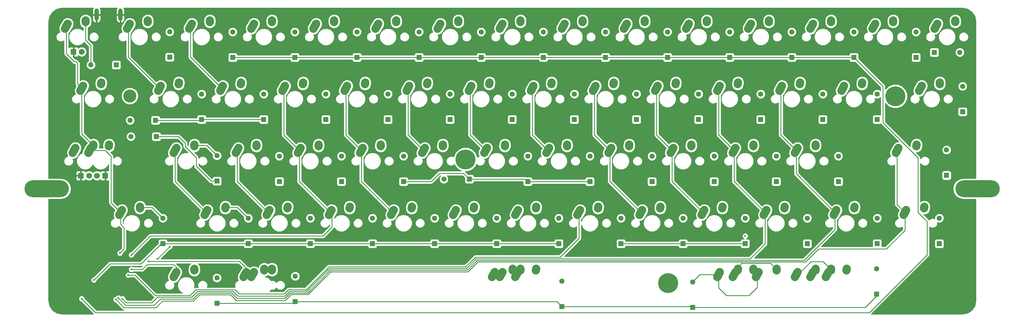
<source format=gtl>
G04 #@! TF.FileFunction,Copper,L1,Top,Signal*
%FSLAX46Y46*%
G04 Gerber Fmt 4.6, Leading zero omitted, Abs format (unit mm)*
G04 Created by KiCad (PCBNEW 4.0.6) date 05/05/17 19:14:25*
%MOMM*%
%LPD*%
G01*
G04 APERTURE LIST*
%ADD10C,0.100000*%
%ADD11C,2.500000*%
%ADD12R,1.600000X1.600000*%
%ADD13C,1.600000*%
%ADD14O,1.300000X3.800000*%
%ADD15O,13.600000X5.200000*%
%ADD16C,4.000000*%
%ADD17C,6.100000*%
%ADD18R,1.800000X1.800000*%
%ADD19C,1.800000*%
%ADD20C,0.600000*%
%ADD21C,0.250000*%
%ADD22C,0.254000*%
G04 APERTURE END LIST*
D10*
D11*
X320850453Y-103156296D02*
X320039547Y-104616204D01*
X326389724Y-102076922D02*
X326350276Y-102655578D01*
D12*
X88150000Y-115750000D03*
D13*
X80350000Y-115750000D03*
D12*
X104500000Y-113400000D03*
D13*
X104500000Y-105600000D03*
D12*
X123825000Y-113437500D03*
D13*
X123825000Y-105637500D03*
D12*
X142875000Y-113437500D03*
D13*
X142875000Y-105637500D03*
D12*
X161925000Y-113437500D03*
D13*
X161925000Y-105637500D03*
D12*
X180975000Y-113437500D03*
D13*
X180975000Y-105637500D03*
D12*
X200025000Y-113437500D03*
D13*
X200025000Y-105637500D03*
D12*
X219075000Y-113437500D03*
D13*
X219075000Y-105637500D03*
D12*
X238125000Y-113437500D03*
D13*
X238125000Y-105637500D03*
D12*
X257175000Y-113437500D03*
D13*
X257175000Y-105637500D03*
D12*
X276225000Y-113437500D03*
D13*
X276225000Y-105637500D03*
D12*
X295275000Y-113437500D03*
D13*
X295275000Y-105637500D03*
D12*
X314325000Y-113437500D03*
D13*
X314325000Y-105637500D03*
D12*
X100150000Y-132750000D03*
D13*
X92350000Y-132750000D03*
D12*
X114300000Y-132487500D03*
D13*
X114300000Y-124687500D03*
D12*
X133350000Y-132487500D03*
D13*
X133350000Y-124687500D03*
D12*
X152400000Y-132487500D03*
D13*
X152400000Y-124687500D03*
D12*
X171450000Y-132487500D03*
D13*
X171450000Y-124687500D03*
D12*
X190500000Y-132487500D03*
D13*
X190500000Y-124687500D03*
D12*
X209550000Y-132487500D03*
D13*
X209550000Y-124687500D03*
D12*
X228600000Y-132487500D03*
D13*
X228600000Y-124687500D03*
D12*
X247650000Y-132487500D03*
D13*
X247650000Y-124687500D03*
D12*
X266700000Y-132487500D03*
D13*
X266700000Y-124687500D03*
D12*
X285750000Y-132487500D03*
D13*
X285750000Y-124687500D03*
D12*
X304800000Y-132487500D03*
D13*
X304800000Y-124687500D03*
D12*
X321468750Y-132487500D03*
D13*
X321468750Y-124687500D03*
D12*
X100400000Y-137750000D03*
D13*
X92600000Y-137750000D03*
D12*
X119000000Y-151400000D03*
D13*
X119000000Y-143600000D03*
D12*
X138112500Y-151537500D03*
D13*
X138112500Y-143737500D03*
D12*
X157162500Y-151537500D03*
D13*
X157162500Y-143737500D03*
D12*
X176212500Y-151537500D03*
D13*
X176212500Y-143737500D03*
D12*
X196375000Y-150800000D03*
D13*
X188575000Y-150800000D03*
D12*
X214312500Y-151537500D03*
D13*
X214312500Y-143737500D03*
D12*
X233362500Y-151537500D03*
D13*
X233362500Y-143737500D03*
D12*
X252412500Y-151537500D03*
D13*
X252412500Y-143737500D03*
D12*
X271462500Y-151537500D03*
D13*
X271462500Y-143737500D03*
D12*
X290512500Y-151537500D03*
D13*
X290512500Y-143737500D03*
D12*
X309562500Y-151537500D03*
D13*
X309562500Y-143737500D03*
D12*
X342750000Y-149650000D03*
D13*
X342750000Y-141850000D03*
D12*
X102393750Y-170587500D03*
D13*
X102393750Y-162787500D03*
D12*
X128587500Y-170587500D03*
D13*
X128587500Y-162787500D03*
D12*
X147637500Y-170587500D03*
D13*
X147637500Y-162787500D03*
D12*
X166687500Y-170587500D03*
D13*
X166687500Y-162787500D03*
D12*
X185737500Y-170587500D03*
D13*
X185737500Y-162787500D03*
D12*
X204787500Y-170587500D03*
D13*
X204787500Y-162787500D03*
D12*
X223837500Y-170587500D03*
D13*
X223837500Y-162787500D03*
D12*
X242887500Y-170587500D03*
D13*
X242887500Y-162787500D03*
D12*
X261937500Y-170587500D03*
D13*
X261937500Y-162787500D03*
D12*
X280987500Y-170587500D03*
D13*
X280987500Y-162787500D03*
D12*
X300037500Y-170587500D03*
D13*
X300037500Y-162787500D03*
D12*
X321468750Y-170587500D03*
D13*
X321468750Y-162787500D03*
D12*
X340518750Y-170587500D03*
D13*
X340518750Y-162787500D03*
D12*
X119000000Y-188900000D03*
D13*
X119000000Y-181100000D03*
D12*
X143000000Y-188400000D03*
D13*
X143000000Y-180600000D03*
D12*
X224750000Y-189900000D03*
D13*
X224750000Y-182100000D03*
D12*
X264875000Y-190200000D03*
D13*
X264875000Y-182400000D03*
D12*
X321325000Y-186075000D03*
D13*
X321325000Y-178275000D03*
D12*
X339000000Y-111918750D03*
D13*
X346800000Y-111918750D03*
D12*
X333375000Y-113437500D03*
D13*
X333375000Y-105637500D03*
D12*
X347662500Y-130106250D03*
D13*
X347662500Y-122306250D03*
D14*
X82100000Y-100350000D03*
X89400000Y-100350000D03*
D11*
X73200453Y-103156296D02*
X72389547Y-104616204D01*
X78739724Y-102076922D02*
X78700276Y-102655578D01*
X92250453Y-103156296D02*
X91439547Y-104616204D01*
X97789724Y-102076922D02*
X97750276Y-102655578D01*
X111300453Y-103156296D02*
X110489547Y-104616204D01*
X116839724Y-102076922D02*
X116800276Y-102655578D01*
X130350453Y-103156296D02*
X129539547Y-104616204D01*
X135889724Y-102076922D02*
X135850276Y-102655578D01*
X149400453Y-103156296D02*
X148589547Y-104616204D01*
X154939724Y-102076922D02*
X154900276Y-102655578D01*
X168450453Y-103156296D02*
X167639547Y-104616204D01*
X173989724Y-102076922D02*
X173950276Y-102655578D01*
X187500453Y-103156296D02*
X186689547Y-104616204D01*
X193039724Y-102076922D02*
X193000276Y-102655578D01*
X206550453Y-103156296D02*
X205739547Y-104616204D01*
X212089724Y-102076922D02*
X212050276Y-102655578D01*
X225600453Y-103156296D02*
X224789547Y-104616204D01*
X231139724Y-102076922D02*
X231100276Y-102655578D01*
X244650453Y-103156296D02*
X243839547Y-104616204D01*
X250189724Y-102076922D02*
X250150276Y-102655578D01*
X263700453Y-103156296D02*
X262889547Y-104616204D01*
X269239724Y-102076922D02*
X269200276Y-102655578D01*
X282750453Y-103156296D02*
X281939547Y-104616204D01*
X288289724Y-102076922D02*
X288250276Y-102655578D01*
X301800453Y-103156296D02*
X300989547Y-104616204D01*
X307339724Y-102076922D02*
X307300276Y-102655578D01*
X77962953Y-122206296D02*
X77152047Y-123666204D01*
X83502224Y-121126922D02*
X83462776Y-121705578D01*
X101775453Y-122206296D02*
X100964547Y-123666204D01*
X107314724Y-121126922D02*
X107275276Y-121705578D01*
X120825453Y-122206296D02*
X120014547Y-123666204D01*
X126364724Y-121126922D02*
X126325276Y-121705578D01*
X139875453Y-122206296D02*
X139064547Y-123666204D01*
X145414724Y-121126922D02*
X145375276Y-121705578D01*
X158925453Y-122206296D02*
X158114547Y-123666204D01*
X164464724Y-121126922D02*
X164425276Y-121705578D01*
X177975453Y-122206296D02*
X177164547Y-123666204D01*
X183514724Y-121126922D02*
X183475276Y-121705578D01*
X197025453Y-122206296D02*
X196214547Y-123666204D01*
X202564724Y-121126922D02*
X202525276Y-121705578D01*
X216075453Y-122206296D02*
X215264547Y-123666204D01*
X221614724Y-121126922D02*
X221575276Y-121705578D01*
X235125453Y-122206296D02*
X234314547Y-123666204D01*
X240664724Y-121126922D02*
X240625276Y-121705578D01*
X254175453Y-122206296D02*
X253364547Y-123666204D01*
X259714724Y-121126922D02*
X259675276Y-121705578D01*
X273225453Y-122206296D02*
X272414547Y-123666204D01*
X278764724Y-121126922D02*
X278725276Y-121705578D01*
X292275453Y-122206296D02*
X291464547Y-123666204D01*
X297814724Y-121126922D02*
X297775276Y-121705578D01*
X311325453Y-122206296D02*
X310514547Y-123666204D01*
X316864724Y-121126922D02*
X316825276Y-121705578D01*
X80344203Y-141256296D02*
X79533297Y-142716204D01*
X85883474Y-140176922D02*
X85844026Y-140755578D01*
X106537953Y-141256296D02*
X105727047Y-142716204D01*
X112077224Y-140176922D02*
X112037776Y-140755578D01*
X125587953Y-141256296D02*
X124777047Y-142716204D01*
X131127224Y-140176922D02*
X131087776Y-140755578D01*
X144637953Y-141256296D02*
X143827047Y-142716204D01*
X150177224Y-140176922D02*
X150137776Y-140755578D01*
X163687953Y-141256296D02*
X162877047Y-142716204D01*
X169227224Y-140176922D02*
X169187776Y-140755578D01*
X182737953Y-141256296D02*
X181927047Y-142716204D01*
X188277224Y-140176922D02*
X188237776Y-140755578D01*
X201787953Y-141256296D02*
X200977047Y-142716204D01*
X207327224Y-140176922D02*
X207287776Y-140755578D01*
X220837953Y-141256296D02*
X220027047Y-142716204D01*
X226377224Y-140176922D02*
X226337776Y-140755578D01*
X239887953Y-141256296D02*
X239077047Y-142716204D01*
X245427224Y-140176922D02*
X245387776Y-140755578D01*
X258937953Y-141256296D02*
X258127047Y-142716204D01*
X264477224Y-140176922D02*
X264437776Y-140755578D01*
X277987953Y-141256296D02*
X277177047Y-142716204D01*
X283527224Y-140176922D02*
X283487776Y-140755578D01*
X297037953Y-141256296D02*
X296227047Y-142716204D01*
X302577224Y-140176922D02*
X302537776Y-140755578D01*
X116062953Y-160306296D02*
X115252047Y-161766204D01*
X121602224Y-159226922D02*
X121562776Y-159805578D01*
X135112953Y-160306296D02*
X134302047Y-161766204D01*
X140652224Y-159226922D02*
X140612776Y-159805578D01*
X154162953Y-160306296D02*
X153352047Y-161766204D01*
X159702224Y-159226922D02*
X159662776Y-159805578D01*
X173212953Y-160306296D02*
X172402047Y-161766204D01*
X178752224Y-159226922D02*
X178712776Y-159805578D01*
X192262953Y-160306296D02*
X191452047Y-161766204D01*
X197802224Y-159226922D02*
X197762776Y-159805578D01*
X211312953Y-160306296D02*
X210502047Y-161766204D01*
X216852224Y-159226922D02*
X216812776Y-159805578D01*
X230362953Y-160306296D02*
X229552047Y-161766204D01*
X235902224Y-159226922D02*
X235862776Y-159805578D01*
X249412953Y-160306296D02*
X248602047Y-161766204D01*
X254952224Y-159226922D02*
X254912776Y-159805578D01*
X268462953Y-160306296D02*
X267652047Y-161766204D01*
X274002224Y-159226922D02*
X273962776Y-159805578D01*
X287512953Y-160306296D02*
X286702047Y-161766204D01*
X293052224Y-159226922D02*
X293012776Y-159805578D01*
X330375453Y-160306296D02*
X329564547Y-161766204D01*
X335914724Y-159226922D02*
X335875276Y-159805578D01*
X106537953Y-179356296D02*
X105727047Y-180816204D01*
X112077224Y-178276922D02*
X112037776Y-178855578D01*
X130350453Y-179356296D02*
X129539547Y-180816204D01*
X135889724Y-178276922D02*
X135850276Y-178855578D01*
X277987953Y-179356296D02*
X277177047Y-180816204D01*
X283527224Y-178276922D02*
X283487776Y-178855578D01*
X301800453Y-179356296D02*
X300989547Y-180816204D01*
X307339724Y-178276922D02*
X307300276Y-178855578D01*
X339900453Y-103156296D02*
X339089547Y-104616204D01*
X345439724Y-102076922D02*
X345400276Y-102655578D01*
X89869203Y-160306296D02*
X89058297Y-161766204D01*
X95408474Y-159226922D02*
X95369026Y-159805578D01*
X308944203Y-160306296D02*
X308133297Y-161766204D01*
X314483474Y-159226922D02*
X314444026Y-159805578D01*
X335137953Y-122206296D02*
X334327047Y-123666204D01*
X340677224Y-121126922D02*
X340637776Y-121705578D01*
X204169203Y-179356296D02*
X203358297Y-180816204D01*
X209708474Y-178276922D02*
X209669026Y-178855578D01*
X327994203Y-141256296D02*
X327183297Y-142716204D01*
X333533474Y-140176922D02*
X333494026Y-140755578D01*
D15*
X66750000Y-153750000D03*
X352250000Y-153750000D03*
D16*
X92275000Y-125300000D03*
D17*
X327050000Y-125375000D03*
X257325000Y-182725000D03*
X195225000Y-144775000D03*
D18*
X75000000Y-111750000D03*
D19*
X77540000Y-111750000D03*
D18*
X77250000Y-149750000D03*
D19*
X79790000Y-149750000D03*
D18*
X84750000Y-149750000D03*
D19*
X82210000Y-149750000D03*
D11*
X75581703Y-141256296D02*
X74770797Y-142716204D01*
X81120974Y-140176922D02*
X81081526Y-140755578D01*
X127969203Y-179356296D02*
X127158297Y-180816204D01*
X133508474Y-178276922D02*
X133469026Y-178855578D01*
X211312953Y-179356296D02*
X210502047Y-180816204D01*
X216852224Y-178276922D02*
X216812776Y-178855578D01*
X206550453Y-179356296D02*
X205739547Y-180816204D01*
X212089724Y-178276922D02*
X212050276Y-178855578D01*
X273225453Y-179356296D02*
X272414547Y-180816204D01*
X278764724Y-178276922D02*
X278725276Y-178855578D01*
X285131703Y-179356296D02*
X284320797Y-180816204D01*
X290670974Y-178276922D02*
X290631526Y-178855578D01*
X297037953Y-179356296D02*
X296227047Y-180816204D01*
X302577224Y-178276922D02*
X302537776Y-178855578D01*
X306562953Y-179356296D02*
X305752047Y-180816204D01*
X312102224Y-178276922D02*
X312062776Y-178855578D01*
D20*
X77750000Y-150250000D03*
X77500000Y-187500000D03*
X123825000Y-113437500D03*
X81250000Y-181750000D03*
X280987500Y-168262500D03*
X89250000Y-173500000D03*
X92750000Y-178500000D03*
X98000000Y-176000000D03*
X92750000Y-174050000D03*
X91750000Y-180250000D03*
X90000000Y-187500000D03*
X88750000Y-187250000D03*
X88000000Y-187750000D03*
X100750000Y-175250000D03*
X104500000Y-171500000D03*
D21*
X82100000Y-100350000D02*
X81600000Y-100350000D01*
X77750000Y-150250000D02*
X78000000Y-150500000D01*
X78720000Y-102366250D02*
X78720000Y-108220000D01*
X80350000Y-109850000D02*
X80350000Y-115750000D01*
X78720000Y-108220000D02*
X80350000Y-109850000D01*
X336800000Y-174000000D02*
X336800000Y-163800000D01*
X314325000Y-113437500D02*
X323250000Y-122362500D01*
X323250000Y-133500000D02*
X323250000Y-122362500D01*
X334000000Y-144250000D02*
X323250000Y-133500000D01*
X334000000Y-161000000D02*
X334000000Y-144250000D01*
X335462500Y-162462500D02*
X334000000Y-161000000D01*
X336800000Y-174000000D02*
X335150000Y-175650000D01*
X335462500Y-162462500D02*
X336750000Y-163750000D01*
X336800000Y-163800000D02*
X336750000Y-163750000D01*
X336750000Y-174050000D02*
X335150000Y-175650000D01*
X289525000Y-191750000D02*
X319050000Y-191750000D01*
X289525000Y-191750000D02*
X81750000Y-191750000D01*
X77500000Y-187500000D02*
X81750000Y-191750000D01*
X319050000Y-191750000D02*
X335150000Y-175650000D01*
X257175000Y-113437500D02*
X238125000Y-113437500D01*
X238125000Y-113437500D02*
X219075000Y-113437500D01*
X219075000Y-113437500D02*
X200025000Y-113437500D01*
X200025000Y-113437500D02*
X180975000Y-113437500D01*
X180975000Y-113437500D02*
X161925000Y-113437500D01*
X161925000Y-113437500D02*
X142875000Y-113437500D01*
X142875000Y-113437500D02*
X123825000Y-113437500D01*
X295275000Y-113437500D02*
X314325000Y-113437500D01*
X276225000Y-113437500D02*
X277187500Y-113437500D01*
X88250000Y-115650000D02*
X88150000Y-115750000D01*
X276225000Y-113437500D02*
X257175000Y-113437500D01*
X295275000Y-113437500D02*
X276225000Y-113437500D01*
X83482500Y-121416250D02*
X84416250Y-121416250D01*
X100150000Y-132750000D02*
X114037500Y-132750000D01*
X114037500Y-132750000D02*
X114300000Y-132487500D01*
X114300000Y-132487500D02*
X133350000Y-132487500D01*
X171450000Y-132487500D02*
X171450000Y-132950000D01*
X114037500Y-132750000D02*
X114300000Y-132487500D01*
X100400000Y-137750000D02*
X107225000Y-137750000D01*
X117200000Y-151400000D02*
X119000000Y-151400000D01*
X112650000Y-146850000D02*
X117200000Y-151400000D01*
X112650000Y-144175000D02*
X112650000Y-146850000D01*
X109300000Y-140825000D02*
X112650000Y-144175000D01*
X109300000Y-139825000D02*
X109300000Y-140825000D01*
X107225000Y-137750000D02*
X109300000Y-139825000D01*
X196375000Y-150800000D02*
X213575000Y-150800000D01*
X213575000Y-150800000D02*
X214312500Y-151537500D01*
X214312500Y-151537500D02*
X233362500Y-151537500D01*
X194500000Y-149000000D02*
X194575000Y-149000000D01*
X184712500Y-151537500D02*
X187250000Y-149000000D01*
X187250000Y-149000000D02*
X194500000Y-149000000D01*
X176212500Y-151537500D02*
X184712500Y-151537500D01*
X194575000Y-149000000D02*
X196375000Y-150800000D01*
X112057500Y-140466250D02*
X115866250Y-140466250D01*
X115866250Y-140466250D02*
X119000000Y-143600000D01*
X95388750Y-159516250D02*
X99122500Y-159516250D01*
X99122500Y-159516250D02*
X102393750Y-162787500D01*
X81750000Y-181250000D02*
X86250000Y-176750000D01*
X92250000Y-176750000D02*
X86250000Y-176750000D01*
X81812500Y-181187500D02*
X81750000Y-181250000D01*
X81250000Y-181750000D02*
X81812500Y-181187500D01*
X102393750Y-170587500D02*
X101912500Y-170587500D01*
X101912500Y-170587500D02*
X95750000Y-176750000D01*
X95750000Y-176750000D02*
X92250000Y-176750000D01*
X102393750Y-170587500D02*
X128587500Y-170587500D01*
X204787500Y-170587500D02*
X223837500Y-170587500D01*
X92250000Y-176750000D02*
X93500000Y-176750000D01*
X102231250Y-170750000D02*
X102393750Y-170587500D01*
X147637500Y-170587500D02*
X166687500Y-170587500D01*
X166687500Y-170587500D02*
X185737500Y-170587500D01*
X147637500Y-170587500D02*
X128587500Y-170587500D01*
X204787500Y-170587500D02*
X185737500Y-170587500D01*
X261937500Y-170587500D02*
X242887500Y-170587500D01*
X280987500Y-170587500D02*
X261937500Y-170587500D01*
X280987500Y-168262500D02*
X281000000Y-168250000D01*
X121582500Y-159516250D02*
X125316250Y-159516250D01*
X125316250Y-159516250D02*
X128587500Y-162787500D01*
X321325000Y-186075000D02*
X321325000Y-186725000D01*
X321325000Y-186725000D02*
X317850000Y-190200000D01*
X317850000Y-190200000D02*
X264875000Y-190200000D01*
X265437500Y-189637500D02*
X264875000Y-190200000D01*
X224750000Y-189900000D02*
X264575000Y-189900000D01*
X264575000Y-189900000D02*
X264875000Y-190200000D01*
X214825000Y-188400000D02*
X223250000Y-188400000D01*
X223250000Y-188400000D02*
X224750000Y-189900000D01*
X143000000Y-188400000D02*
X214825000Y-188400000D01*
X214825000Y-188400000D02*
X215000000Y-188400000D01*
X119000000Y-188900000D02*
X142500000Y-188900000D01*
X142500000Y-188900000D02*
X143000000Y-188400000D01*
X264875000Y-182400000D02*
X264875000Y-182300000D01*
X264875000Y-182300000D02*
X267088750Y-180086250D01*
X267088750Y-180086250D02*
X272820000Y-180086250D01*
X283507500Y-178566250D02*
X283507500Y-178867500D01*
X283507500Y-178867500D02*
X284726250Y-180086250D01*
X272820000Y-180086250D02*
X272820000Y-184120000D01*
X284726250Y-183973750D02*
X284726250Y-180086250D01*
X282150000Y-186550000D02*
X284726250Y-183973750D01*
X275250000Y-186550000D02*
X282150000Y-186550000D01*
X272820000Y-184120000D02*
X275250000Y-186550000D01*
X296632500Y-180086250D02*
X297213750Y-180086250D01*
X297213750Y-180086250D02*
X301150000Y-176150000D01*
X301150000Y-176150000D02*
X304903750Y-176150000D01*
X304903750Y-176150000D02*
X307320000Y-178566250D01*
X90500000Y-172250000D02*
X89250000Y-173500000D01*
X79938750Y-141986250D02*
X84736250Y-141986250D01*
X86500000Y-158072500D02*
X89463750Y-161036250D01*
X86500000Y-143750000D02*
X86500000Y-158072500D01*
X84736250Y-141986250D02*
X86500000Y-143750000D01*
X72795000Y-103886250D02*
X72795000Y-112295000D01*
X76250000Y-121628750D02*
X77557500Y-122936250D01*
X76250000Y-115250000D02*
X76250000Y-121628750D01*
X75750000Y-114750000D02*
X76250000Y-115250000D01*
X75250000Y-114750000D02*
X75750000Y-114750000D01*
X72795000Y-112295000D02*
X75250000Y-114750000D01*
X77557500Y-122936250D02*
X77557500Y-136922500D01*
X77557500Y-136922500D02*
X81101250Y-140466250D01*
X81101250Y-140466250D02*
X79938750Y-141986250D01*
X90500000Y-165750000D02*
X90500000Y-172250000D01*
X89463750Y-161036250D02*
X89463750Y-164713750D01*
X90500000Y-165750000D02*
X89463750Y-164713750D01*
X81101250Y-140466250D02*
X79938750Y-141986250D01*
X92750000Y-178500000D02*
X96075000Y-178500000D01*
X105728750Y-177000000D02*
X107295000Y-178566250D01*
X97575000Y-177000000D02*
X105728750Y-177000000D01*
X96075000Y-178500000D02*
X97575000Y-177000000D01*
X107295000Y-178566250D02*
X106132500Y-180086250D01*
X106132500Y-180086250D02*
X106163750Y-180086250D01*
X106132500Y-141986250D02*
X106132500Y-151511250D01*
X106132500Y-151511250D02*
X115657500Y-161036250D01*
X91845000Y-103886250D02*
X91845000Y-113411250D01*
X91845000Y-113411250D02*
X101370000Y-122936250D01*
X110895000Y-103886250D02*
X110895000Y-113411250D01*
X110895000Y-113411250D02*
X120420000Y-122936250D01*
X108000000Y-176000000D02*
X125858750Y-176000000D01*
X98000000Y-176000000D02*
X102750000Y-176000000D01*
X108000000Y-176000000D02*
X102750000Y-176000000D01*
X125858750Y-176000000D02*
X129945000Y-180086250D01*
X125182500Y-141986250D02*
X125182500Y-151511250D01*
X125182500Y-151511250D02*
X134707500Y-161036250D01*
X151500000Y-168250000D02*
X154250000Y-165500000D01*
X98550000Y-168250000D02*
X151500000Y-168250000D01*
X92750000Y-174050000D02*
X98550000Y-168250000D01*
X154250000Y-165500000D02*
X154250000Y-161528750D01*
X154250000Y-161528750D02*
X153757500Y-161036250D01*
X144232500Y-141986250D02*
X144232500Y-151511250D01*
X144232500Y-151511250D02*
X153757500Y-161036250D01*
X139470000Y-122936250D02*
X139470000Y-137223750D01*
X139470000Y-137223750D02*
X144232500Y-141986250D01*
X163282500Y-141986250D02*
X163282500Y-151511250D01*
X163282500Y-151511250D02*
X172807500Y-161036250D01*
X158520000Y-122936250D02*
X158520000Y-137223750D01*
X158520000Y-137223750D02*
X163282500Y-141986250D01*
X177570000Y-122936250D02*
X177570000Y-137223750D01*
X177570000Y-137223750D02*
X182332500Y-141986250D01*
X196620000Y-122936250D02*
X196620000Y-137223750D01*
X196620000Y-137223750D02*
X201382500Y-141986250D01*
X102250000Y-186500000D02*
X100100000Y-186500000D01*
X112500000Y-184750000D02*
X123875000Y-184750000D01*
X110750000Y-186500000D02*
X112500000Y-184750000D01*
X109750000Y-186500000D02*
X102250000Y-186500000D01*
X109750000Y-186500000D02*
X110750000Y-186500000D01*
X152774999Y-178274999D02*
X146250000Y-184799998D01*
X152774999Y-178225001D02*
X153250000Y-177750000D01*
X153250000Y-177750000D02*
X195250000Y-177750000D01*
X195250000Y-177750000D02*
X196875000Y-176125000D01*
X152774999Y-178274999D02*
X152774999Y-178225001D01*
X198250000Y-174750000D02*
X222000000Y-174750000D01*
X224750000Y-174250000D02*
X227500000Y-171500000D01*
X227500000Y-171500000D02*
X230000000Y-169000000D01*
X230000000Y-169000000D02*
X230000000Y-161078750D01*
X224200002Y-174799998D02*
X224750000Y-174250000D01*
X196875000Y-176125000D02*
X198250000Y-174750000D01*
X224250000Y-174750000D02*
X224200002Y-174799998D01*
X222000000Y-174750000D02*
X224250000Y-174750000D01*
X146250000Y-184750000D02*
X146250000Y-184799998D01*
X140925000Y-184750000D02*
X146250000Y-184750000D01*
X136050000Y-185975000D02*
X125850000Y-185975000D01*
X125850000Y-185975000D02*
X124625000Y-184750000D01*
X124625000Y-184750000D02*
X123875000Y-184750000D01*
X139700000Y-185975000D02*
X140925000Y-184750000D01*
X136050000Y-185975000D02*
X139700000Y-185975000D01*
X93850000Y-180250000D02*
X91750000Y-180250000D01*
X100100000Y-186500000D02*
X93850000Y-180250000D01*
X230000000Y-161078750D02*
X229957500Y-161036250D01*
X215670000Y-122936250D02*
X215670000Y-137223750D01*
X215670000Y-137223750D02*
X220432500Y-141986250D01*
X277582500Y-180086250D02*
X277582500Y-178992500D01*
X277582500Y-178992500D02*
X279924996Y-176650004D01*
X279924996Y-176650004D02*
X288735004Y-176650004D01*
X288735004Y-176650004D02*
X290651250Y-178566250D01*
X239500000Y-151500000D02*
X239482500Y-151500000D01*
X239482500Y-151511250D02*
X239482500Y-151500000D01*
X239482500Y-141986250D02*
X239482500Y-151511250D01*
X239482500Y-151511250D02*
X249007500Y-161036250D01*
X234720000Y-122936250D02*
X234720000Y-137223750D01*
X234720000Y-137223750D02*
X239482500Y-141986250D01*
X253770000Y-122936250D02*
X253770000Y-137223750D01*
X253770000Y-137223750D02*
X258532500Y-141986250D01*
X258532500Y-141986250D02*
X258532500Y-151511250D01*
X258532500Y-151511250D02*
X268057500Y-161036250D01*
X136350000Y-186700000D02*
X139838602Y-186700000D01*
X139838602Y-186700000D02*
X141288602Y-185250000D01*
X125375000Y-186700000D02*
X123925000Y-185250000D01*
X136350000Y-186700000D02*
X125375000Y-186700000D01*
X141288602Y-185250000D02*
X146500000Y-185250000D01*
X111250000Y-187000000D02*
X113000000Y-185250000D01*
X113000000Y-185250000D02*
X123925000Y-185250000D01*
X100750000Y-187000000D02*
X111250000Y-187000000D01*
X99000000Y-188750000D02*
X100750000Y-187000000D01*
X91250000Y-188750000D02*
X99000000Y-188750000D01*
X90000000Y-187500000D02*
X91250000Y-188750000D01*
X146500000Y-185250000D02*
X153500000Y-178250000D01*
X202500000Y-175250000D02*
X198500000Y-175250000D01*
X195500000Y-178250000D02*
X153500000Y-178250000D01*
X198500000Y-175250000D02*
X195500000Y-178250000D01*
X202500000Y-175250000D02*
X282500000Y-175250000D01*
X282500000Y-175250000D02*
X287107500Y-170642500D01*
X287107500Y-170642500D02*
X287107500Y-161036250D01*
X277582500Y-141986250D02*
X277582500Y-151511250D01*
X277582500Y-151511250D02*
X287107500Y-161036250D01*
X272820000Y-122936250D02*
X272820000Y-137223750D01*
X272820000Y-137223750D02*
X277582500Y-141986250D01*
X137225000Y-187350000D02*
X139825000Y-187350000D01*
X139825000Y-187350000D02*
X141425000Y-185750000D01*
X125125000Y-187350000D02*
X123525000Y-185750000D01*
X137225000Y-187350000D02*
X125125000Y-187350000D01*
X141425000Y-185750000D02*
X146750000Y-185750000D01*
X110750000Y-187625000D02*
X111625000Y-187625000D01*
X99750000Y-189500000D02*
X101625000Y-187625000D01*
X91000000Y-189500000D02*
X99750000Y-189500000D01*
X88750000Y-187250000D02*
X91000000Y-189500000D01*
X101625000Y-187625000D02*
X110750000Y-187625000D01*
X111625000Y-187625000D02*
X113500000Y-185750000D01*
X113500000Y-185750000D02*
X123525000Y-185750000D01*
X199000000Y-175750000D02*
X198750000Y-175750000D01*
X153549998Y-179000000D02*
X153500000Y-179000000D01*
X153799998Y-178750000D02*
X153549998Y-179000000D01*
X195750000Y-178750000D02*
X153799998Y-178750000D01*
X198750000Y-175750000D02*
X195750000Y-178750000D01*
X199000000Y-175750000D02*
X299000000Y-175750000D01*
X146750000Y-185750000D02*
X153500000Y-179000000D01*
X308500000Y-166250000D02*
X308500000Y-161075000D01*
X299000000Y-175750000D02*
X308500000Y-166250000D01*
X308500000Y-161075000D02*
X308538750Y-161036250D01*
X296632500Y-141986250D02*
X296632500Y-149130000D01*
X296632500Y-149130000D02*
X308538750Y-161036250D01*
X291870000Y-122936250D02*
X291870000Y-137223750D01*
X291870000Y-137223750D02*
X296632500Y-141986250D01*
X241250000Y-176200002D02*
X289500000Y-176200002D01*
X138275000Y-188025000D02*
X139950000Y-188025000D01*
X139950000Y-188025000D02*
X141774998Y-186200002D01*
X127425000Y-188025000D02*
X124950000Y-188025000D01*
X124950000Y-188025000D02*
X123175000Y-186250000D01*
X127425000Y-188025000D02*
X138275000Y-188025000D01*
X299250000Y-176200002D02*
X299549998Y-176200002D01*
X303500000Y-172250000D02*
X324250000Y-172250000D01*
X299549998Y-176200002D02*
X303500000Y-172250000D01*
X141774998Y-186200002D02*
X146936396Y-186200002D01*
X91000000Y-190250000D02*
X90500000Y-190250000D01*
X90500000Y-190250000D02*
X88000000Y-187750000D01*
X91000000Y-190250000D02*
X100250000Y-190250000D01*
X100250000Y-190250000D02*
X100375000Y-190125000D01*
X100375000Y-190125000D02*
X102250000Y-188250000D01*
X111750000Y-188250000D02*
X102250000Y-188250000D01*
X113750000Y-186250000D02*
X111750000Y-188250000D01*
X123175000Y-186250000D02*
X113750000Y-186250000D01*
X329970000Y-166530000D02*
X324250000Y-172250000D01*
X329970000Y-166250000D02*
X329970000Y-161036250D01*
X329970000Y-166250000D02*
X329970000Y-166530000D01*
X289500000Y-176200002D02*
X299250000Y-176200002D01*
X152318199Y-180818199D02*
X152368197Y-180818199D01*
X223750000Y-176200002D02*
X241250000Y-176200002D01*
X199049998Y-176200002D02*
X223750000Y-176200002D01*
X196000000Y-179250000D02*
X199049998Y-176200002D01*
X153936396Y-179250000D02*
X196000000Y-179250000D01*
X152368197Y-180818199D02*
X153936396Y-179250000D01*
X152318199Y-180818199D02*
X146936396Y-186200002D01*
X327588750Y-141986250D02*
X327588750Y-158655000D01*
X327588750Y-158655000D02*
X329970000Y-161036250D01*
X100750000Y-175250000D02*
X104500000Y-171500000D01*
D22*
G36*
X80961416Y-98490919D02*
X80815000Y-98973000D01*
X80815000Y-100223000D01*
X81973000Y-100223000D01*
X81973000Y-100203000D01*
X82227000Y-100203000D01*
X82227000Y-100223000D01*
X83385000Y-100223000D01*
X83385000Y-98973000D01*
X83238584Y-98490919D01*
X83115669Y-98341250D01*
X88384331Y-98341250D01*
X88261416Y-98490919D01*
X88115000Y-98973000D01*
X88115000Y-100223000D01*
X89273000Y-100223000D01*
X89273000Y-100203000D01*
X89527000Y-100203000D01*
X89527000Y-100223000D01*
X90685000Y-100223000D01*
X90685000Y-98973000D01*
X90538584Y-98490919D01*
X90415669Y-98341250D01*
X347592569Y-98341250D01*
X349208003Y-98662580D01*
X350518215Y-99538035D01*
X351393670Y-100848247D01*
X351715000Y-102463677D01*
X351715000Y-150515000D01*
X347904340Y-150515000D01*
X346666359Y-150761250D01*
X345616850Y-151462510D01*
X344915590Y-152512019D01*
X344669340Y-153750000D01*
X344915590Y-154987981D01*
X345616850Y-156037490D01*
X346666359Y-156738750D01*
X347904340Y-156985000D01*
X351715000Y-156985000D01*
X351715000Y-188048823D01*
X351393670Y-189664253D01*
X350518215Y-190974465D01*
X349208003Y-191849920D01*
X347592569Y-192171250D01*
X319703552Y-192171250D01*
X337337401Y-174537401D01*
X337502148Y-174290840D01*
X337560000Y-174000000D01*
X337560000Y-169787500D01*
X339071310Y-169787500D01*
X339071310Y-171387500D01*
X339115588Y-171622817D01*
X339254660Y-171838941D01*
X339466860Y-171983931D01*
X339718750Y-172034940D01*
X341318750Y-172034940D01*
X341554067Y-171990662D01*
X341770191Y-171851590D01*
X341915181Y-171639390D01*
X341966190Y-171387500D01*
X341966190Y-169787500D01*
X341921912Y-169552183D01*
X341782840Y-169336059D01*
X341570640Y-169191069D01*
X341318750Y-169140060D01*
X339718750Y-169140060D01*
X339483433Y-169184338D01*
X339267309Y-169323410D01*
X339122319Y-169535610D01*
X339071310Y-169787500D01*
X337560000Y-169787500D01*
X337560000Y-165512904D01*
X337612206Y-165565201D01*
X338158139Y-165791892D01*
X338749267Y-165792408D01*
X339295595Y-165566670D01*
X339713951Y-165149044D01*
X339940642Y-164603111D01*
X339941080Y-164101425D01*
X340232059Y-164222250D01*
X340802937Y-164222748D01*
X341330550Y-164004743D01*
X341734574Y-163601423D01*
X341953500Y-163074191D01*
X341953998Y-162503313D01*
X341735993Y-161975700D01*
X341332673Y-161571676D01*
X340805441Y-161352750D01*
X340234563Y-161352252D01*
X339706950Y-161570257D01*
X339302926Y-161973577D01*
X339084000Y-162500809D01*
X339083601Y-162958358D01*
X338751861Y-162820608D01*
X338160733Y-162820092D01*
X337614405Y-163045830D01*
X337361351Y-163298443D01*
X337337401Y-163262599D01*
X335796746Y-161721944D01*
X336473613Y-161634635D01*
X337111528Y-161268559D01*
X337560793Y-160686230D01*
X337753012Y-159976302D01*
X337798258Y-159312619D01*
X337704167Y-158583172D01*
X337338091Y-157945258D01*
X336755762Y-157495993D01*
X336045834Y-157303774D01*
X335316387Y-157397864D01*
X334760000Y-157717155D01*
X334760000Y-148850000D01*
X341302560Y-148850000D01*
X341302560Y-150450000D01*
X341346838Y-150685317D01*
X341485910Y-150901441D01*
X341698110Y-151046431D01*
X341950000Y-151097440D01*
X343550000Y-151097440D01*
X343785317Y-151053162D01*
X344001441Y-150914090D01*
X344146431Y-150701890D01*
X344197440Y-150450000D01*
X344197440Y-148850000D01*
X344153162Y-148614683D01*
X344014090Y-148398559D01*
X343801890Y-148253569D01*
X343550000Y-148202560D01*
X341950000Y-148202560D01*
X341714683Y-148246838D01*
X341498559Y-148385910D01*
X341353569Y-148598110D01*
X341302560Y-148850000D01*
X334760000Y-148850000D01*
X334760000Y-145967776D01*
X334813330Y-146096845D01*
X335230956Y-146515201D01*
X335776889Y-146741892D01*
X336368017Y-146742408D01*
X336914345Y-146516670D01*
X337332701Y-146099044D01*
X337559392Y-145553111D01*
X337559908Y-144961983D01*
X337334170Y-144415655D01*
X336916544Y-143997299D01*
X336370611Y-143770608D01*
X335779483Y-143770092D01*
X335233155Y-143995830D01*
X334814799Y-144413456D01*
X334760000Y-144545427D01*
X334760000Y-144250000D01*
X334702148Y-143959161D01*
X334537401Y-143712599D01*
X333487463Y-142662661D01*
X334092363Y-142584635D01*
X334730278Y-142218559D01*
X334795370Y-142134187D01*
X341314752Y-142134187D01*
X341532757Y-142661800D01*
X341936077Y-143065824D01*
X342463309Y-143284750D01*
X343034187Y-143285248D01*
X343561800Y-143067243D01*
X343965824Y-142663923D01*
X344184750Y-142136691D01*
X344185248Y-141565813D01*
X343967243Y-141038200D01*
X343563923Y-140634176D01*
X343036691Y-140415250D01*
X342465813Y-140414752D01*
X341938200Y-140632757D01*
X341534176Y-141036077D01*
X341315250Y-141563309D01*
X341314752Y-142134187D01*
X334795370Y-142134187D01*
X335179543Y-141636230D01*
X335371762Y-140926302D01*
X335417008Y-140262619D01*
X335322917Y-139533172D01*
X334956841Y-138895258D01*
X334374512Y-138445993D01*
X333664584Y-138253774D01*
X332935137Y-138347864D01*
X332297222Y-138713941D01*
X331847957Y-139296270D01*
X331655738Y-140006198D01*
X331610492Y-140669880D01*
X331627643Y-140802841D01*
X324010000Y-133185198D01*
X324010000Y-129306250D01*
X346215060Y-129306250D01*
X346215060Y-130906250D01*
X346259338Y-131141567D01*
X346398410Y-131357691D01*
X346610610Y-131502681D01*
X346862500Y-131553690D01*
X348462500Y-131553690D01*
X348697817Y-131509412D01*
X348913941Y-131370340D01*
X349058931Y-131158140D01*
X349109940Y-130906250D01*
X349109940Y-129306250D01*
X349065662Y-129070933D01*
X348926590Y-128854809D01*
X348714390Y-128709819D01*
X348462500Y-128658810D01*
X346862500Y-128658810D01*
X346627183Y-128703088D01*
X346411059Y-128842160D01*
X346266069Y-129054360D01*
X346215060Y-129306250D01*
X324010000Y-129306250D01*
X324010000Y-127545620D01*
X324959890Y-128497169D01*
X326313793Y-129059359D01*
X327779776Y-129060638D01*
X329134658Y-128500812D01*
X330172169Y-127465110D01*
X330572703Y-126500517D01*
X331571342Y-126500517D01*
X331797080Y-127046845D01*
X332214706Y-127465201D01*
X332760639Y-127691892D01*
X333351767Y-127692408D01*
X333898095Y-127466670D01*
X334316451Y-127049044D01*
X334450226Y-126726876D01*
X335508145Y-126726876D01*
X335907528Y-127693457D01*
X336646404Y-128433623D01*
X337612285Y-128834692D01*
X338658126Y-128835605D01*
X339624707Y-128436222D01*
X340364873Y-127697346D01*
X340765942Y-126731465D01*
X340766143Y-126500517D01*
X341731342Y-126500517D01*
X341957080Y-127046845D01*
X342374706Y-127465201D01*
X342920639Y-127691892D01*
X343511767Y-127692408D01*
X344058095Y-127466670D01*
X344476451Y-127049044D01*
X344703142Y-126503111D01*
X344703658Y-125911983D01*
X344477920Y-125365655D01*
X344060294Y-124947299D01*
X343514361Y-124720608D01*
X342923233Y-124720092D01*
X342376905Y-124945830D01*
X341958549Y-125363456D01*
X341731858Y-125909389D01*
X341731342Y-126500517D01*
X340766143Y-126500517D01*
X340766855Y-125685624D01*
X340367472Y-124719043D01*
X339628596Y-123978877D01*
X338662715Y-123577808D01*
X337616874Y-123576895D01*
X336650293Y-123976278D01*
X335910127Y-124715154D01*
X335509058Y-125681035D01*
X335508145Y-126726876D01*
X334450226Y-126726876D01*
X334543142Y-126503111D01*
X334543658Y-125911983D01*
X334398152Y-125559832D01*
X334819167Y-125525218D01*
X335473325Y-125189027D01*
X335949032Y-124628092D01*
X336811688Y-123075016D01*
X337036524Y-122374734D01*
X336976258Y-121641717D01*
X336965036Y-121619880D01*
X338754242Y-121619880D01*
X338848333Y-122349327D01*
X339214409Y-122987242D01*
X339796738Y-123436507D01*
X340506666Y-123628726D01*
X341236113Y-123534635D01*
X341874028Y-123168559D01*
X342320047Y-122590437D01*
X346227252Y-122590437D01*
X346445257Y-123118050D01*
X346848577Y-123522074D01*
X347375809Y-123741000D01*
X347946687Y-123741498D01*
X348474300Y-123523493D01*
X348878324Y-123120173D01*
X349097250Y-122592941D01*
X349097748Y-122022063D01*
X348879743Y-121494450D01*
X348476423Y-121090426D01*
X347949191Y-120871500D01*
X347378313Y-120871002D01*
X346850700Y-121089007D01*
X346446676Y-121492327D01*
X346227750Y-122019559D01*
X346227252Y-122590437D01*
X342320047Y-122590437D01*
X342323293Y-122586230D01*
X342515512Y-121876302D01*
X342560758Y-121212619D01*
X342466667Y-120483172D01*
X342100591Y-119845258D01*
X341518262Y-119395993D01*
X340808334Y-119203774D01*
X340078887Y-119297864D01*
X339440972Y-119663941D01*
X338991707Y-120246270D01*
X338799488Y-120956198D01*
X338754242Y-121619880D01*
X336965036Y-121619880D01*
X336640067Y-120987559D01*
X336079132Y-120511852D01*
X335378850Y-120287016D01*
X334645832Y-120347282D01*
X333991675Y-120683473D01*
X333515967Y-121244408D01*
X332653312Y-122797484D01*
X332428476Y-123497766D01*
X332488742Y-124230783D01*
X332744244Y-124727938D01*
X332216905Y-124945830D01*
X331798549Y-125363456D01*
X331571858Y-125909389D01*
X331571342Y-126500517D01*
X330572703Y-126500517D01*
X330734359Y-126111207D01*
X330735638Y-124645224D01*
X330175812Y-123290342D01*
X329140110Y-122252831D01*
X327786207Y-121690641D01*
X326320224Y-121689362D01*
X324965342Y-122249188D01*
X324010000Y-123202864D01*
X324010000Y-122362500D01*
X323952148Y-122071661D01*
X323787401Y-121825099D01*
X315772440Y-113810138D01*
X315772440Y-112637500D01*
X331927560Y-112637500D01*
X331927560Y-114237500D01*
X331971838Y-114472817D01*
X332110910Y-114688941D01*
X332323110Y-114833931D01*
X332575000Y-114884940D01*
X334175000Y-114884940D01*
X334410317Y-114840662D01*
X334626441Y-114701590D01*
X334771431Y-114489390D01*
X334822440Y-114237500D01*
X334822440Y-112637500D01*
X334778162Y-112402183D01*
X334639090Y-112186059D01*
X334426890Y-112041069D01*
X334175000Y-111990060D01*
X332575000Y-111990060D01*
X332339683Y-112034338D01*
X332123559Y-112173410D01*
X331978569Y-112385610D01*
X331927560Y-112637500D01*
X315772440Y-112637500D01*
X315728162Y-112402183D01*
X315589090Y-112186059D01*
X315376890Y-112041069D01*
X315125000Y-111990060D01*
X313525000Y-111990060D01*
X313289683Y-112034338D01*
X313073559Y-112173410D01*
X312928569Y-112385610D01*
X312877560Y-112637500D01*
X312877560Y-112677500D01*
X296722440Y-112677500D01*
X296722440Y-112637500D01*
X296678162Y-112402183D01*
X296539090Y-112186059D01*
X296326890Y-112041069D01*
X296075000Y-111990060D01*
X294475000Y-111990060D01*
X294239683Y-112034338D01*
X294023559Y-112173410D01*
X293878569Y-112385610D01*
X293827560Y-112637500D01*
X293827560Y-112677500D01*
X277672440Y-112677500D01*
X277672440Y-112637500D01*
X277628162Y-112402183D01*
X277489090Y-112186059D01*
X277276890Y-112041069D01*
X277025000Y-111990060D01*
X275425000Y-111990060D01*
X275189683Y-112034338D01*
X274973559Y-112173410D01*
X274828569Y-112385610D01*
X274777560Y-112637500D01*
X274777560Y-112677500D01*
X258622440Y-112677500D01*
X258622440Y-112637500D01*
X258578162Y-112402183D01*
X258439090Y-112186059D01*
X258226890Y-112041069D01*
X257975000Y-111990060D01*
X256375000Y-111990060D01*
X256139683Y-112034338D01*
X255923559Y-112173410D01*
X255778569Y-112385610D01*
X255727560Y-112637500D01*
X255727560Y-112677500D01*
X239572440Y-112677500D01*
X239572440Y-112637500D01*
X239528162Y-112402183D01*
X239389090Y-112186059D01*
X239176890Y-112041069D01*
X238925000Y-111990060D01*
X237325000Y-111990060D01*
X237089683Y-112034338D01*
X236873559Y-112173410D01*
X236728569Y-112385610D01*
X236677560Y-112637500D01*
X236677560Y-112677500D01*
X220522440Y-112677500D01*
X220522440Y-112637500D01*
X220478162Y-112402183D01*
X220339090Y-112186059D01*
X220126890Y-112041069D01*
X219875000Y-111990060D01*
X218275000Y-111990060D01*
X218039683Y-112034338D01*
X217823559Y-112173410D01*
X217678569Y-112385610D01*
X217627560Y-112637500D01*
X217627560Y-112677500D01*
X201472440Y-112677500D01*
X201472440Y-112637500D01*
X201428162Y-112402183D01*
X201289090Y-112186059D01*
X201076890Y-112041069D01*
X200825000Y-111990060D01*
X199225000Y-111990060D01*
X198989683Y-112034338D01*
X198773559Y-112173410D01*
X198628569Y-112385610D01*
X198577560Y-112637500D01*
X198577560Y-112677500D01*
X182422440Y-112677500D01*
X182422440Y-112637500D01*
X182378162Y-112402183D01*
X182239090Y-112186059D01*
X182026890Y-112041069D01*
X181775000Y-111990060D01*
X180175000Y-111990060D01*
X179939683Y-112034338D01*
X179723559Y-112173410D01*
X179578569Y-112385610D01*
X179527560Y-112637500D01*
X179527560Y-112677500D01*
X163372440Y-112677500D01*
X163372440Y-112637500D01*
X163328162Y-112402183D01*
X163189090Y-112186059D01*
X162976890Y-112041069D01*
X162725000Y-111990060D01*
X161125000Y-111990060D01*
X160889683Y-112034338D01*
X160673559Y-112173410D01*
X160528569Y-112385610D01*
X160477560Y-112637500D01*
X160477560Y-112677500D01*
X144322440Y-112677500D01*
X144322440Y-112637500D01*
X144278162Y-112402183D01*
X144139090Y-112186059D01*
X143926890Y-112041069D01*
X143675000Y-111990060D01*
X142075000Y-111990060D01*
X141839683Y-112034338D01*
X141623559Y-112173410D01*
X141478569Y-112385610D01*
X141427560Y-112637500D01*
X141427560Y-112677500D01*
X125272440Y-112677500D01*
X125272440Y-112637500D01*
X125228162Y-112402183D01*
X125089090Y-112186059D01*
X124876890Y-112041069D01*
X124625000Y-111990060D01*
X123025000Y-111990060D01*
X122789683Y-112034338D01*
X122573559Y-112173410D01*
X122428569Y-112385610D01*
X122377560Y-112637500D01*
X122377560Y-114237500D01*
X122421838Y-114472817D01*
X122560910Y-114688941D01*
X122773110Y-114833931D01*
X123025000Y-114884940D01*
X124625000Y-114884940D01*
X124860317Y-114840662D01*
X125076441Y-114701590D01*
X125221431Y-114489390D01*
X125272440Y-114237500D01*
X125272440Y-114197500D01*
X141427560Y-114197500D01*
X141427560Y-114237500D01*
X141471838Y-114472817D01*
X141610910Y-114688941D01*
X141823110Y-114833931D01*
X142075000Y-114884940D01*
X143675000Y-114884940D01*
X143910317Y-114840662D01*
X144126441Y-114701590D01*
X144271431Y-114489390D01*
X144322440Y-114237500D01*
X144322440Y-114197500D01*
X160477560Y-114197500D01*
X160477560Y-114237500D01*
X160521838Y-114472817D01*
X160660910Y-114688941D01*
X160873110Y-114833931D01*
X161125000Y-114884940D01*
X162725000Y-114884940D01*
X162960317Y-114840662D01*
X163176441Y-114701590D01*
X163321431Y-114489390D01*
X163372440Y-114237500D01*
X163372440Y-114197500D01*
X179527560Y-114197500D01*
X179527560Y-114237500D01*
X179571838Y-114472817D01*
X179710910Y-114688941D01*
X179923110Y-114833931D01*
X180175000Y-114884940D01*
X181775000Y-114884940D01*
X182010317Y-114840662D01*
X182226441Y-114701590D01*
X182371431Y-114489390D01*
X182422440Y-114237500D01*
X182422440Y-114197500D01*
X198577560Y-114197500D01*
X198577560Y-114237500D01*
X198621838Y-114472817D01*
X198760910Y-114688941D01*
X198973110Y-114833931D01*
X199225000Y-114884940D01*
X200825000Y-114884940D01*
X201060317Y-114840662D01*
X201276441Y-114701590D01*
X201421431Y-114489390D01*
X201472440Y-114237500D01*
X201472440Y-114197500D01*
X217627560Y-114197500D01*
X217627560Y-114237500D01*
X217671838Y-114472817D01*
X217810910Y-114688941D01*
X218023110Y-114833931D01*
X218275000Y-114884940D01*
X219875000Y-114884940D01*
X220110317Y-114840662D01*
X220326441Y-114701590D01*
X220471431Y-114489390D01*
X220522440Y-114237500D01*
X220522440Y-114197500D01*
X236677560Y-114197500D01*
X236677560Y-114237500D01*
X236721838Y-114472817D01*
X236860910Y-114688941D01*
X237073110Y-114833931D01*
X237325000Y-114884940D01*
X238925000Y-114884940D01*
X239160317Y-114840662D01*
X239376441Y-114701590D01*
X239521431Y-114489390D01*
X239572440Y-114237500D01*
X239572440Y-114197500D01*
X255727560Y-114197500D01*
X255727560Y-114237500D01*
X255771838Y-114472817D01*
X255910910Y-114688941D01*
X256123110Y-114833931D01*
X256375000Y-114884940D01*
X257975000Y-114884940D01*
X258210317Y-114840662D01*
X258426441Y-114701590D01*
X258571431Y-114489390D01*
X258622440Y-114237500D01*
X258622440Y-114197500D01*
X274777560Y-114197500D01*
X274777560Y-114237500D01*
X274821838Y-114472817D01*
X274960910Y-114688941D01*
X275173110Y-114833931D01*
X275425000Y-114884940D01*
X277025000Y-114884940D01*
X277260317Y-114840662D01*
X277476441Y-114701590D01*
X277621431Y-114489390D01*
X277672440Y-114237500D01*
X277672440Y-114197500D01*
X293827560Y-114197500D01*
X293827560Y-114237500D01*
X293871838Y-114472817D01*
X294010910Y-114688941D01*
X294223110Y-114833931D01*
X294475000Y-114884940D01*
X296075000Y-114884940D01*
X296310317Y-114840662D01*
X296526441Y-114701590D01*
X296671431Y-114489390D01*
X296722440Y-114237500D01*
X296722440Y-114197500D01*
X312877560Y-114197500D01*
X312877560Y-114237500D01*
X312921838Y-114472817D01*
X313060910Y-114688941D01*
X313273110Y-114833931D01*
X313525000Y-114884940D01*
X314697638Y-114884940D01*
X322490000Y-122677302D01*
X322490000Y-123679365D01*
X322282673Y-123471676D01*
X321755441Y-123252750D01*
X321184563Y-123252252D01*
X320656950Y-123470257D01*
X320252926Y-123873577D01*
X320034000Y-124400809D01*
X320033601Y-124858358D01*
X319701861Y-124720608D01*
X319110733Y-124720092D01*
X318564405Y-124945830D01*
X318146049Y-125363456D01*
X317919358Y-125909389D01*
X317918842Y-126500517D01*
X318144580Y-127046845D01*
X318562206Y-127465201D01*
X319108139Y-127691892D01*
X319699267Y-127692408D01*
X320245595Y-127466670D01*
X320663951Y-127049044D01*
X320890642Y-126503111D01*
X320891080Y-126001425D01*
X321182059Y-126122250D01*
X321752937Y-126122748D01*
X322280550Y-125904743D01*
X322490000Y-125695658D01*
X322490000Y-131084864D01*
X322268750Y-131040060D01*
X320668750Y-131040060D01*
X320433433Y-131084338D01*
X320217309Y-131223410D01*
X320072319Y-131435610D01*
X320021310Y-131687500D01*
X320021310Y-133287500D01*
X320065588Y-133522817D01*
X320204660Y-133738941D01*
X320416860Y-133883931D01*
X320668750Y-133934940D01*
X322268750Y-133934940D01*
X322504067Y-133890662D01*
X322581331Y-133840944D01*
X322712599Y-134037401D01*
X328029147Y-139353949D01*
X327502082Y-139397282D01*
X326847925Y-139733473D01*
X326372217Y-140294408D01*
X325509562Y-141847484D01*
X325284726Y-142547766D01*
X325344992Y-143280783D01*
X325600494Y-143777938D01*
X325073155Y-143995830D01*
X324654799Y-144413456D01*
X324428108Y-144959389D01*
X324427592Y-145550517D01*
X324653330Y-146096845D01*
X325070956Y-146515201D01*
X325616889Y-146741892D01*
X326208017Y-146742408D01*
X326754345Y-146516670D01*
X326828750Y-146442395D01*
X326828750Y-158655000D01*
X326886602Y-158945839D01*
X327051349Y-159192401D01*
X328199924Y-160340976D01*
X327890812Y-160897484D01*
X327665976Y-161597766D01*
X327726242Y-162330783D01*
X327981744Y-162827938D01*
X327454405Y-163045830D01*
X327036049Y-163463456D01*
X326809358Y-164009389D01*
X326808842Y-164600517D01*
X327034580Y-165146845D01*
X327452206Y-165565201D01*
X327998139Y-165791892D01*
X328589267Y-165792408D01*
X329135595Y-165566670D01*
X329210000Y-165492395D01*
X329210000Y-166215198D01*
X323935198Y-171490000D01*
X322895433Y-171490000D01*
X322916190Y-171387500D01*
X322916190Y-169787500D01*
X322871912Y-169552183D01*
X322732840Y-169336059D01*
X322520640Y-169191069D01*
X322268750Y-169140060D01*
X320668750Y-169140060D01*
X320433433Y-169184338D01*
X320217309Y-169323410D01*
X320072319Y-169535610D01*
X320021310Y-169787500D01*
X320021310Y-171387500D01*
X320040597Y-171490000D01*
X304334802Y-171490000D01*
X309037401Y-166787401D01*
X309202148Y-166540839D01*
X309260000Y-166250000D01*
X309260000Y-164826876D01*
X309314395Y-164826876D01*
X309713778Y-165793457D01*
X310452654Y-166533623D01*
X311418535Y-166934692D01*
X312464376Y-166935605D01*
X313430957Y-166536222D01*
X314171123Y-165797346D01*
X314572192Y-164831465D01*
X314572393Y-164600517D01*
X315537592Y-164600517D01*
X315763330Y-165146845D01*
X316180956Y-165565201D01*
X316726889Y-165791892D01*
X317318017Y-165792408D01*
X317864345Y-165566670D01*
X318282701Y-165149044D01*
X318509392Y-164603111D01*
X318509908Y-164011983D01*
X318284170Y-163465655D01*
X317890890Y-163071687D01*
X320033502Y-163071687D01*
X320251507Y-163599300D01*
X320654827Y-164003324D01*
X321182059Y-164222250D01*
X321752937Y-164222748D01*
X322280550Y-164004743D01*
X322684574Y-163601423D01*
X322903500Y-163074191D01*
X322903998Y-162503313D01*
X322685993Y-161975700D01*
X322282673Y-161571676D01*
X321755441Y-161352750D01*
X321184563Y-161352252D01*
X320656950Y-161570257D01*
X320252926Y-161973577D01*
X320034000Y-162500809D01*
X320033502Y-163071687D01*
X317890890Y-163071687D01*
X317866544Y-163047299D01*
X317320611Y-162820608D01*
X316729483Y-162820092D01*
X316183155Y-163045830D01*
X315764799Y-163463456D01*
X315538108Y-164009389D01*
X315537592Y-164600517D01*
X314572393Y-164600517D01*
X314573105Y-163785624D01*
X314173722Y-162819043D01*
X313434846Y-162078877D01*
X312468965Y-161677808D01*
X311423124Y-161676895D01*
X310456543Y-162076278D01*
X309716377Y-162815154D01*
X309315308Y-163781035D01*
X309314395Y-164826876D01*
X309260000Y-164826876D01*
X309260000Y-163299087D01*
X309279575Y-163289027D01*
X309755282Y-162728092D01*
X310617938Y-161175016D01*
X310842774Y-160474734D01*
X310782508Y-159741717D01*
X310771286Y-159719880D01*
X312560492Y-159719880D01*
X312654583Y-160449327D01*
X313020659Y-161087242D01*
X313602988Y-161536507D01*
X314312916Y-161728726D01*
X315042363Y-161634635D01*
X315680278Y-161268559D01*
X316129543Y-160686230D01*
X316321762Y-159976302D01*
X316367008Y-159312619D01*
X316272917Y-158583172D01*
X315906841Y-157945258D01*
X315324512Y-157495993D01*
X314614584Y-157303774D01*
X313885137Y-157397864D01*
X313247222Y-157763941D01*
X312797957Y-158346270D01*
X312605738Y-159056198D01*
X312560492Y-159719880D01*
X310771286Y-159719880D01*
X310446317Y-159087559D01*
X309885382Y-158611852D01*
X309185100Y-158387016D01*
X308452082Y-158447282D01*
X307797925Y-158783473D01*
X307597320Y-159020018D01*
X299314802Y-150737500D01*
X308115060Y-150737500D01*
X308115060Y-152337500D01*
X308159338Y-152572817D01*
X308298410Y-152788941D01*
X308510610Y-152933931D01*
X308762500Y-152984940D01*
X310362500Y-152984940D01*
X310597817Y-152940662D01*
X310813941Y-152801590D01*
X310958931Y-152589390D01*
X311009940Y-152337500D01*
X311009940Y-150737500D01*
X310965662Y-150502183D01*
X310826590Y-150286059D01*
X310614390Y-150141069D01*
X310362500Y-150090060D01*
X308762500Y-150090060D01*
X308527183Y-150134338D01*
X308311059Y-150273410D01*
X308166069Y-150485610D01*
X308115060Y-150737500D01*
X299314802Y-150737500D01*
X297392500Y-148815198D01*
X297392500Y-145776876D01*
X297408145Y-145776876D01*
X297807528Y-146743457D01*
X298546404Y-147483623D01*
X299512285Y-147884692D01*
X300558126Y-147885605D01*
X301524707Y-147486222D01*
X302264873Y-146747346D01*
X302665942Y-145781465D01*
X302666143Y-145550517D01*
X303631342Y-145550517D01*
X303857080Y-146096845D01*
X304274706Y-146515201D01*
X304820639Y-146741892D01*
X305411767Y-146742408D01*
X305958095Y-146516670D01*
X306376451Y-146099044D01*
X306603142Y-145553111D01*
X306603658Y-144961983D01*
X306377920Y-144415655D01*
X305984640Y-144021687D01*
X308127252Y-144021687D01*
X308345257Y-144549300D01*
X308748577Y-144953324D01*
X309275809Y-145172250D01*
X309846687Y-145172748D01*
X310374300Y-144954743D01*
X310778324Y-144551423D01*
X310997250Y-144024191D01*
X310997748Y-143453313D01*
X310779743Y-142925700D01*
X310376423Y-142521676D01*
X309849191Y-142302750D01*
X309278313Y-142302252D01*
X308750700Y-142520257D01*
X308346676Y-142923577D01*
X308127750Y-143450809D01*
X308127252Y-144021687D01*
X305984640Y-144021687D01*
X305960294Y-143997299D01*
X305414361Y-143770608D01*
X304823233Y-143770092D01*
X304276905Y-143995830D01*
X303858549Y-144413456D01*
X303631858Y-144959389D01*
X303631342Y-145550517D01*
X302666143Y-145550517D01*
X302666855Y-144735624D01*
X302267472Y-143769043D01*
X301528596Y-143028877D01*
X300562715Y-142627808D01*
X299516874Y-142626895D01*
X298550293Y-143026278D01*
X297810127Y-143765154D01*
X297409058Y-144731035D01*
X297408145Y-145776876D01*
X297392500Y-145776876D01*
X297392500Y-144216417D01*
X297849032Y-143678092D01*
X298711688Y-142125016D01*
X298936524Y-141424734D01*
X298876258Y-140691717D01*
X298865036Y-140669880D01*
X300654242Y-140669880D01*
X300748333Y-141399327D01*
X301114409Y-142037242D01*
X301696738Y-142486507D01*
X302406666Y-142678726D01*
X303136113Y-142584635D01*
X303774028Y-142218559D01*
X304223293Y-141636230D01*
X304415512Y-140926302D01*
X304460758Y-140262619D01*
X304366667Y-139533172D01*
X304000591Y-138895258D01*
X303418262Y-138445993D01*
X302708334Y-138253774D01*
X301978887Y-138347864D01*
X301340972Y-138713941D01*
X300891707Y-139296270D01*
X300699488Y-140006198D01*
X300654242Y-140669880D01*
X298865036Y-140669880D01*
X298540067Y-140037559D01*
X297979132Y-139561852D01*
X297278850Y-139337016D01*
X296545832Y-139397282D01*
X295891675Y-139733473D01*
X295691070Y-139970018D01*
X292630000Y-136908948D01*
X292630000Y-131687500D01*
X303352560Y-131687500D01*
X303352560Y-133287500D01*
X303396838Y-133522817D01*
X303535910Y-133738941D01*
X303748110Y-133883931D01*
X304000000Y-133934940D01*
X305600000Y-133934940D01*
X305835317Y-133890662D01*
X306051441Y-133751590D01*
X306196431Y-133539390D01*
X306247440Y-133287500D01*
X306247440Y-131687500D01*
X306203162Y-131452183D01*
X306064090Y-131236059D01*
X305851890Y-131091069D01*
X305600000Y-131040060D01*
X304000000Y-131040060D01*
X303764683Y-131084338D01*
X303548559Y-131223410D01*
X303403569Y-131435610D01*
X303352560Y-131687500D01*
X292630000Y-131687500D01*
X292630000Y-126726876D01*
X292645645Y-126726876D01*
X293045028Y-127693457D01*
X293783904Y-128433623D01*
X294749785Y-128834692D01*
X295795626Y-128835605D01*
X296762207Y-128436222D01*
X297502373Y-127697346D01*
X297903442Y-126731465D01*
X297903643Y-126500517D01*
X298868842Y-126500517D01*
X299094580Y-127046845D01*
X299512206Y-127465201D01*
X300058139Y-127691892D01*
X300649267Y-127692408D01*
X301195595Y-127466670D01*
X301613951Y-127049044D01*
X301840642Y-126503111D01*
X301840644Y-126500517D01*
X307758842Y-126500517D01*
X307984580Y-127046845D01*
X308402206Y-127465201D01*
X308948139Y-127691892D01*
X309539267Y-127692408D01*
X310085595Y-127466670D01*
X310503951Y-127049044D01*
X310637726Y-126726876D01*
X311695645Y-126726876D01*
X312095028Y-127693457D01*
X312833904Y-128433623D01*
X313799785Y-128834692D01*
X314845626Y-128835605D01*
X315812207Y-128436222D01*
X316552373Y-127697346D01*
X316953442Y-126731465D01*
X316954355Y-125685624D01*
X316554972Y-124719043D01*
X315816096Y-123978877D01*
X314850215Y-123577808D01*
X313804374Y-123576895D01*
X312837793Y-123976278D01*
X312097627Y-124715154D01*
X311696558Y-125681035D01*
X311695645Y-126726876D01*
X310637726Y-126726876D01*
X310730642Y-126503111D01*
X310731158Y-125911983D01*
X310585652Y-125559832D01*
X311006667Y-125525218D01*
X311660825Y-125189027D01*
X312136532Y-124628092D01*
X312999188Y-123075016D01*
X313224024Y-122374734D01*
X313163758Y-121641717D01*
X313152536Y-121619880D01*
X314941742Y-121619880D01*
X315035833Y-122349327D01*
X315401909Y-122987242D01*
X315984238Y-123436507D01*
X316694166Y-123628726D01*
X317423613Y-123534635D01*
X318061528Y-123168559D01*
X318510793Y-122586230D01*
X318703012Y-121876302D01*
X318748258Y-121212619D01*
X318654167Y-120483172D01*
X318288091Y-119845258D01*
X317705762Y-119395993D01*
X316995834Y-119203774D01*
X316266387Y-119297864D01*
X315628472Y-119663941D01*
X315179207Y-120246270D01*
X314986988Y-120956198D01*
X314941742Y-121619880D01*
X313152536Y-121619880D01*
X312827567Y-120987559D01*
X312266632Y-120511852D01*
X311566350Y-120287016D01*
X310833332Y-120347282D01*
X310179175Y-120683473D01*
X309703467Y-121244408D01*
X308840812Y-122797484D01*
X308615976Y-123497766D01*
X308676242Y-124230783D01*
X308931744Y-124727938D01*
X308404405Y-124945830D01*
X307986049Y-125363456D01*
X307759358Y-125909389D01*
X307758842Y-126500517D01*
X301840644Y-126500517D01*
X301841158Y-125911983D01*
X301615420Y-125365655D01*
X301222140Y-124971687D01*
X303364752Y-124971687D01*
X303582757Y-125499300D01*
X303986077Y-125903324D01*
X304513309Y-126122250D01*
X305084187Y-126122748D01*
X305611800Y-125904743D01*
X306015824Y-125501423D01*
X306234750Y-124974191D01*
X306235248Y-124403313D01*
X306017243Y-123875700D01*
X305613923Y-123471676D01*
X305086691Y-123252750D01*
X304515813Y-123252252D01*
X303988200Y-123470257D01*
X303584176Y-123873577D01*
X303365250Y-124400809D01*
X303364752Y-124971687D01*
X301222140Y-124971687D01*
X301197794Y-124947299D01*
X300651861Y-124720608D01*
X300060733Y-124720092D01*
X299514405Y-124945830D01*
X299096049Y-125363456D01*
X298869358Y-125909389D01*
X298868842Y-126500517D01*
X297903643Y-126500517D01*
X297904355Y-125685624D01*
X297504972Y-124719043D01*
X296766096Y-123978877D01*
X295800215Y-123577808D01*
X294754374Y-123576895D01*
X293787793Y-123976278D01*
X293047627Y-124715154D01*
X292646558Y-125681035D01*
X292645645Y-126726876D01*
X292630000Y-126726876D01*
X292630000Y-125166417D01*
X293086532Y-124628092D01*
X293949188Y-123075016D01*
X294174024Y-122374734D01*
X294113758Y-121641717D01*
X294102536Y-121619880D01*
X295891742Y-121619880D01*
X295985833Y-122349327D01*
X296351909Y-122987242D01*
X296934238Y-123436507D01*
X297644166Y-123628726D01*
X298373613Y-123534635D01*
X299011528Y-123168559D01*
X299460793Y-122586230D01*
X299653012Y-121876302D01*
X299698258Y-121212619D01*
X299604167Y-120483172D01*
X299238091Y-119845258D01*
X298655762Y-119395993D01*
X297945834Y-119203774D01*
X297216387Y-119297864D01*
X296578472Y-119663941D01*
X296129207Y-120246270D01*
X295936988Y-120956198D01*
X295891742Y-121619880D01*
X294102536Y-121619880D01*
X293777567Y-120987559D01*
X293216632Y-120511852D01*
X292516350Y-120287016D01*
X291783332Y-120347282D01*
X291129175Y-120683473D01*
X290653467Y-121244408D01*
X289790812Y-122797484D01*
X289565976Y-123497766D01*
X289626242Y-124230783D01*
X289881744Y-124727938D01*
X289354405Y-124945830D01*
X288936049Y-125363456D01*
X288709358Y-125909389D01*
X288708842Y-126500517D01*
X288934580Y-127046845D01*
X289352206Y-127465201D01*
X289898139Y-127691892D01*
X290489267Y-127692408D01*
X291035595Y-127466670D01*
X291110000Y-127392395D01*
X291110000Y-137223750D01*
X291167852Y-137514589D01*
X291332599Y-137761151D01*
X294862424Y-141290976D01*
X294553312Y-141847484D01*
X294328476Y-142547766D01*
X294388742Y-143280783D01*
X294644244Y-143777938D01*
X294116905Y-143995830D01*
X293698549Y-144413456D01*
X293471858Y-144959389D01*
X293471342Y-145550517D01*
X293697080Y-146096845D01*
X294114706Y-146515201D01*
X294660639Y-146741892D01*
X295251767Y-146742408D01*
X295798095Y-146516670D01*
X295872500Y-146442395D01*
X295872500Y-149130000D01*
X295930352Y-149420839D01*
X296095099Y-149667401D01*
X306768674Y-160340976D01*
X306459562Y-160897484D01*
X306234726Y-161597766D01*
X306294992Y-162330783D01*
X306550494Y-162827938D01*
X306023155Y-163045830D01*
X305604799Y-163463456D01*
X305378108Y-164009389D01*
X305377592Y-164600517D01*
X305603330Y-165146845D01*
X306020956Y-165565201D01*
X306566889Y-165791892D01*
X307158017Y-165792408D01*
X307704345Y-165566670D01*
X307740000Y-165531077D01*
X307740000Y-165935198D01*
X298685198Y-174990000D01*
X283834802Y-174990000D01*
X287644901Y-171179901D01*
X287809648Y-170933339D01*
X287867500Y-170642500D01*
X287867500Y-169787500D01*
X298590060Y-169787500D01*
X298590060Y-171387500D01*
X298634338Y-171622817D01*
X298773410Y-171838941D01*
X298985610Y-171983931D01*
X299237500Y-172034940D01*
X300837500Y-172034940D01*
X301072817Y-171990662D01*
X301288941Y-171851590D01*
X301433931Y-171639390D01*
X301484940Y-171387500D01*
X301484940Y-169787500D01*
X301440662Y-169552183D01*
X301301590Y-169336059D01*
X301089390Y-169191069D01*
X300837500Y-169140060D01*
X299237500Y-169140060D01*
X299002183Y-169184338D01*
X298786059Y-169323410D01*
X298641069Y-169535610D01*
X298590060Y-169787500D01*
X287867500Y-169787500D01*
X287867500Y-164826876D01*
X287883145Y-164826876D01*
X288282528Y-165793457D01*
X289021404Y-166533623D01*
X289987285Y-166934692D01*
X291033126Y-166935605D01*
X291999707Y-166536222D01*
X292739873Y-165797346D01*
X293140942Y-164831465D01*
X293141143Y-164600517D01*
X294106342Y-164600517D01*
X294332080Y-165146845D01*
X294749706Y-165565201D01*
X295295639Y-165791892D01*
X295886767Y-165792408D01*
X296433095Y-165566670D01*
X296851451Y-165149044D01*
X297078142Y-164603111D01*
X297078658Y-164011983D01*
X296852920Y-163465655D01*
X296459640Y-163071687D01*
X298602252Y-163071687D01*
X298820257Y-163599300D01*
X299223577Y-164003324D01*
X299750809Y-164222250D01*
X300321687Y-164222748D01*
X300849300Y-164004743D01*
X301253324Y-163601423D01*
X301472250Y-163074191D01*
X301472748Y-162503313D01*
X301254743Y-161975700D01*
X300851423Y-161571676D01*
X300324191Y-161352750D01*
X299753313Y-161352252D01*
X299225700Y-161570257D01*
X298821676Y-161973577D01*
X298602750Y-162500809D01*
X298602252Y-163071687D01*
X296459640Y-163071687D01*
X296435294Y-163047299D01*
X295889361Y-162820608D01*
X295298233Y-162820092D01*
X294751905Y-163045830D01*
X294333549Y-163463456D01*
X294106858Y-164009389D01*
X294106342Y-164600517D01*
X293141143Y-164600517D01*
X293141855Y-163785624D01*
X292742472Y-162819043D01*
X292003596Y-162078877D01*
X291037715Y-161677808D01*
X289991874Y-161676895D01*
X289025293Y-162076278D01*
X288285127Y-162815154D01*
X287884058Y-163781035D01*
X287883145Y-164826876D01*
X287867500Y-164826876D01*
X287867500Y-163266417D01*
X288324032Y-162728092D01*
X289186688Y-161175016D01*
X289411524Y-160474734D01*
X289351258Y-159741717D01*
X289340036Y-159719880D01*
X291129242Y-159719880D01*
X291223333Y-160449327D01*
X291589409Y-161087242D01*
X292171738Y-161536507D01*
X292881666Y-161728726D01*
X293611113Y-161634635D01*
X294249028Y-161268559D01*
X294698293Y-160686230D01*
X294890512Y-159976302D01*
X294935758Y-159312619D01*
X294841667Y-158583172D01*
X294475591Y-157945258D01*
X293893262Y-157495993D01*
X293183334Y-157303774D01*
X292453887Y-157397864D01*
X291815972Y-157763941D01*
X291366707Y-158346270D01*
X291174488Y-159056198D01*
X291129242Y-159719880D01*
X289340036Y-159719880D01*
X289015067Y-159087559D01*
X288454132Y-158611852D01*
X287753850Y-158387016D01*
X287020832Y-158447282D01*
X286366675Y-158783473D01*
X286166070Y-159020018D01*
X278342500Y-151196448D01*
X278342500Y-150737500D01*
X289065060Y-150737500D01*
X289065060Y-152337500D01*
X289109338Y-152572817D01*
X289248410Y-152788941D01*
X289460610Y-152933931D01*
X289712500Y-152984940D01*
X291312500Y-152984940D01*
X291547817Y-152940662D01*
X291763941Y-152801590D01*
X291908931Y-152589390D01*
X291959940Y-152337500D01*
X291959940Y-150737500D01*
X291915662Y-150502183D01*
X291776590Y-150286059D01*
X291564390Y-150141069D01*
X291312500Y-150090060D01*
X289712500Y-150090060D01*
X289477183Y-150134338D01*
X289261059Y-150273410D01*
X289116069Y-150485610D01*
X289065060Y-150737500D01*
X278342500Y-150737500D01*
X278342500Y-145776876D01*
X278358145Y-145776876D01*
X278757528Y-146743457D01*
X279496404Y-147483623D01*
X280462285Y-147884692D01*
X281508126Y-147885605D01*
X282474707Y-147486222D01*
X283214873Y-146747346D01*
X283615942Y-145781465D01*
X283616143Y-145550517D01*
X284581342Y-145550517D01*
X284807080Y-146096845D01*
X285224706Y-146515201D01*
X285770639Y-146741892D01*
X286361767Y-146742408D01*
X286908095Y-146516670D01*
X287326451Y-146099044D01*
X287553142Y-145553111D01*
X287553658Y-144961983D01*
X287327920Y-144415655D01*
X286934640Y-144021687D01*
X289077252Y-144021687D01*
X289295257Y-144549300D01*
X289698577Y-144953324D01*
X290225809Y-145172250D01*
X290796687Y-145172748D01*
X291324300Y-144954743D01*
X291728324Y-144551423D01*
X291947250Y-144024191D01*
X291947748Y-143453313D01*
X291729743Y-142925700D01*
X291326423Y-142521676D01*
X290799191Y-142302750D01*
X290228313Y-142302252D01*
X289700700Y-142520257D01*
X289296676Y-142923577D01*
X289077750Y-143450809D01*
X289077252Y-144021687D01*
X286934640Y-144021687D01*
X286910294Y-143997299D01*
X286364361Y-143770608D01*
X285773233Y-143770092D01*
X285226905Y-143995830D01*
X284808549Y-144413456D01*
X284581858Y-144959389D01*
X284581342Y-145550517D01*
X283616143Y-145550517D01*
X283616855Y-144735624D01*
X283217472Y-143769043D01*
X282478596Y-143028877D01*
X281512715Y-142627808D01*
X280466874Y-142626895D01*
X279500293Y-143026278D01*
X278760127Y-143765154D01*
X278359058Y-144731035D01*
X278358145Y-145776876D01*
X278342500Y-145776876D01*
X278342500Y-144216417D01*
X278799032Y-143678092D01*
X279661688Y-142125016D01*
X279886524Y-141424734D01*
X279826258Y-140691717D01*
X279815036Y-140669880D01*
X281604242Y-140669880D01*
X281698333Y-141399327D01*
X282064409Y-142037242D01*
X282646738Y-142486507D01*
X283356666Y-142678726D01*
X284086113Y-142584635D01*
X284724028Y-142218559D01*
X285173293Y-141636230D01*
X285365512Y-140926302D01*
X285410758Y-140262619D01*
X285316667Y-139533172D01*
X284950591Y-138895258D01*
X284368262Y-138445993D01*
X283658334Y-138253774D01*
X282928887Y-138347864D01*
X282290972Y-138713941D01*
X281841707Y-139296270D01*
X281649488Y-140006198D01*
X281604242Y-140669880D01*
X279815036Y-140669880D01*
X279490067Y-140037559D01*
X278929132Y-139561852D01*
X278228850Y-139337016D01*
X277495832Y-139397282D01*
X276841675Y-139733473D01*
X276641070Y-139970018D01*
X273580000Y-136908948D01*
X273580000Y-131687500D01*
X284302560Y-131687500D01*
X284302560Y-133287500D01*
X284346838Y-133522817D01*
X284485910Y-133738941D01*
X284698110Y-133883931D01*
X284950000Y-133934940D01*
X286550000Y-133934940D01*
X286785317Y-133890662D01*
X287001441Y-133751590D01*
X287146431Y-133539390D01*
X287197440Y-133287500D01*
X287197440Y-131687500D01*
X287153162Y-131452183D01*
X287014090Y-131236059D01*
X286801890Y-131091069D01*
X286550000Y-131040060D01*
X284950000Y-131040060D01*
X284714683Y-131084338D01*
X284498559Y-131223410D01*
X284353569Y-131435610D01*
X284302560Y-131687500D01*
X273580000Y-131687500D01*
X273580000Y-126726876D01*
X273595645Y-126726876D01*
X273995028Y-127693457D01*
X274733904Y-128433623D01*
X275699785Y-128834692D01*
X276745626Y-128835605D01*
X277712207Y-128436222D01*
X278452373Y-127697346D01*
X278853442Y-126731465D01*
X278853643Y-126500517D01*
X279818842Y-126500517D01*
X280044580Y-127046845D01*
X280462206Y-127465201D01*
X281008139Y-127691892D01*
X281599267Y-127692408D01*
X282145595Y-127466670D01*
X282563951Y-127049044D01*
X282790642Y-126503111D01*
X282791158Y-125911983D01*
X282565420Y-125365655D01*
X282172140Y-124971687D01*
X284314752Y-124971687D01*
X284532757Y-125499300D01*
X284936077Y-125903324D01*
X285463309Y-126122250D01*
X286034187Y-126122748D01*
X286561800Y-125904743D01*
X286965824Y-125501423D01*
X287184750Y-124974191D01*
X287185248Y-124403313D01*
X286967243Y-123875700D01*
X286563923Y-123471676D01*
X286036691Y-123252750D01*
X285465813Y-123252252D01*
X284938200Y-123470257D01*
X284534176Y-123873577D01*
X284315250Y-124400809D01*
X284314752Y-124971687D01*
X282172140Y-124971687D01*
X282147794Y-124947299D01*
X281601861Y-124720608D01*
X281010733Y-124720092D01*
X280464405Y-124945830D01*
X280046049Y-125363456D01*
X279819358Y-125909389D01*
X279818842Y-126500517D01*
X278853643Y-126500517D01*
X278854355Y-125685624D01*
X278454972Y-124719043D01*
X277716096Y-123978877D01*
X276750215Y-123577808D01*
X275704374Y-123576895D01*
X274737793Y-123976278D01*
X273997627Y-124715154D01*
X273596558Y-125681035D01*
X273595645Y-126726876D01*
X273580000Y-126726876D01*
X273580000Y-125166417D01*
X274036532Y-124628092D01*
X274899188Y-123075016D01*
X275124024Y-122374734D01*
X275063758Y-121641717D01*
X275052536Y-121619880D01*
X276841742Y-121619880D01*
X276935833Y-122349327D01*
X277301909Y-122987242D01*
X277884238Y-123436507D01*
X278594166Y-123628726D01*
X279323613Y-123534635D01*
X279961528Y-123168559D01*
X280410793Y-122586230D01*
X280603012Y-121876302D01*
X280648258Y-121212619D01*
X280554167Y-120483172D01*
X280188091Y-119845258D01*
X279605762Y-119395993D01*
X278895834Y-119203774D01*
X278166387Y-119297864D01*
X277528472Y-119663941D01*
X277079207Y-120246270D01*
X276886988Y-120956198D01*
X276841742Y-121619880D01*
X275052536Y-121619880D01*
X274727567Y-120987559D01*
X274166632Y-120511852D01*
X273466350Y-120287016D01*
X272733332Y-120347282D01*
X272079175Y-120683473D01*
X271603467Y-121244408D01*
X270740812Y-122797484D01*
X270515976Y-123497766D01*
X270576242Y-124230783D01*
X270831744Y-124727938D01*
X270304405Y-124945830D01*
X269886049Y-125363456D01*
X269659358Y-125909389D01*
X269658842Y-126500517D01*
X269884580Y-127046845D01*
X270302206Y-127465201D01*
X270848139Y-127691892D01*
X271439267Y-127692408D01*
X271985595Y-127466670D01*
X272060000Y-127392395D01*
X272060000Y-137223750D01*
X272117852Y-137514589D01*
X272282599Y-137761151D01*
X275812424Y-141290976D01*
X275503312Y-141847484D01*
X275278476Y-142547766D01*
X275338742Y-143280783D01*
X275594244Y-143777938D01*
X275066905Y-143995830D01*
X274648549Y-144413456D01*
X274421858Y-144959389D01*
X274421342Y-145550517D01*
X274647080Y-146096845D01*
X275064706Y-146515201D01*
X275610639Y-146741892D01*
X276201767Y-146742408D01*
X276748095Y-146516670D01*
X276822500Y-146442395D01*
X276822500Y-151511250D01*
X276880352Y-151802089D01*
X277045099Y-152048651D01*
X285337424Y-160340976D01*
X285028312Y-160897484D01*
X284803476Y-161597766D01*
X284863742Y-162330783D01*
X285119244Y-162827938D01*
X284591905Y-163045830D01*
X284173549Y-163463456D01*
X283946858Y-164009389D01*
X283946342Y-164600517D01*
X284172080Y-165146845D01*
X284589706Y-165565201D01*
X285135639Y-165791892D01*
X285726767Y-165792408D01*
X286273095Y-165566670D01*
X286347500Y-165492395D01*
X286347500Y-170327698D01*
X282185198Y-174490000D01*
X225584802Y-174490000D01*
X230287302Y-169787500D01*
X241440060Y-169787500D01*
X241440060Y-171387500D01*
X241484338Y-171622817D01*
X241623410Y-171838941D01*
X241835610Y-171983931D01*
X242087500Y-172034940D01*
X243687500Y-172034940D01*
X243922817Y-171990662D01*
X244138941Y-171851590D01*
X244283931Y-171639390D01*
X244334940Y-171387500D01*
X244334940Y-171347500D01*
X260490060Y-171347500D01*
X260490060Y-171387500D01*
X260534338Y-171622817D01*
X260673410Y-171838941D01*
X260885610Y-171983931D01*
X261137500Y-172034940D01*
X262737500Y-172034940D01*
X262972817Y-171990662D01*
X263188941Y-171851590D01*
X263333931Y-171639390D01*
X263384940Y-171387500D01*
X263384940Y-171347500D01*
X279540060Y-171347500D01*
X279540060Y-171387500D01*
X279584338Y-171622817D01*
X279723410Y-171838941D01*
X279935610Y-171983931D01*
X280187500Y-172034940D01*
X281787500Y-172034940D01*
X282022817Y-171990662D01*
X282238941Y-171851590D01*
X282383931Y-171639390D01*
X282434940Y-171387500D01*
X282434940Y-169787500D01*
X282390662Y-169552183D01*
X282251590Y-169336059D01*
X282039390Y-169191069D01*
X281787500Y-169140060D01*
X281312075Y-169140060D01*
X281516443Y-169055617D01*
X281779692Y-168792827D01*
X281922338Y-168449299D01*
X281922662Y-168077333D01*
X281780617Y-167733557D01*
X281517827Y-167470308D01*
X281174299Y-167327662D01*
X280802333Y-167327338D01*
X280458557Y-167469383D01*
X280195308Y-167732173D01*
X280052662Y-168075701D01*
X280052338Y-168447667D01*
X280194383Y-168791443D01*
X280457173Y-169054692D01*
X280662761Y-169140060D01*
X280187500Y-169140060D01*
X279952183Y-169184338D01*
X279736059Y-169323410D01*
X279591069Y-169535610D01*
X279540060Y-169787500D01*
X279540060Y-169827500D01*
X263384940Y-169827500D01*
X263384940Y-169787500D01*
X263340662Y-169552183D01*
X263201590Y-169336059D01*
X262989390Y-169191069D01*
X262737500Y-169140060D01*
X261137500Y-169140060D01*
X260902183Y-169184338D01*
X260686059Y-169323410D01*
X260541069Y-169535610D01*
X260490060Y-169787500D01*
X260490060Y-169827500D01*
X244334940Y-169827500D01*
X244334940Y-169787500D01*
X244290662Y-169552183D01*
X244151590Y-169336059D01*
X243939390Y-169191069D01*
X243687500Y-169140060D01*
X242087500Y-169140060D01*
X241852183Y-169184338D01*
X241636059Y-169323410D01*
X241491069Y-169535610D01*
X241440060Y-169787500D01*
X230287302Y-169787500D01*
X230537401Y-169537401D01*
X230702148Y-169290839D01*
X230760000Y-169000000D01*
X230760000Y-164891870D01*
X231132528Y-165793457D01*
X231871404Y-166533623D01*
X232837285Y-166934692D01*
X233883126Y-166935605D01*
X234849707Y-166536222D01*
X235589873Y-165797346D01*
X235990942Y-164831465D01*
X235991143Y-164600517D01*
X236956342Y-164600517D01*
X237182080Y-165146845D01*
X237599706Y-165565201D01*
X238145639Y-165791892D01*
X238736767Y-165792408D01*
X239283095Y-165566670D01*
X239701451Y-165149044D01*
X239928142Y-164603111D01*
X239928658Y-164011983D01*
X239702920Y-163465655D01*
X239309640Y-163071687D01*
X241452252Y-163071687D01*
X241670257Y-163599300D01*
X242073577Y-164003324D01*
X242600809Y-164222250D01*
X243171687Y-164222748D01*
X243699300Y-164004743D01*
X244103324Y-163601423D01*
X244322250Y-163074191D01*
X244322748Y-162503313D01*
X244104743Y-161975700D01*
X243701423Y-161571676D01*
X243174191Y-161352750D01*
X242603313Y-161352252D01*
X242075700Y-161570257D01*
X241671676Y-161973577D01*
X241452750Y-162500809D01*
X241452252Y-163071687D01*
X239309640Y-163071687D01*
X239285294Y-163047299D01*
X238739361Y-162820608D01*
X238148233Y-162820092D01*
X237601905Y-163045830D01*
X237183549Y-163463456D01*
X236956858Y-164009389D01*
X236956342Y-164600517D01*
X235991143Y-164600517D01*
X235991855Y-163785624D01*
X235592472Y-162819043D01*
X234853596Y-162078877D01*
X233887715Y-161677808D01*
X232841874Y-161676895D01*
X231875293Y-162076278D01*
X231135127Y-162815154D01*
X230760000Y-163718560D01*
X230760000Y-163216302D01*
X231174032Y-162728092D01*
X232036688Y-161175016D01*
X232261524Y-160474734D01*
X232201258Y-159741717D01*
X232190036Y-159719880D01*
X233979242Y-159719880D01*
X234073333Y-160449327D01*
X234439409Y-161087242D01*
X235021738Y-161536507D01*
X235731666Y-161728726D01*
X236461113Y-161634635D01*
X237099028Y-161268559D01*
X237548293Y-160686230D01*
X237740512Y-159976302D01*
X237785758Y-159312619D01*
X237691667Y-158583172D01*
X237325591Y-157945258D01*
X236743262Y-157495993D01*
X236033334Y-157303774D01*
X235303887Y-157397864D01*
X234665972Y-157763941D01*
X234216707Y-158346270D01*
X234024488Y-159056198D01*
X233979242Y-159719880D01*
X232190036Y-159719880D01*
X231865067Y-159087559D01*
X231304132Y-158611852D01*
X230603850Y-158387016D01*
X229870832Y-158447282D01*
X229216675Y-158783473D01*
X228740967Y-159344408D01*
X227878312Y-160897484D01*
X227653476Y-161597766D01*
X227713742Y-162330783D01*
X227969244Y-162827938D01*
X227441905Y-163045830D01*
X227023549Y-163463456D01*
X226796858Y-164009389D01*
X226796342Y-164600517D01*
X227022080Y-165146845D01*
X227439706Y-165565201D01*
X227985639Y-165791892D01*
X228576767Y-165792408D01*
X229123095Y-165566670D01*
X229240000Y-165449969D01*
X229240000Y-168685198D01*
X223935198Y-173990000D01*
X198250000Y-173990000D01*
X197959161Y-174047852D01*
X197712599Y-174212599D01*
X194935198Y-176990000D01*
X153250000Y-176990000D01*
X152959161Y-177047852D01*
X152712599Y-177212599D01*
X152237598Y-177687600D01*
X152136919Y-177838277D01*
X145985196Y-183990000D01*
X140925000Y-183990000D01*
X140634161Y-184047852D01*
X140387599Y-184212599D01*
X139385198Y-185215000D01*
X135209077Y-185215000D01*
X135577373Y-184847346D01*
X135604970Y-184780886D01*
X135751889Y-184841892D01*
X136343017Y-184842408D01*
X136889345Y-184616670D01*
X137239619Y-184267007D01*
X137587206Y-184615201D01*
X138133139Y-184841892D01*
X138724267Y-184842408D01*
X139270595Y-184616670D01*
X139688951Y-184199044D01*
X139915642Y-183653111D01*
X139916158Y-183061983D01*
X139690420Y-182515655D01*
X139272794Y-182097299D01*
X138726861Y-181870608D01*
X138135733Y-181870092D01*
X137589405Y-182095830D01*
X137239131Y-182445493D01*
X136891544Y-182097299D01*
X136345611Y-181870608D01*
X135754483Y-181870092D01*
X135605791Y-181931530D01*
X135579972Y-181869043D01*
X134841096Y-181128877D01*
X134251818Y-180884187D01*
X141564752Y-180884187D01*
X141782757Y-181411800D01*
X142186077Y-181815824D01*
X142713309Y-182034750D01*
X143284187Y-182035248D01*
X143811800Y-181817243D01*
X144215824Y-181413923D01*
X144434750Y-180886691D01*
X144435248Y-180315813D01*
X144217243Y-179788200D01*
X143813923Y-179384176D01*
X143286691Y-179165250D01*
X142715813Y-179164752D01*
X142188200Y-179382757D01*
X141784176Y-179786077D01*
X141565250Y-180313309D01*
X141564752Y-180884187D01*
X134251818Y-180884187D01*
X133875215Y-180727808D01*
X133733620Y-180727684D01*
X134067363Y-180684635D01*
X134680419Y-180332824D01*
X135009238Y-180586507D01*
X135719166Y-180778726D01*
X136448613Y-180684635D01*
X137086528Y-180318559D01*
X137535793Y-179736230D01*
X137728012Y-179026302D01*
X137773258Y-178362619D01*
X137679167Y-177633172D01*
X137313091Y-176995258D01*
X136730762Y-176545993D01*
X136020834Y-176353774D01*
X135291387Y-176447864D01*
X134678331Y-176799676D01*
X134349512Y-176545993D01*
X133639584Y-176353774D01*
X132910137Y-176447864D01*
X132272222Y-176813941D01*
X131822957Y-177396270D01*
X131665257Y-177978709D01*
X131291632Y-177661852D01*
X130591350Y-177437016D01*
X129858332Y-177497282D01*
X129204175Y-177833473D01*
X129165929Y-177878571D01*
X128910382Y-177661852D01*
X128446453Y-177512901D01*
X126396151Y-175462599D01*
X126149589Y-175297852D01*
X125858750Y-175240000D01*
X101834802Y-175240000D01*
X104639680Y-172435122D01*
X104685167Y-172435162D01*
X105028943Y-172293117D01*
X105292192Y-172030327D01*
X105434838Y-171686799D01*
X105435134Y-171347500D01*
X127140060Y-171347500D01*
X127140060Y-171387500D01*
X127184338Y-171622817D01*
X127323410Y-171838941D01*
X127535610Y-171983931D01*
X127787500Y-172034940D01*
X129387500Y-172034940D01*
X129622817Y-171990662D01*
X129838941Y-171851590D01*
X129983931Y-171639390D01*
X130034940Y-171387500D01*
X130034940Y-171347500D01*
X146190060Y-171347500D01*
X146190060Y-171387500D01*
X146234338Y-171622817D01*
X146373410Y-171838941D01*
X146585610Y-171983931D01*
X146837500Y-172034940D01*
X148437500Y-172034940D01*
X148672817Y-171990662D01*
X148888941Y-171851590D01*
X149033931Y-171639390D01*
X149084940Y-171387500D01*
X149084940Y-171347500D01*
X165240060Y-171347500D01*
X165240060Y-171387500D01*
X165284338Y-171622817D01*
X165423410Y-171838941D01*
X165635610Y-171983931D01*
X165887500Y-172034940D01*
X167487500Y-172034940D01*
X167722817Y-171990662D01*
X167938941Y-171851590D01*
X168083931Y-171639390D01*
X168134940Y-171387500D01*
X168134940Y-171347500D01*
X184290060Y-171347500D01*
X184290060Y-171387500D01*
X184334338Y-171622817D01*
X184473410Y-171838941D01*
X184685610Y-171983931D01*
X184937500Y-172034940D01*
X186537500Y-172034940D01*
X186772817Y-171990662D01*
X186988941Y-171851590D01*
X187133931Y-171639390D01*
X187184940Y-171387500D01*
X187184940Y-171347500D01*
X203340060Y-171347500D01*
X203340060Y-171387500D01*
X203384338Y-171622817D01*
X203523410Y-171838941D01*
X203735610Y-171983931D01*
X203987500Y-172034940D01*
X205587500Y-172034940D01*
X205822817Y-171990662D01*
X206038941Y-171851590D01*
X206183931Y-171639390D01*
X206234940Y-171387500D01*
X206234940Y-171347500D01*
X222390060Y-171347500D01*
X222390060Y-171387500D01*
X222434338Y-171622817D01*
X222573410Y-171838941D01*
X222785610Y-171983931D01*
X223037500Y-172034940D01*
X224637500Y-172034940D01*
X224872817Y-171990662D01*
X225088941Y-171851590D01*
X225233931Y-171639390D01*
X225284940Y-171387500D01*
X225284940Y-169787500D01*
X225240662Y-169552183D01*
X225101590Y-169336059D01*
X224889390Y-169191069D01*
X224637500Y-169140060D01*
X223037500Y-169140060D01*
X222802183Y-169184338D01*
X222586059Y-169323410D01*
X222441069Y-169535610D01*
X222390060Y-169787500D01*
X222390060Y-169827500D01*
X206234940Y-169827500D01*
X206234940Y-169787500D01*
X206190662Y-169552183D01*
X206051590Y-169336059D01*
X205839390Y-169191069D01*
X205587500Y-169140060D01*
X203987500Y-169140060D01*
X203752183Y-169184338D01*
X203536059Y-169323410D01*
X203391069Y-169535610D01*
X203340060Y-169787500D01*
X203340060Y-169827500D01*
X187184940Y-169827500D01*
X187184940Y-169787500D01*
X187140662Y-169552183D01*
X187001590Y-169336059D01*
X186789390Y-169191069D01*
X186537500Y-169140060D01*
X184937500Y-169140060D01*
X184702183Y-169184338D01*
X184486059Y-169323410D01*
X184341069Y-169535610D01*
X184290060Y-169787500D01*
X184290060Y-169827500D01*
X168134940Y-169827500D01*
X168134940Y-169787500D01*
X168090662Y-169552183D01*
X167951590Y-169336059D01*
X167739390Y-169191069D01*
X167487500Y-169140060D01*
X165887500Y-169140060D01*
X165652183Y-169184338D01*
X165436059Y-169323410D01*
X165291069Y-169535610D01*
X165240060Y-169787500D01*
X165240060Y-169827500D01*
X149084940Y-169827500D01*
X149084940Y-169787500D01*
X149040662Y-169552183D01*
X148901590Y-169336059D01*
X148689390Y-169191069D01*
X148437500Y-169140060D01*
X146837500Y-169140060D01*
X146602183Y-169184338D01*
X146386059Y-169323410D01*
X146241069Y-169535610D01*
X146190060Y-169787500D01*
X146190060Y-169827500D01*
X130034940Y-169827500D01*
X130034940Y-169787500D01*
X129990662Y-169552183D01*
X129851590Y-169336059D01*
X129639390Y-169191069D01*
X129387500Y-169140060D01*
X127787500Y-169140060D01*
X127552183Y-169184338D01*
X127336059Y-169323410D01*
X127191069Y-169535610D01*
X127140060Y-169787500D01*
X127140060Y-169827500D01*
X103841190Y-169827500D01*
X103841190Y-169787500D01*
X103796912Y-169552183D01*
X103657840Y-169336059D01*
X103445640Y-169191069D01*
X103193750Y-169140060D01*
X101593750Y-169140060D01*
X101358433Y-169184338D01*
X101142309Y-169323410D01*
X100997319Y-169535610D01*
X100946310Y-169787500D01*
X100946310Y-170478888D01*
X95435198Y-175990000D01*
X86250000Y-175990000D01*
X85959161Y-176047852D01*
X85712599Y-176212599D01*
X81110320Y-180814878D01*
X81064833Y-180814838D01*
X80721057Y-180956883D01*
X80457808Y-181219673D01*
X80315162Y-181563201D01*
X80314838Y-181935167D01*
X80456883Y-182278943D01*
X80719673Y-182542192D01*
X81063201Y-182684838D01*
X81435167Y-182685162D01*
X81778943Y-182543117D01*
X82042192Y-182280327D01*
X82184838Y-181936799D01*
X82184879Y-181889923D01*
X86564802Y-177510000D01*
X95750000Y-177510000D01*
X96040839Y-177452148D01*
X96062570Y-177437628D01*
X95760198Y-177740000D01*
X93312463Y-177740000D01*
X93280327Y-177707808D01*
X92936799Y-177565162D01*
X92564833Y-177564838D01*
X92221057Y-177706883D01*
X91957808Y-177969673D01*
X91815162Y-178313201D01*
X91814838Y-178685167D01*
X91956883Y-179028943D01*
X92219673Y-179292192D01*
X92563201Y-179434838D01*
X92935167Y-179435162D01*
X93278943Y-179293117D01*
X93312118Y-179260000D01*
X96075000Y-179260000D01*
X96365839Y-179202148D01*
X96612401Y-179037401D01*
X97889802Y-177760000D01*
X105413948Y-177760000D01*
X105454918Y-177800970D01*
X105391675Y-177833473D01*
X104915967Y-178394408D01*
X104053312Y-179947484D01*
X103828476Y-180647766D01*
X103888742Y-181380783D01*
X104144244Y-181877938D01*
X103616905Y-182095830D01*
X103198549Y-182513456D01*
X102971858Y-183059389D01*
X102971342Y-183650517D01*
X103197080Y-184196845D01*
X103614706Y-184615201D01*
X104160639Y-184841892D01*
X104751767Y-184842408D01*
X105298095Y-184616670D01*
X105716451Y-184199044D01*
X105943142Y-183653111D01*
X105943658Y-183061983D01*
X105798152Y-182709832D01*
X106219167Y-182675218D01*
X106873325Y-182339027D01*
X107349032Y-181778092D01*
X108211688Y-180225016D01*
X108436524Y-179524734D01*
X108376258Y-178791717D01*
X108040067Y-178137559D01*
X107479132Y-177661852D01*
X107458912Y-177655360D01*
X106563552Y-176760000D01*
X110934968Y-176760000D01*
X110840972Y-176813941D01*
X110391707Y-177396270D01*
X110199488Y-178106198D01*
X110154242Y-178769880D01*
X110248333Y-179499327D01*
X110614409Y-180137242D01*
X111196738Y-180586507D01*
X111906666Y-180778726D01*
X112636113Y-180684635D01*
X113274028Y-180318559D01*
X113723293Y-179736230D01*
X113915512Y-179026302D01*
X113960758Y-178362619D01*
X113866667Y-177633172D01*
X113500591Y-176995258D01*
X113195654Y-176760000D01*
X125543948Y-176760000D01*
X126728621Y-177944673D01*
X126347217Y-178394408D01*
X125484562Y-179947484D01*
X125259726Y-180647766D01*
X125319992Y-181380783D01*
X125575494Y-181877938D01*
X125048155Y-182095830D01*
X124629799Y-182513456D01*
X124403108Y-183059389D01*
X124402592Y-183650517D01*
X124542863Y-183990000D01*
X115963254Y-183990000D01*
X116103142Y-183653111D01*
X116103658Y-183061983D01*
X115877920Y-182515655D01*
X115460294Y-182097299D01*
X114914361Y-181870608D01*
X114323233Y-181870092D01*
X113776905Y-182095830D01*
X113358549Y-182513456D01*
X113131858Y-183059389D01*
X113131342Y-183650517D01*
X113271613Y-183990000D01*
X112500000Y-183990000D01*
X112209161Y-184047852D01*
X112053727Y-184151710D01*
X112165942Y-183881465D01*
X112166855Y-182835624D01*
X111767472Y-181869043D01*
X111283462Y-181384187D01*
X117564752Y-181384187D01*
X117782757Y-181911800D01*
X118186077Y-182315824D01*
X118713309Y-182534750D01*
X119284187Y-182535248D01*
X119811800Y-182317243D01*
X120215824Y-181913923D01*
X120434750Y-181386691D01*
X120435248Y-180815813D01*
X120217243Y-180288200D01*
X119813923Y-179884176D01*
X119286691Y-179665250D01*
X118715813Y-179664752D01*
X118188200Y-179882757D01*
X117784176Y-180286077D01*
X117565250Y-180813309D01*
X117564752Y-181384187D01*
X111283462Y-181384187D01*
X111028596Y-181128877D01*
X110062715Y-180727808D01*
X109016874Y-180726895D01*
X108050293Y-181126278D01*
X107310127Y-181865154D01*
X106909058Y-182831035D01*
X106908145Y-183876876D01*
X107307528Y-184843457D01*
X108046404Y-185583623D01*
X108423001Y-185740000D01*
X100414802Y-185740000D01*
X94387401Y-179712599D01*
X94140839Y-179547852D01*
X93850000Y-179490000D01*
X92312463Y-179490000D01*
X92280327Y-179457808D01*
X91936799Y-179315162D01*
X91564833Y-179314838D01*
X91221057Y-179456883D01*
X90957808Y-179719673D01*
X90815162Y-180063201D01*
X90814838Y-180435167D01*
X90956883Y-180778943D01*
X91219673Y-181042192D01*
X91563201Y-181184838D01*
X91935167Y-181185162D01*
X92278943Y-181043117D01*
X92312118Y-181010000D01*
X93535198Y-181010000D01*
X99562599Y-187037401D01*
X99607677Y-187067521D01*
X98685198Y-187990000D01*
X91564802Y-187990000D01*
X90935122Y-187360320D01*
X90935162Y-187314833D01*
X90793117Y-186971057D01*
X90530327Y-186707808D01*
X90186799Y-186565162D01*
X89814833Y-186564838D01*
X89512057Y-186689942D01*
X89280327Y-186457808D01*
X88936799Y-186315162D01*
X88564833Y-186314838D01*
X88221057Y-186456883D01*
X87957808Y-186719673D01*
X87918254Y-186814928D01*
X87814833Y-186814838D01*
X87471057Y-186956883D01*
X87207808Y-187219673D01*
X87065162Y-187563201D01*
X87064838Y-187935167D01*
X87206883Y-188278943D01*
X87469673Y-188542192D01*
X87813201Y-188684838D01*
X87860077Y-188684879D01*
X89962599Y-190787401D01*
X90209161Y-190952148D01*
X90399454Y-190990000D01*
X82064802Y-190990000D01*
X78435122Y-187360320D01*
X78435162Y-187314833D01*
X78293117Y-186971057D01*
X78030327Y-186707808D01*
X77686799Y-186565162D01*
X77314833Y-186564838D01*
X76971057Y-186706883D01*
X76707808Y-186969673D01*
X76565162Y-187313201D01*
X76564838Y-187685167D01*
X76706883Y-188028943D01*
X76969673Y-188292192D01*
X77313201Y-188434838D01*
X77360077Y-188434879D01*
X81096448Y-192171250D01*
X71507427Y-192171250D01*
X69891997Y-191849920D01*
X68581785Y-190974465D01*
X67706330Y-189664253D01*
X67385000Y-188048819D01*
X67385000Y-156985000D01*
X71095660Y-156985000D01*
X72333641Y-156738750D01*
X73383150Y-156037490D01*
X74084410Y-154987981D01*
X74330660Y-153750000D01*
X74084410Y-152512019D01*
X73383150Y-151462510D01*
X72333641Y-150761250D01*
X71095660Y-150515000D01*
X67385000Y-150515000D01*
X67385000Y-150035750D01*
X75715000Y-150035750D01*
X75715000Y-150776310D01*
X75811673Y-151009699D01*
X75990302Y-151188327D01*
X76223691Y-151285000D01*
X76964250Y-151285000D01*
X77123000Y-151126250D01*
X77123000Y-149877000D01*
X75873750Y-149877000D01*
X75715000Y-150035750D01*
X67385000Y-150035750D01*
X67385000Y-148723690D01*
X75715000Y-148723690D01*
X75715000Y-149464250D01*
X75873750Y-149623000D01*
X77123000Y-149623000D01*
X77123000Y-148373750D01*
X77377000Y-148373750D01*
X77377000Y-149623000D01*
X77397000Y-149623000D01*
X77397000Y-149877000D01*
X77377000Y-149877000D01*
X77377000Y-151126250D01*
X77535750Y-151285000D01*
X78276309Y-151285000D01*
X78509698Y-151188327D01*
X78688327Y-151009699D01*
X78744119Y-150875006D01*
X78919357Y-151050551D01*
X79483330Y-151284733D01*
X80093991Y-151285265D01*
X80658371Y-151052068D01*
X81000218Y-150710818D01*
X81339357Y-151050551D01*
X81903330Y-151284733D01*
X82513991Y-151285265D01*
X83078371Y-151052068D01*
X83255841Y-150874908D01*
X83311673Y-151009699D01*
X83490302Y-151188327D01*
X83723691Y-151285000D01*
X84464250Y-151285000D01*
X84623000Y-151126250D01*
X84623000Y-149877000D01*
X84603000Y-149877000D01*
X84603000Y-149623000D01*
X84623000Y-149623000D01*
X84623000Y-148373750D01*
X84464250Y-148215000D01*
X83723691Y-148215000D01*
X83490302Y-148311673D01*
X83311673Y-148490301D01*
X83255881Y-148624994D01*
X83080643Y-148449449D01*
X82516670Y-148215267D01*
X81906009Y-148214735D01*
X81341629Y-148447932D01*
X80999782Y-148789182D01*
X80660643Y-148449449D01*
X80096670Y-148215267D01*
X79486009Y-148214735D01*
X78921629Y-148447932D01*
X78744159Y-148625092D01*
X78688327Y-148490301D01*
X78509698Y-148311673D01*
X78276309Y-148215000D01*
X77535750Y-148215000D01*
X77377000Y-148373750D01*
X77123000Y-148373750D01*
X76964250Y-148215000D01*
X76223691Y-148215000D01*
X75990302Y-148311673D01*
X75811673Y-148490301D01*
X75715000Y-148723690D01*
X67385000Y-148723690D01*
X67385000Y-145550517D01*
X72015092Y-145550517D01*
X72240830Y-146096845D01*
X72658456Y-146515201D01*
X73204389Y-146741892D01*
X73795517Y-146742408D01*
X74341845Y-146516670D01*
X74760201Y-146099044D01*
X74986892Y-145553111D01*
X74987408Y-144961983D01*
X74841902Y-144609832D01*
X75262917Y-144575218D01*
X75917075Y-144239027D01*
X76392782Y-143678092D01*
X77255438Y-142125016D01*
X77480274Y-141424734D01*
X77420008Y-140691717D01*
X77083817Y-140037559D01*
X76522882Y-139561852D01*
X75822600Y-139337016D01*
X75089582Y-139397282D01*
X74435425Y-139733473D01*
X73959717Y-140294408D01*
X73097062Y-141847484D01*
X72872226Y-142547766D01*
X72932492Y-143280783D01*
X73187994Y-143777938D01*
X72660655Y-143995830D01*
X72242299Y-144413456D01*
X72015608Y-144959389D01*
X72015092Y-145550517D01*
X67385000Y-145550517D01*
X67385000Y-107450517D01*
X69633842Y-107450517D01*
X69859580Y-107996845D01*
X70277206Y-108415201D01*
X70823139Y-108641892D01*
X71414267Y-108642408D01*
X71960595Y-108416670D01*
X72035000Y-108342395D01*
X72035000Y-112295000D01*
X72092852Y-112585839D01*
X72257599Y-112832401D01*
X74712599Y-115287401D01*
X74959160Y-115452148D01*
X75250000Y-115510000D01*
X75435198Y-115510000D01*
X75490000Y-115564802D01*
X75490000Y-121628750D01*
X75547852Y-121919589D01*
X75712599Y-122166151D01*
X75787424Y-122240976D01*
X75478312Y-122797484D01*
X75253476Y-123497766D01*
X75313742Y-124230783D01*
X75569244Y-124727938D01*
X75041905Y-124945830D01*
X74623549Y-125363456D01*
X74396858Y-125909389D01*
X74396342Y-126500517D01*
X74622080Y-127046845D01*
X75039706Y-127465201D01*
X75585639Y-127691892D01*
X76176767Y-127692408D01*
X76723095Y-127466670D01*
X76797500Y-127392395D01*
X76797500Y-136922500D01*
X76855352Y-137213339D01*
X77020099Y-137459901D01*
X79261168Y-139700970D01*
X79197925Y-139733473D01*
X78722217Y-140294408D01*
X77859562Y-141847484D01*
X77634726Y-142547766D01*
X77655011Y-142794491D01*
X77094043Y-143026278D01*
X76353877Y-143765154D01*
X75952808Y-144731035D01*
X75951895Y-145776876D01*
X76351278Y-146743457D01*
X77090154Y-147483623D01*
X78056035Y-147884692D01*
X79101876Y-147885605D01*
X80068457Y-147486222D01*
X80808623Y-146747346D01*
X80962383Y-146377052D01*
X81113778Y-146743457D01*
X81852654Y-147483623D01*
X82818535Y-147884692D01*
X83864376Y-147885605D01*
X84830957Y-147486222D01*
X85571123Y-146747346D01*
X85740000Y-146340645D01*
X85740000Y-148215000D01*
X85035750Y-148215000D01*
X84877000Y-148373750D01*
X84877000Y-149623000D01*
X84897000Y-149623000D01*
X84897000Y-149877000D01*
X84877000Y-149877000D01*
X84877000Y-151126250D01*
X85035750Y-151285000D01*
X85740000Y-151285000D01*
X85740000Y-158072500D01*
X85797852Y-158363339D01*
X85962599Y-158609901D01*
X87693674Y-160340976D01*
X87384562Y-160897484D01*
X87159726Y-161597766D01*
X87219992Y-162330783D01*
X87475494Y-162827938D01*
X86948155Y-163045830D01*
X86529799Y-163463456D01*
X86303108Y-164009389D01*
X86302592Y-164600517D01*
X86528330Y-165146845D01*
X86945956Y-165565201D01*
X87491889Y-165791892D01*
X88083017Y-165792408D01*
X88629345Y-165566670D01*
X88935874Y-165260676D01*
X89740000Y-166064802D01*
X89740000Y-171935198D01*
X89110320Y-172564878D01*
X89064833Y-172564838D01*
X88721057Y-172706883D01*
X88457808Y-172969673D01*
X88315162Y-173313201D01*
X88314838Y-173685167D01*
X88456883Y-174028943D01*
X88719673Y-174292192D01*
X89063201Y-174434838D01*
X89435167Y-174435162D01*
X89778943Y-174293117D01*
X89836994Y-174235167D01*
X91814838Y-174235167D01*
X91956883Y-174578943D01*
X92219673Y-174842192D01*
X92563201Y-174984838D01*
X92935167Y-174985162D01*
X93278943Y-174843117D01*
X93542192Y-174580327D01*
X93684838Y-174236799D01*
X93684879Y-174189923D01*
X98864802Y-169010000D01*
X151500000Y-169010000D01*
X151790839Y-168952148D01*
X152037401Y-168787401D01*
X154787401Y-166037401D01*
X154943234Y-165804181D01*
X155671404Y-166533623D01*
X156637285Y-166934692D01*
X157683126Y-166935605D01*
X158649707Y-166536222D01*
X159389873Y-165797346D01*
X159790942Y-164831465D01*
X159791143Y-164600517D01*
X160756342Y-164600517D01*
X160982080Y-165146845D01*
X161399706Y-165565201D01*
X161945639Y-165791892D01*
X162536767Y-165792408D01*
X163083095Y-165566670D01*
X163501451Y-165149044D01*
X163728142Y-164603111D01*
X163728658Y-164011983D01*
X163502920Y-163465655D01*
X163109640Y-163071687D01*
X165252252Y-163071687D01*
X165470257Y-163599300D01*
X165873577Y-164003324D01*
X166400809Y-164222250D01*
X166971687Y-164222748D01*
X167499300Y-164004743D01*
X167903324Y-163601423D01*
X168122250Y-163074191D01*
X168122748Y-162503313D01*
X167904743Y-161975700D01*
X167501423Y-161571676D01*
X166974191Y-161352750D01*
X166403313Y-161352252D01*
X165875700Y-161570257D01*
X165471676Y-161973577D01*
X165252750Y-162500809D01*
X165252252Y-163071687D01*
X163109640Y-163071687D01*
X163085294Y-163047299D01*
X162539361Y-162820608D01*
X161948233Y-162820092D01*
X161401905Y-163045830D01*
X160983549Y-163463456D01*
X160756858Y-164009389D01*
X160756342Y-164600517D01*
X159791143Y-164600517D01*
X159791855Y-163785624D01*
X159392472Y-162819043D01*
X158653596Y-162078877D01*
X157687715Y-161677808D01*
X156641874Y-161676895D01*
X155675293Y-162076278D01*
X155010000Y-162740411D01*
X155010000Y-162663337D01*
X155836688Y-161175016D01*
X156061524Y-160474734D01*
X156001258Y-159741717D01*
X155990036Y-159719880D01*
X157779242Y-159719880D01*
X157873333Y-160449327D01*
X158239409Y-161087242D01*
X158821738Y-161536507D01*
X159531666Y-161728726D01*
X160261113Y-161634635D01*
X160899028Y-161268559D01*
X161348293Y-160686230D01*
X161540512Y-159976302D01*
X161585758Y-159312619D01*
X161491667Y-158583172D01*
X161125591Y-157945258D01*
X160543262Y-157495993D01*
X159833334Y-157303774D01*
X159103887Y-157397864D01*
X158465972Y-157763941D01*
X158016707Y-158346270D01*
X157824488Y-159056198D01*
X157779242Y-159719880D01*
X155990036Y-159719880D01*
X155665067Y-159087559D01*
X155104132Y-158611852D01*
X154403850Y-158387016D01*
X153670832Y-158447282D01*
X153016675Y-158783473D01*
X152816070Y-159020018D01*
X144992500Y-151196448D01*
X144992500Y-150737500D01*
X155715060Y-150737500D01*
X155715060Y-152337500D01*
X155759338Y-152572817D01*
X155898410Y-152788941D01*
X156110610Y-152933931D01*
X156362500Y-152984940D01*
X157962500Y-152984940D01*
X158197817Y-152940662D01*
X158413941Y-152801590D01*
X158558931Y-152589390D01*
X158609940Y-152337500D01*
X158609940Y-150737500D01*
X158565662Y-150502183D01*
X158426590Y-150286059D01*
X158214390Y-150141069D01*
X157962500Y-150090060D01*
X156362500Y-150090060D01*
X156127183Y-150134338D01*
X155911059Y-150273410D01*
X155766069Y-150485610D01*
X155715060Y-150737500D01*
X144992500Y-150737500D01*
X144992500Y-145776876D01*
X145008145Y-145776876D01*
X145407528Y-146743457D01*
X146146404Y-147483623D01*
X147112285Y-147884692D01*
X148158126Y-147885605D01*
X149124707Y-147486222D01*
X149864873Y-146747346D01*
X150265942Y-145781465D01*
X150266143Y-145550517D01*
X151231342Y-145550517D01*
X151457080Y-146096845D01*
X151874706Y-146515201D01*
X152420639Y-146741892D01*
X153011767Y-146742408D01*
X153558095Y-146516670D01*
X153976451Y-146099044D01*
X154203142Y-145553111D01*
X154203658Y-144961983D01*
X153977920Y-144415655D01*
X153584640Y-144021687D01*
X155727252Y-144021687D01*
X155945257Y-144549300D01*
X156348577Y-144953324D01*
X156875809Y-145172250D01*
X157446687Y-145172748D01*
X157974300Y-144954743D01*
X158378324Y-144551423D01*
X158597250Y-144024191D01*
X158597748Y-143453313D01*
X158379743Y-142925700D01*
X157976423Y-142521676D01*
X157449191Y-142302750D01*
X156878313Y-142302252D01*
X156350700Y-142520257D01*
X155946676Y-142923577D01*
X155727750Y-143450809D01*
X155727252Y-144021687D01*
X153584640Y-144021687D01*
X153560294Y-143997299D01*
X153014361Y-143770608D01*
X152423233Y-143770092D01*
X151876905Y-143995830D01*
X151458549Y-144413456D01*
X151231858Y-144959389D01*
X151231342Y-145550517D01*
X150266143Y-145550517D01*
X150266855Y-144735624D01*
X149867472Y-143769043D01*
X149128596Y-143028877D01*
X148162715Y-142627808D01*
X147116874Y-142626895D01*
X146150293Y-143026278D01*
X145410127Y-143765154D01*
X145009058Y-144731035D01*
X145008145Y-145776876D01*
X144992500Y-145776876D01*
X144992500Y-144216417D01*
X145449032Y-143678092D01*
X146311688Y-142125016D01*
X146536524Y-141424734D01*
X146476258Y-140691717D01*
X146465036Y-140669880D01*
X148254242Y-140669880D01*
X148348333Y-141399327D01*
X148714409Y-142037242D01*
X149296738Y-142486507D01*
X150006666Y-142678726D01*
X150736113Y-142584635D01*
X151374028Y-142218559D01*
X151823293Y-141636230D01*
X152015512Y-140926302D01*
X152060758Y-140262619D01*
X151966667Y-139533172D01*
X151600591Y-138895258D01*
X151018262Y-138445993D01*
X150308334Y-138253774D01*
X149578887Y-138347864D01*
X148940972Y-138713941D01*
X148491707Y-139296270D01*
X148299488Y-140006198D01*
X148254242Y-140669880D01*
X146465036Y-140669880D01*
X146140067Y-140037559D01*
X145579132Y-139561852D01*
X144878850Y-139337016D01*
X144145832Y-139397282D01*
X143491675Y-139733473D01*
X143291070Y-139970018D01*
X140230000Y-136908948D01*
X140230000Y-131687500D01*
X150952560Y-131687500D01*
X150952560Y-133287500D01*
X150996838Y-133522817D01*
X151135910Y-133738941D01*
X151348110Y-133883931D01*
X151600000Y-133934940D01*
X153200000Y-133934940D01*
X153435317Y-133890662D01*
X153651441Y-133751590D01*
X153796431Y-133539390D01*
X153847440Y-133287500D01*
X153847440Y-131687500D01*
X153803162Y-131452183D01*
X153664090Y-131236059D01*
X153451890Y-131091069D01*
X153200000Y-131040060D01*
X151600000Y-131040060D01*
X151364683Y-131084338D01*
X151148559Y-131223410D01*
X151003569Y-131435610D01*
X150952560Y-131687500D01*
X140230000Y-131687500D01*
X140230000Y-126726876D01*
X140245645Y-126726876D01*
X140645028Y-127693457D01*
X141383904Y-128433623D01*
X142349785Y-128834692D01*
X143395626Y-128835605D01*
X144362207Y-128436222D01*
X145102373Y-127697346D01*
X145503442Y-126731465D01*
X145503643Y-126500517D01*
X146468842Y-126500517D01*
X146694580Y-127046845D01*
X147112206Y-127465201D01*
X147658139Y-127691892D01*
X148249267Y-127692408D01*
X148795595Y-127466670D01*
X149213951Y-127049044D01*
X149440642Y-126503111D01*
X149440644Y-126500517D01*
X155358842Y-126500517D01*
X155584580Y-127046845D01*
X156002206Y-127465201D01*
X156548139Y-127691892D01*
X157139267Y-127692408D01*
X157685595Y-127466670D01*
X157760000Y-127392395D01*
X157760000Y-137223750D01*
X157817852Y-137514589D01*
X157982599Y-137761151D01*
X161512424Y-141290976D01*
X161203312Y-141847484D01*
X160978476Y-142547766D01*
X161038742Y-143280783D01*
X161294244Y-143777938D01*
X160766905Y-143995830D01*
X160348549Y-144413456D01*
X160121858Y-144959389D01*
X160121342Y-145550517D01*
X160347080Y-146096845D01*
X160764706Y-146515201D01*
X161310639Y-146741892D01*
X161901767Y-146742408D01*
X162448095Y-146516670D01*
X162522500Y-146442395D01*
X162522500Y-151511250D01*
X162580352Y-151802089D01*
X162745099Y-152048651D01*
X171037424Y-160340976D01*
X170728312Y-160897484D01*
X170503476Y-161597766D01*
X170563742Y-162330783D01*
X170819244Y-162827938D01*
X170291905Y-163045830D01*
X169873549Y-163463456D01*
X169646858Y-164009389D01*
X169646342Y-164600517D01*
X169872080Y-165146845D01*
X170289706Y-165565201D01*
X170835639Y-165791892D01*
X171426767Y-165792408D01*
X171973095Y-165566670D01*
X172391451Y-165149044D01*
X172525226Y-164826876D01*
X173583145Y-164826876D01*
X173982528Y-165793457D01*
X174721404Y-166533623D01*
X175687285Y-166934692D01*
X176733126Y-166935605D01*
X177699707Y-166536222D01*
X178439873Y-165797346D01*
X178840942Y-164831465D01*
X178841143Y-164600517D01*
X179806342Y-164600517D01*
X180032080Y-165146845D01*
X180449706Y-165565201D01*
X180995639Y-165791892D01*
X181586767Y-165792408D01*
X182133095Y-165566670D01*
X182551451Y-165149044D01*
X182778142Y-164603111D01*
X182778144Y-164600517D01*
X188696342Y-164600517D01*
X188922080Y-165146845D01*
X189339706Y-165565201D01*
X189885639Y-165791892D01*
X190476767Y-165792408D01*
X191023095Y-165566670D01*
X191441451Y-165149044D01*
X191575226Y-164826876D01*
X192633145Y-164826876D01*
X193032528Y-165793457D01*
X193771404Y-166533623D01*
X194737285Y-166934692D01*
X195783126Y-166935605D01*
X196749707Y-166536222D01*
X197489873Y-165797346D01*
X197890942Y-164831465D01*
X197891143Y-164600517D01*
X198856342Y-164600517D01*
X199082080Y-165146845D01*
X199499706Y-165565201D01*
X200045639Y-165791892D01*
X200636767Y-165792408D01*
X201183095Y-165566670D01*
X201601451Y-165149044D01*
X201828142Y-164603111D01*
X201828144Y-164600517D01*
X207746342Y-164600517D01*
X207972080Y-165146845D01*
X208389706Y-165565201D01*
X208935639Y-165791892D01*
X209526767Y-165792408D01*
X210073095Y-165566670D01*
X210491451Y-165149044D01*
X210625226Y-164826876D01*
X211683145Y-164826876D01*
X212082528Y-165793457D01*
X212821404Y-166533623D01*
X213787285Y-166934692D01*
X214833126Y-166935605D01*
X215799707Y-166536222D01*
X216539873Y-165797346D01*
X216940942Y-164831465D01*
X216941143Y-164600517D01*
X217906342Y-164600517D01*
X218132080Y-165146845D01*
X218549706Y-165565201D01*
X219095639Y-165791892D01*
X219686767Y-165792408D01*
X220233095Y-165566670D01*
X220651451Y-165149044D01*
X220878142Y-164603111D01*
X220878658Y-164011983D01*
X220652920Y-163465655D01*
X220259640Y-163071687D01*
X222402252Y-163071687D01*
X222620257Y-163599300D01*
X223023577Y-164003324D01*
X223550809Y-164222250D01*
X224121687Y-164222748D01*
X224649300Y-164004743D01*
X225053324Y-163601423D01*
X225272250Y-163074191D01*
X225272748Y-162503313D01*
X225054743Y-161975700D01*
X224651423Y-161571676D01*
X224124191Y-161352750D01*
X223553313Y-161352252D01*
X223025700Y-161570257D01*
X222621676Y-161973577D01*
X222402750Y-162500809D01*
X222402252Y-163071687D01*
X220259640Y-163071687D01*
X220235294Y-163047299D01*
X219689361Y-162820608D01*
X219098233Y-162820092D01*
X218551905Y-163045830D01*
X218133549Y-163463456D01*
X217906858Y-164009389D01*
X217906342Y-164600517D01*
X216941143Y-164600517D01*
X216941855Y-163785624D01*
X216542472Y-162819043D01*
X215803596Y-162078877D01*
X214837715Y-161677808D01*
X213791874Y-161676895D01*
X212825293Y-162076278D01*
X212085127Y-162815154D01*
X211684058Y-163781035D01*
X211683145Y-164826876D01*
X210625226Y-164826876D01*
X210718142Y-164603111D01*
X210718658Y-164011983D01*
X210573152Y-163659832D01*
X210994167Y-163625218D01*
X211648325Y-163289027D01*
X212124032Y-162728092D01*
X212986688Y-161175016D01*
X213211524Y-160474734D01*
X213151258Y-159741717D01*
X213140036Y-159719880D01*
X214929242Y-159719880D01*
X215023333Y-160449327D01*
X215389409Y-161087242D01*
X215971738Y-161536507D01*
X216681666Y-161728726D01*
X217411113Y-161634635D01*
X218049028Y-161268559D01*
X218498293Y-160686230D01*
X218690512Y-159976302D01*
X218735758Y-159312619D01*
X218641667Y-158583172D01*
X218275591Y-157945258D01*
X217693262Y-157495993D01*
X216983334Y-157303774D01*
X216253887Y-157397864D01*
X215615972Y-157763941D01*
X215166707Y-158346270D01*
X214974488Y-159056198D01*
X214929242Y-159719880D01*
X213140036Y-159719880D01*
X212815067Y-159087559D01*
X212254132Y-158611852D01*
X211553850Y-158387016D01*
X210820832Y-158447282D01*
X210166675Y-158783473D01*
X209690967Y-159344408D01*
X208828312Y-160897484D01*
X208603476Y-161597766D01*
X208663742Y-162330783D01*
X208919244Y-162827938D01*
X208391905Y-163045830D01*
X207973549Y-163463456D01*
X207746858Y-164009389D01*
X207746342Y-164600517D01*
X201828144Y-164600517D01*
X201828658Y-164011983D01*
X201602920Y-163465655D01*
X201209640Y-163071687D01*
X203352252Y-163071687D01*
X203570257Y-163599300D01*
X203973577Y-164003324D01*
X204500809Y-164222250D01*
X205071687Y-164222748D01*
X205599300Y-164004743D01*
X206003324Y-163601423D01*
X206222250Y-163074191D01*
X206222748Y-162503313D01*
X206004743Y-161975700D01*
X205601423Y-161571676D01*
X205074191Y-161352750D01*
X204503313Y-161352252D01*
X203975700Y-161570257D01*
X203571676Y-161973577D01*
X203352750Y-162500809D01*
X203352252Y-163071687D01*
X201209640Y-163071687D01*
X201185294Y-163047299D01*
X200639361Y-162820608D01*
X200048233Y-162820092D01*
X199501905Y-163045830D01*
X199083549Y-163463456D01*
X198856858Y-164009389D01*
X198856342Y-164600517D01*
X197891143Y-164600517D01*
X197891855Y-163785624D01*
X197492472Y-162819043D01*
X196753596Y-162078877D01*
X195787715Y-161677808D01*
X194741874Y-161676895D01*
X193775293Y-162076278D01*
X193035127Y-162815154D01*
X192634058Y-163781035D01*
X192633145Y-164826876D01*
X191575226Y-164826876D01*
X191668142Y-164603111D01*
X191668658Y-164011983D01*
X191523152Y-163659832D01*
X191944167Y-163625218D01*
X192598325Y-163289027D01*
X193074032Y-162728092D01*
X193936688Y-161175016D01*
X194161524Y-160474734D01*
X194101258Y-159741717D01*
X194090036Y-159719880D01*
X195879242Y-159719880D01*
X195973333Y-160449327D01*
X196339409Y-161087242D01*
X196921738Y-161536507D01*
X197631666Y-161728726D01*
X198361113Y-161634635D01*
X198999028Y-161268559D01*
X199448293Y-160686230D01*
X199640512Y-159976302D01*
X199685758Y-159312619D01*
X199591667Y-158583172D01*
X199225591Y-157945258D01*
X198643262Y-157495993D01*
X197933334Y-157303774D01*
X197203887Y-157397864D01*
X196565972Y-157763941D01*
X196116707Y-158346270D01*
X195924488Y-159056198D01*
X195879242Y-159719880D01*
X194090036Y-159719880D01*
X193765067Y-159087559D01*
X193204132Y-158611852D01*
X192503850Y-158387016D01*
X191770832Y-158447282D01*
X191116675Y-158783473D01*
X190640967Y-159344408D01*
X189778312Y-160897484D01*
X189553476Y-161597766D01*
X189613742Y-162330783D01*
X189869244Y-162827938D01*
X189341905Y-163045830D01*
X188923549Y-163463456D01*
X188696858Y-164009389D01*
X188696342Y-164600517D01*
X182778144Y-164600517D01*
X182778658Y-164011983D01*
X182552920Y-163465655D01*
X182159640Y-163071687D01*
X184302252Y-163071687D01*
X184520257Y-163599300D01*
X184923577Y-164003324D01*
X185450809Y-164222250D01*
X186021687Y-164222748D01*
X186549300Y-164004743D01*
X186953324Y-163601423D01*
X187172250Y-163074191D01*
X187172748Y-162503313D01*
X186954743Y-161975700D01*
X186551423Y-161571676D01*
X186024191Y-161352750D01*
X185453313Y-161352252D01*
X184925700Y-161570257D01*
X184521676Y-161973577D01*
X184302750Y-162500809D01*
X184302252Y-163071687D01*
X182159640Y-163071687D01*
X182135294Y-163047299D01*
X181589361Y-162820608D01*
X180998233Y-162820092D01*
X180451905Y-163045830D01*
X180033549Y-163463456D01*
X179806858Y-164009389D01*
X179806342Y-164600517D01*
X178841143Y-164600517D01*
X178841855Y-163785624D01*
X178442472Y-162819043D01*
X177703596Y-162078877D01*
X176737715Y-161677808D01*
X175691874Y-161676895D01*
X174725293Y-162076278D01*
X173985127Y-162815154D01*
X173584058Y-163781035D01*
X173583145Y-164826876D01*
X172525226Y-164826876D01*
X172618142Y-164603111D01*
X172618658Y-164011983D01*
X172473152Y-163659832D01*
X172894167Y-163625218D01*
X173548325Y-163289027D01*
X174024032Y-162728092D01*
X174886688Y-161175016D01*
X175111524Y-160474734D01*
X175051258Y-159741717D01*
X175040036Y-159719880D01*
X176829242Y-159719880D01*
X176923333Y-160449327D01*
X177289409Y-161087242D01*
X177871738Y-161536507D01*
X178581666Y-161728726D01*
X179311113Y-161634635D01*
X179949028Y-161268559D01*
X180398293Y-160686230D01*
X180590512Y-159976302D01*
X180635758Y-159312619D01*
X180541667Y-158583172D01*
X180175591Y-157945258D01*
X179593262Y-157495993D01*
X178883334Y-157303774D01*
X178153887Y-157397864D01*
X177515972Y-157763941D01*
X177066707Y-158346270D01*
X176874488Y-159056198D01*
X176829242Y-159719880D01*
X175040036Y-159719880D01*
X174715067Y-159087559D01*
X174154132Y-158611852D01*
X173453850Y-158387016D01*
X172720832Y-158447282D01*
X172066675Y-158783473D01*
X171866070Y-159020018D01*
X164042500Y-151196448D01*
X164042500Y-150737500D01*
X174765060Y-150737500D01*
X174765060Y-152337500D01*
X174809338Y-152572817D01*
X174948410Y-152788941D01*
X175160610Y-152933931D01*
X175412500Y-152984940D01*
X177012500Y-152984940D01*
X177247817Y-152940662D01*
X177463941Y-152801590D01*
X177608931Y-152589390D01*
X177659940Y-152337500D01*
X177659940Y-152297500D01*
X184712500Y-152297500D01*
X185003339Y-152239648D01*
X185249901Y-152074901D01*
X187564802Y-149760000D01*
X187585648Y-149760000D01*
X187359176Y-149986077D01*
X187140250Y-150513309D01*
X187139752Y-151084187D01*
X187357757Y-151611800D01*
X187761077Y-152015824D01*
X188288309Y-152234750D01*
X188859187Y-152235248D01*
X189386800Y-152017243D01*
X189790824Y-151613923D01*
X190009750Y-151086691D01*
X190010248Y-150515813D01*
X189792243Y-149988200D01*
X189564441Y-149760000D01*
X194260198Y-149760000D01*
X194927560Y-150427362D01*
X194927560Y-151600000D01*
X194971838Y-151835317D01*
X195110910Y-152051441D01*
X195323110Y-152196431D01*
X195575000Y-152247440D01*
X197175000Y-152247440D01*
X197410317Y-152203162D01*
X197626441Y-152064090D01*
X197771431Y-151851890D01*
X197822440Y-151600000D01*
X197822440Y-151560000D01*
X212865060Y-151560000D01*
X212865060Y-152337500D01*
X212909338Y-152572817D01*
X213048410Y-152788941D01*
X213260610Y-152933931D01*
X213512500Y-152984940D01*
X215112500Y-152984940D01*
X215347817Y-152940662D01*
X215563941Y-152801590D01*
X215708931Y-152589390D01*
X215759940Y-152337500D01*
X215759940Y-152297500D01*
X231915060Y-152297500D01*
X231915060Y-152337500D01*
X231959338Y-152572817D01*
X232098410Y-152788941D01*
X232310610Y-152933931D01*
X232562500Y-152984940D01*
X234162500Y-152984940D01*
X234397817Y-152940662D01*
X234613941Y-152801590D01*
X234758931Y-152589390D01*
X234809940Y-152337500D01*
X234809940Y-150737500D01*
X234765662Y-150502183D01*
X234626590Y-150286059D01*
X234414390Y-150141069D01*
X234162500Y-150090060D01*
X232562500Y-150090060D01*
X232327183Y-150134338D01*
X232111059Y-150273410D01*
X231966069Y-150485610D01*
X231915060Y-150737500D01*
X231915060Y-150777500D01*
X215759940Y-150777500D01*
X215759940Y-150737500D01*
X215715662Y-150502183D01*
X215576590Y-150286059D01*
X215364390Y-150141069D01*
X215112500Y-150090060D01*
X213826666Y-150090060D01*
X213575000Y-150040000D01*
X197822440Y-150040000D01*
X197822440Y-150000000D01*
X197778162Y-149764683D01*
X197639090Y-149548559D01*
X197426890Y-149403569D01*
X197175000Y-149352560D01*
X196002362Y-149352560D01*
X195112401Y-148462599D01*
X195108361Y-148459900D01*
X195954776Y-148460638D01*
X197309658Y-147900812D01*
X198347169Y-146865110D01*
X198601816Y-146251852D01*
X198864706Y-146515201D01*
X199410639Y-146741892D01*
X200001767Y-146742408D01*
X200548095Y-146516670D01*
X200966451Y-146099044D01*
X201100226Y-145776876D01*
X202158145Y-145776876D01*
X202557528Y-146743457D01*
X203296404Y-147483623D01*
X204262285Y-147884692D01*
X205308126Y-147885605D01*
X206274707Y-147486222D01*
X207014873Y-146747346D01*
X207415942Y-145781465D01*
X207416143Y-145550517D01*
X208381342Y-145550517D01*
X208607080Y-146096845D01*
X209024706Y-146515201D01*
X209570639Y-146741892D01*
X210161767Y-146742408D01*
X210708095Y-146516670D01*
X211126451Y-146099044D01*
X211353142Y-145553111D01*
X211353658Y-144961983D01*
X211127920Y-144415655D01*
X210734640Y-144021687D01*
X212877252Y-144021687D01*
X213095257Y-144549300D01*
X213498577Y-144953324D01*
X214025809Y-145172250D01*
X214596687Y-145172748D01*
X215124300Y-144954743D01*
X215528324Y-144551423D01*
X215747250Y-144024191D01*
X215747748Y-143453313D01*
X215529743Y-142925700D01*
X215126423Y-142521676D01*
X214599191Y-142302750D01*
X214028313Y-142302252D01*
X213500700Y-142520257D01*
X213096676Y-142923577D01*
X212877750Y-143450809D01*
X212877252Y-144021687D01*
X210734640Y-144021687D01*
X210710294Y-143997299D01*
X210164361Y-143770608D01*
X209573233Y-143770092D01*
X209026905Y-143995830D01*
X208608549Y-144413456D01*
X208381858Y-144959389D01*
X208381342Y-145550517D01*
X207416143Y-145550517D01*
X207416855Y-144735624D01*
X207017472Y-143769043D01*
X206278596Y-143028877D01*
X205312715Y-142627808D01*
X204266874Y-142626895D01*
X203300293Y-143026278D01*
X202560127Y-143765154D01*
X202159058Y-144731035D01*
X202158145Y-145776876D01*
X201100226Y-145776876D01*
X201193142Y-145553111D01*
X201193658Y-144961983D01*
X201048152Y-144609832D01*
X201469167Y-144575218D01*
X202123325Y-144239027D01*
X202599032Y-143678092D01*
X203461688Y-142125016D01*
X203686524Y-141424734D01*
X203626258Y-140691717D01*
X203615036Y-140669880D01*
X205404242Y-140669880D01*
X205498333Y-141399327D01*
X205864409Y-142037242D01*
X206446738Y-142486507D01*
X207156666Y-142678726D01*
X207886113Y-142584635D01*
X208524028Y-142218559D01*
X208973293Y-141636230D01*
X209165512Y-140926302D01*
X209210758Y-140262619D01*
X209116667Y-139533172D01*
X208750591Y-138895258D01*
X208168262Y-138445993D01*
X207458334Y-138253774D01*
X206728887Y-138347864D01*
X206090972Y-138713941D01*
X205641707Y-139296270D01*
X205449488Y-140006198D01*
X205404242Y-140669880D01*
X203615036Y-140669880D01*
X203290067Y-140037559D01*
X202729132Y-139561852D01*
X202028850Y-139337016D01*
X201295832Y-139397282D01*
X200641675Y-139733473D01*
X200441070Y-139970018D01*
X197380000Y-136908948D01*
X197380000Y-131687500D01*
X208102560Y-131687500D01*
X208102560Y-133287500D01*
X208146838Y-133522817D01*
X208285910Y-133738941D01*
X208498110Y-133883931D01*
X208750000Y-133934940D01*
X210350000Y-133934940D01*
X210585317Y-133890662D01*
X210801441Y-133751590D01*
X210946431Y-133539390D01*
X210997440Y-133287500D01*
X210997440Y-131687500D01*
X210953162Y-131452183D01*
X210814090Y-131236059D01*
X210601890Y-131091069D01*
X210350000Y-131040060D01*
X208750000Y-131040060D01*
X208514683Y-131084338D01*
X208298559Y-131223410D01*
X208153569Y-131435610D01*
X208102560Y-131687500D01*
X197380000Y-131687500D01*
X197380000Y-126726876D01*
X197395645Y-126726876D01*
X197795028Y-127693457D01*
X198533904Y-128433623D01*
X199499785Y-128834692D01*
X200545626Y-128835605D01*
X201512207Y-128436222D01*
X202252373Y-127697346D01*
X202653442Y-126731465D01*
X202653643Y-126500517D01*
X203618842Y-126500517D01*
X203844580Y-127046845D01*
X204262206Y-127465201D01*
X204808139Y-127691892D01*
X205399267Y-127692408D01*
X205945595Y-127466670D01*
X206363951Y-127049044D01*
X206590642Y-126503111D01*
X206590644Y-126500517D01*
X212508842Y-126500517D01*
X212734580Y-127046845D01*
X213152206Y-127465201D01*
X213698139Y-127691892D01*
X214289267Y-127692408D01*
X214835595Y-127466670D01*
X214910000Y-127392395D01*
X214910000Y-137223750D01*
X214967852Y-137514589D01*
X215132599Y-137761151D01*
X218662424Y-141290976D01*
X218353312Y-141847484D01*
X218128476Y-142547766D01*
X218188742Y-143280783D01*
X218444244Y-143777938D01*
X217916905Y-143995830D01*
X217498549Y-144413456D01*
X217271858Y-144959389D01*
X217271342Y-145550517D01*
X217497080Y-146096845D01*
X217914706Y-146515201D01*
X218460639Y-146741892D01*
X219051767Y-146742408D01*
X219598095Y-146516670D01*
X220016451Y-146099044D01*
X220150226Y-145776876D01*
X221208145Y-145776876D01*
X221607528Y-146743457D01*
X222346404Y-147483623D01*
X223312285Y-147884692D01*
X224358126Y-147885605D01*
X225324707Y-147486222D01*
X226064873Y-146747346D01*
X226465942Y-145781465D01*
X226466143Y-145550517D01*
X227431342Y-145550517D01*
X227657080Y-146096845D01*
X228074706Y-146515201D01*
X228620639Y-146741892D01*
X229211767Y-146742408D01*
X229758095Y-146516670D01*
X230176451Y-146099044D01*
X230403142Y-145553111D01*
X230403658Y-144961983D01*
X230177920Y-144415655D01*
X229784640Y-144021687D01*
X231927252Y-144021687D01*
X232145257Y-144549300D01*
X232548577Y-144953324D01*
X233075809Y-145172250D01*
X233646687Y-145172748D01*
X234174300Y-144954743D01*
X234578324Y-144551423D01*
X234797250Y-144024191D01*
X234797748Y-143453313D01*
X234579743Y-142925700D01*
X234176423Y-142521676D01*
X233649191Y-142302750D01*
X233078313Y-142302252D01*
X232550700Y-142520257D01*
X232146676Y-142923577D01*
X231927750Y-143450809D01*
X231927252Y-144021687D01*
X229784640Y-144021687D01*
X229760294Y-143997299D01*
X229214361Y-143770608D01*
X228623233Y-143770092D01*
X228076905Y-143995830D01*
X227658549Y-144413456D01*
X227431858Y-144959389D01*
X227431342Y-145550517D01*
X226466143Y-145550517D01*
X226466855Y-144735624D01*
X226067472Y-143769043D01*
X225328596Y-143028877D01*
X224362715Y-142627808D01*
X223316874Y-142626895D01*
X222350293Y-143026278D01*
X221610127Y-143765154D01*
X221209058Y-144731035D01*
X221208145Y-145776876D01*
X220150226Y-145776876D01*
X220243142Y-145553111D01*
X220243658Y-144961983D01*
X220098152Y-144609832D01*
X220519167Y-144575218D01*
X221173325Y-144239027D01*
X221649032Y-143678092D01*
X222511688Y-142125016D01*
X222736524Y-141424734D01*
X222676258Y-140691717D01*
X222665036Y-140669880D01*
X224454242Y-140669880D01*
X224548333Y-141399327D01*
X224914409Y-142037242D01*
X225496738Y-142486507D01*
X226206666Y-142678726D01*
X226936113Y-142584635D01*
X227574028Y-142218559D01*
X228023293Y-141636230D01*
X228215512Y-140926302D01*
X228260758Y-140262619D01*
X228166667Y-139533172D01*
X227800591Y-138895258D01*
X227218262Y-138445993D01*
X226508334Y-138253774D01*
X225778887Y-138347864D01*
X225140972Y-138713941D01*
X224691707Y-139296270D01*
X224499488Y-140006198D01*
X224454242Y-140669880D01*
X222665036Y-140669880D01*
X222340067Y-140037559D01*
X221779132Y-139561852D01*
X221078850Y-139337016D01*
X220345832Y-139397282D01*
X219691675Y-139733473D01*
X219491070Y-139970018D01*
X216430000Y-136908948D01*
X216430000Y-131687500D01*
X227152560Y-131687500D01*
X227152560Y-133287500D01*
X227196838Y-133522817D01*
X227335910Y-133738941D01*
X227548110Y-133883931D01*
X227800000Y-133934940D01*
X229400000Y-133934940D01*
X229635317Y-133890662D01*
X229851441Y-133751590D01*
X229996431Y-133539390D01*
X230047440Y-133287500D01*
X230047440Y-131687500D01*
X230003162Y-131452183D01*
X229864090Y-131236059D01*
X229651890Y-131091069D01*
X229400000Y-131040060D01*
X227800000Y-131040060D01*
X227564683Y-131084338D01*
X227348559Y-131223410D01*
X227203569Y-131435610D01*
X227152560Y-131687500D01*
X216430000Y-131687500D01*
X216430000Y-126726876D01*
X216445645Y-126726876D01*
X216845028Y-127693457D01*
X217583904Y-128433623D01*
X218549785Y-128834692D01*
X219595626Y-128835605D01*
X220562207Y-128436222D01*
X221302373Y-127697346D01*
X221703442Y-126731465D01*
X221703643Y-126500517D01*
X222668842Y-126500517D01*
X222894580Y-127046845D01*
X223312206Y-127465201D01*
X223858139Y-127691892D01*
X224449267Y-127692408D01*
X224995595Y-127466670D01*
X225413951Y-127049044D01*
X225640642Y-126503111D01*
X225640644Y-126500517D01*
X231558842Y-126500517D01*
X231784580Y-127046845D01*
X232202206Y-127465201D01*
X232748139Y-127691892D01*
X233339267Y-127692408D01*
X233885595Y-127466670D01*
X233960000Y-127392395D01*
X233960000Y-137223750D01*
X234017852Y-137514589D01*
X234182599Y-137761151D01*
X237712424Y-141290976D01*
X237403312Y-141847484D01*
X237178476Y-142547766D01*
X237238742Y-143280783D01*
X237494244Y-143777938D01*
X236966905Y-143995830D01*
X236548549Y-144413456D01*
X236321858Y-144959389D01*
X236321342Y-145550517D01*
X236547080Y-146096845D01*
X236964706Y-146515201D01*
X237510639Y-146741892D01*
X238101767Y-146742408D01*
X238648095Y-146516670D01*
X238722500Y-146442395D01*
X238722500Y-151511250D01*
X238780352Y-151802089D01*
X238945099Y-152048651D01*
X247237424Y-160340976D01*
X246928312Y-160897484D01*
X246703476Y-161597766D01*
X246763742Y-162330783D01*
X247019244Y-162827938D01*
X246491905Y-163045830D01*
X246073549Y-163463456D01*
X245846858Y-164009389D01*
X245846342Y-164600517D01*
X246072080Y-165146845D01*
X246489706Y-165565201D01*
X247035639Y-165791892D01*
X247626767Y-165792408D01*
X248173095Y-165566670D01*
X248591451Y-165149044D01*
X248725226Y-164826876D01*
X249783145Y-164826876D01*
X250182528Y-165793457D01*
X250921404Y-166533623D01*
X251887285Y-166934692D01*
X252933126Y-166935605D01*
X253899707Y-166536222D01*
X254639873Y-165797346D01*
X255040942Y-164831465D01*
X255041143Y-164600517D01*
X256006342Y-164600517D01*
X256232080Y-165146845D01*
X256649706Y-165565201D01*
X257195639Y-165791892D01*
X257786767Y-165792408D01*
X258333095Y-165566670D01*
X258751451Y-165149044D01*
X258978142Y-164603111D01*
X258978658Y-164011983D01*
X258752920Y-163465655D01*
X258359640Y-163071687D01*
X260502252Y-163071687D01*
X260720257Y-163599300D01*
X261123577Y-164003324D01*
X261650809Y-164222250D01*
X262221687Y-164222748D01*
X262749300Y-164004743D01*
X263153324Y-163601423D01*
X263372250Y-163074191D01*
X263372748Y-162503313D01*
X263154743Y-161975700D01*
X262751423Y-161571676D01*
X262224191Y-161352750D01*
X261653313Y-161352252D01*
X261125700Y-161570257D01*
X260721676Y-161973577D01*
X260502750Y-162500809D01*
X260502252Y-163071687D01*
X258359640Y-163071687D01*
X258335294Y-163047299D01*
X257789361Y-162820608D01*
X257198233Y-162820092D01*
X256651905Y-163045830D01*
X256233549Y-163463456D01*
X256006858Y-164009389D01*
X256006342Y-164600517D01*
X255041143Y-164600517D01*
X255041855Y-163785624D01*
X254642472Y-162819043D01*
X253903596Y-162078877D01*
X252937715Y-161677808D01*
X251891874Y-161676895D01*
X250925293Y-162076278D01*
X250185127Y-162815154D01*
X249784058Y-163781035D01*
X249783145Y-164826876D01*
X248725226Y-164826876D01*
X248818142Y-164603111D01*
X248818658Y-164011983D01*
X248673152Y-163659832D01*
X249094167Y-163625218D01*
X249748325Y-163289027D01*
X250224032Y-162728092D01*
X251086688Y-161175016D01*
X251311524Y-160474734D01*
X251251258Y-159741717D01*
X251240036Y-159719880D01*
X253029242Y-159719880D01*
X253123333Y-160449327D01*
X253489409Y-161087242D01*
X254071738Y-161536507D01*
X254781666Y-161728726D01*
X255511113Y-161634635D01*
X256149028Y-161268559D01*
X256598293Y-160686230D01*
X256790512Y-159976302D01*
X256835758Y-159312619D01*
X256741667Y-158583172D01*
X256375591Y-157945258D01*
X255793262Y-157495993D01*
X255083334Y-157303774D01*
X254353887Y-157397864D01*
X253715972Y-157763941D01*
X253266707Y-158346270D01*
X253074488Y-159056198D01*
X253029242Y-159719880D01*
X251240036Y-159719880D01*
X250915067Y-159087559D01*
X250354132Y-158611852D01*
X249653850Y-158387016D01*
X248920832Y-158447282D01*
X248266675Y-158783473D01*
X248066070Y-159020018D01*
X240242500Y-151196448D01*
X240242500Y-150737500D01*
X250965060Y-150737500D01*
X250965060Y-152337500D01*
X251009338Y-152572817D01*
X251148410Y-152788941D01*
X251360610Y-152933931D01*
X251612500Y-152984940D01*
X253212500Y-152984940D01*
X253447817Y-152940662D01*
X253663941Y-152801590D01*
X253808931Y-152589390D01*
X253859940Y-152337500D01*
X253859940Y-150737500D01*
X253815662Y-150502183D01*
X253676590Y-150286059D01*
X253464390Y-150141069D01*
X253212500Y-150090060D01*
X251612500Y-150090060D01*
X251377183Y-150134338D01*
X251161059Y-150273410D01*
X251016069Y-150485610D01*
X250965060Y-150737500D01*
X240242500Y-150737500D01*
X240242500Y-145776876D01*
X240258145Y-145776876D01*
X240657528Y-146743457D01*
X241396404Y-147483623D01*
X242362285Y-147884692D01*
X243408126Y-147885605D01*
X244374707Y-147486222D01*
X245114873Y-146747346D01*
X245515942Y-145781465D01*
X245516143Y-145550517D01*
X246481342Y-145550517D01*
X246707080Y-146096845D01*
X247124706Y-146515201D01*
X247670639Y-146741892D01*
X248261767Y-146742408D01*
X248808095Y-146516670D01*
X249226451Y-146099044D01*
X249453142Y-145553111D01*
X249453658Y-144961983D01*
X249227920Y-144415655D01*
X248834640Y-144021687D01*
X250977252Y-144021687D01*
X251195257Y-144549300D01*
X251598577Y-144953324D01*
X252125809Y-145172250D01*
X252696687Y-145172748D01*
X253224300Y-144954743D01*
X253628324Y-144551423D01*
X253847250Y-144024191D01*
X253847748Y-143453313D01*
X253629743Y-142925700D01*
X253226423Y-142521676D01*
X252699191Y-142302750D01*
X252128313Y-142302252D01*
X251600700Y-142520257D01*
X251196676Y-142923577D01*
X250977750Y-143450809D01*
X250977252Y-144021687D01*
X248834640Y-144021687D01*
X248810294Y-143997299D01*
X248264361Y-143770608D01*
X247673233Y-143770092D01*
X247126905Y-143995830D01*
X246708549Y-144413456D01*
X246481858Y-144959389D01*
X246481342Y-145550517D01*
X245516143Y-145550517D01*
X245516855Y-144735624D01*
X245117472Y-143769043D01*
X244378596Y-143028877D01*
X243412715Y-142627808D01*
X242366874Y-142626895D01*
X241400293Y-143026278D01*
X240660127Y-143765154D01*
X240259058Y-144731035D01*
X240258145Y-145776876D01*
X240242500Y-145776876D01*
X240242500Y-144216417D01*
X240699032Y-143678092D01*
X241561688Y-142125016D01*
X241786524Y-141424734D01*
X241726258Y-140691717D01*
X241715036Y-140669880D01*
X243504242Y-140669880D01*
X243598333Y-141399327D01*
X243964409Y-142037242D01*
X244546738Y-142486507D01*
X245256666Y-142678726D01*
X245986113Y-142584635D01*
X246624028Y-142218559D01*
X247073293Y-141636230D01*
X247265512Y-140926302D01*
X247310758Y-140262619D01*
X247216667Y-139533172D01*
X246850591Y-138895258D01*
X246268262Y-138445993D01*
X245558334Y-138253774D01*
X244828887Y-138347864D01*
X244190972Y-138713941D01*
X243741707Y-139296270D01*
X243549488Y-140006198D01*
X243504242Y-140669880D01*
X241715036Y-140669880D01*
X241390067Y-140037559D01*
X240829132Y-139561852D01*
X240128850Y-139337016D01*
X239395832Y-139397282D01*
X238741675Y-139733473D01*
X238541070Y-139970018D01*
X235480000Y-136908948D01*
X235480000Y-131687500D01*
X246202560Y-131687500D01*
X246202560Y-133287500D01*
X246246838Y-133522817D01*
X246385910Y-133738941D01*
X246598110Y-133883931D01*
X246850000Y-133934940D01*
X248450000Y-133934940D01*
X248685317Y-133890662D01*
X248901441Y-133751590D01*
X249046431Y-133539390D01*
X249097440Y-133287500D01*
X249097440Y-131687500D01*
X249053162Y-131452183D01*
X248914090Y-131236059D01*
X248701890Y-131091069D01*
X248450000Y-131040060D01*
X246850000Y-131040060D01*
X246614683Y-131084338D01*
X246398559Y-131223410D01*
X246253569Y-131435610D01*
X246202560Y-131687500D01*
X235480000Y-131687500D01*
X235480000Y-126726876D01*
X235495645Y-126726876D01*
X235895028Y-127693457D01*
X236633904Y-128433623D01*
X237599785Y-128834692D01*
X238645626Y-128835605D01*
X239612207Y-128436222D01*
X240352373Y-127697346D01*
X240753442Y-126731465D01*
X240753643Y-126500517D01*
X241718842Y-126500517D01*
X241944580Y-127046845D01*
X242362206Y-127465201D01*
X242908139Y-127691892D01*
X243499267Y-127692408D01*
X244045595Y-127466670D01*
X244463951Y-127049044D01*
X244690642Y-126503111D01*
X244690644Y-126500517D01*
X250608842Y-126500517D01*
X250834580Y-127046845D01*
X251252206Y-127465201D01*
X251798139Y-127691892D01*
X252389267Y-127692408D01*
X252935595Y-127466670D01*
X253010000Y-127392395D01*
X253010000Y-137223750D01*
X253067852Y-137514589D01*
X253232599Y-137761151D01*
X256762424Y-141290976D01*
X256453312Y-141847484D01*
X256228476Y-142547766D01*
X256288742Y-143280783D01*
X256544244Y-143777938D01*
X256016905Y-143995830D01*
X255598549Y-144413456D01*
X255371858Y-144959389D01*
X255371342Y-145550517D01*
X255597080Y-146096845D01*
X256014706Y-146515201D01*
X256560639Y-146741892D01*
X257151767Y-146742408D01*
X257698095Y-146516670D01*
X257772500Y-146442395D01*
X257772500Y-151511250D01*
X257830352Y-151802089D01*
X257995099Y-152048651D01*
X266287424Y-160340976D01*
X265978312Y-160897484D01*
X265753476Y-161597766D01*
X265813742Y-162330783D01*
X266069244Y-162827938D01*
X265541905Y-163045830D01*
X265123549Y-163463456D01*
X264896858Y-164009389D01*
X264896342Y-164600517D01*
X265122080Y-165146845D01*
X265539706Y-165565201D01*
X266085639Y-165791892D01*
X266676767Y-165792408D01*
X267223095Y-165566670D01*
X267641451Y-165149044D01*
X267775226Y-164826876D01*
X268833145Y-164826876D01*
X269232528Y-165793457D01*
X269971404Y-166533623D01*
X270937285Y-166934692D01*
X271983126Y-166935605D01*
X272949707Y-166536222D01*
X273689873Y-165797346D01*
X274090942Y-164831465D01*
X274091143Y-164600517D01*
X275056342Y-164600517D01*
X275282080Y-165146845D01*
X275699706Y-165565201D01*
X276245639Y-165791892D01*
X276836767Y-165792408D01*
X277383095Y-165566670D01*
X277801451Y-165149044D01*
X278028142Y-164603111D01*
X278028658Y-164011983D01*
X277802920Y-163465655D01*
X277409640Y-163071687D01*
X279552252Y-163071687D01*
X279770257Y-163599300D01*
X280173577Y-164003324D01*
X280700809Y-164222250D01*
X281271687Y-164222748D01*
X281799300Y-164004743D01*
X282203324Y-163601423D01*
X282422250Y-163074191D01*
X282422748Y-162503313D01*
X282204743Y-161975700D01*
X281801423Y-161571676D01*
X281274191Y-161352750D01*
X280703313Y-161352252D01*
X280175700Y-161570257D01*
X279771676Y-161973577D01*
X279552750Y-162500809D01*
X279552252Y-163071687D01*
X277409640Y-163071687D01*
X277385294Y-163047299D01*
X276839361Y-162820608D01*
X276248233Y-162820092D01*
X275701905Y-163045830D01*
X275283549Y-163463456D01*
X275056858Y-164009389D01*
X275056342Y-164600517D01*
X274091143Y-164600517D01*
X274091855Y-163785624D01*
X273692472Y-162819043D01*
X272953596Y-162078877D01*
X271987715Y-161677808D01*
X270941874Y-161676895D01*
X269975293Y-162076278D01*
X269235127Y-162815154D01*
X268834058Y-163781035D01*
X268833145Y-164826876D01*
X267775226Y-164826876D01*
X267868142Y-164603111D01*
X267868658Y-164011983D01*
X267723152Y-163659832D01*
X268144167Y-163625218D01*
X268798325Y-163289027D01*
X269274032Y-162728092D01*
X270136688Y-161175016D01*
X270361524Y-160474734D01*
X270301258Y-159741717D01*
X270290036Y-159719880D01*
X272079242Y-159719880D01*
X272173333Y-160449327D01*
X272539409Y-161087242D01*
X273121738Y-161536507D01*
X273831666Y-161728726D01*
X274561113Y-161634635D01*
X275199028Y-161268559D01*
X275648293Y-160686230D01*
X275840512Y-159976302D01*
X275885758Y-159312619D01*
X275791667Y-158583172D01*
X275425591Y-157945258D01*
X274843262Y-157495993D01*
X274133334Y-157303774D01*
X273403887Y-157397864D01*
X272765972Y-157763941D01*
X272316707Y-158346270D01*
X272124488Y-159056198D01*
X272079242Y-159719880D01*
X270290036Y-159719880D01*
X269965067Y-159087559D01*
X269404132Y-158611852D01*
X268703850Y-158387016D01*
X267970832Y-158447282D01*
X267316675Y-158783473D01*
X267116070Y-159020018D01*
X259292500Y-151196448D01*
X259292500Y-150737500D01*
X270015060Y-150737500D01*
X270015060Y-152337500D01*
X270059338Y-152572817D01*
X270198410Y-152788941D01*
X270410610Y-152933931D01*
X270662500Y-152984940D01*
X272262500Y-152984940D01*
X272497817Y-152940662D01*
X272713941Y-152801590D01*
X272858931Y-152589390D01*
X272909940Y-152337500D01*
X272909940Y-150737500D01*
X272865662Y-150502183D01*
X272726590Y-150286059D01*
X272514390Y-150141069D01*
X272262500Y-150090060D01*
X270662500Y-150090060D01*
X270427183Y-150134338D01*
X270211059Y-150273410D01*
X270066069Y-150485610D01*
X270015060Y-150737500D01*
X259292500Y-150737500D01*
X259292500Y-145776876D01*
X259308145Y-145776876D01*
X259707528Y-146743457D01*
X260446404Y-147483623D01*
X261412285Y-147884692D01*
X262458126Y-147885605D01*
X263424707Y-147486222D01*
X264164873Y-146747346D01*
X264565942Y-145781465D01*
X264566143Y-145550517D01*
X265531342Y-145550517D01*
X265757080Y-146096845D01*
X266174706Y-146515201D01*
X266720639Y-146741892D01*
X267311767Y-146742408D01*
X267858095Y-146516670D01*
X268276451Y-146099044D01*
X268503142Y-145553111D01*
X268503658Y-144961983D01*
X268277920Y-144415655D01*
X267884640Y-144021687D01*
X270027252Y-144021687D01*
X270245257Y-144549300D01*
X270648577Y-144953324D01*
X271175809Y-145172250D01*
X271746687Y-145172748D01*
X272274300Y-144954743D01*
X272678324Y-144551423D01*
X272897250Y-144024191D01*
X272897748Y-143453313D01*
X272679743Y-142925700D01*
X272276423Y-142521676D01*
X271749191Y-142302750D01*
X271178313Y-142302252D01*
X270650700Y-142520257D01*
X270246676Y-142923577D01*
X270027750Y-143450809D01*
X270027252Y-144021687D01*
X267884640Y-144021687D01*
X267860294Y-143997299D01*
X267314361Y-143770608D01*
X266723233Y-143770092D01*
X266176905Y-143995830D01*
X265758549Y-144413456D01*
X265531858Y-144959389D01*
X265531342Y-145550517D01*
X264566143Y-145550517D01*
X264566855Y-144735624D01*
X264167472Y-143769043D01*
X263428596Y-143028877D01*
X262462715Y-142627808D01*
X261416874Y-142626895D01*
X260450293Y-143026278D01*
X259710127Y-143765154D01*
X259309058Y-144731035D01*
X259308145Y-145776876D01*
X259292500Y-145776876D01*
X259292500Y-144216417D01*
X259749032Y-143678092D01*
X260611688Y-142125016D01*
X260836524Y-141424734D01*
X260776258Y-140691717D01*
X260765036Y-140669880D01*
X262554242Y-140669880D01*
X262648333Y-141399327D01*
X263014409Y-142037242D01*
X263596738Y-142486507D01*
X264306666Y-142678726D01*
X265036113Y-142584635D01*
X265674028Y-142218559D01*
X266123293Y-141636230D01*
X266315512Y-140926302D01*
X266360758Y-140262619D01*
X266266667Y-139533172D01*
X265900591Y-138895258D01*
X265318262Y-138445993D01*
X264608334Y-138253774D01*
X263878887Y-138347864D01*
X263240972Y-138713941D01*
X262791707Y-139296270D01*
X262599488Y-140006198D01*
X262554242Y-140669880D01*
X260765036Y-140669880D01*
X260440067Y-140037559D01*
X259879132Y-139561852D01*
X259178850Y-139337016D01*
X258445832Y-139397282D01*
X257791675Y-139733473D01*
X257591070Y-139970018D01*
X254530000Y-136908948D01*
X254530000Y-131687500D01*
X265252560Y-131687500D01*
X265252560Y-133287500D01*
X265296838Y-133522817D01*
X265435910Y-133738941D01*
X265648110Y-133883931D01*
X265900000Y-133934940D01*
X267500000Y-133934940D01*
X267735317Y-133890662D01*
X267951441Y-133751590D01*
X268096431Y-133539390D01*
X268147440Y-133287500D01*
X268147440Y-131687500D01*
X268103162Y-131452183D01*
X267964090Y-131236059D01*
X267751890Y-131091069D01*
X267500000Y-131040060D01*
X265900000Y-131040060D01*
X265664683Y-131084338D01*
X265448559Y-131223410D01*
X265303569Y-131435610D01*
X265252560Y-131687500D01*
X254530000Y-131687500D01*
X254530000Y-126726876D01*
X254545645Y-126726876D01*
X254945028Y-127693457D01*
X255683904Y-128433623D01*
X256649785Y-128834692D01*
X257695626Y-128835605D01*
X258662207Y-128436222D01*
X259402373Y-127697346D01*
X259803442Y-126731465D01*
X259803643Y-126500517D01*
X260768842Y-126500517D01*
X260994580Y-127046845D01*
X261412206Y-127465201D01*
X261958139Y-127691892D01*
X262549267Y-127692408D01*
X263095595Y-127466670D01*
X263513951Y-127049044D01*
X263740642Y-126503111D01*
X263741158Y-125911983D01*
X263515420Y-125365655D01*
X263122140Y-124971687D01*
X265264752Y-124971687D01*
X265482757Y-125499300D01*
X265886077Y-125903324D01*
X266413309Y-126122250D01*
X266984187Y-126122748D01*
X267511800Y-125904743D01*
X267915824Y-125501423D01*
X268134750Y-124974191D01*
X268135248Y-124403313D01*
X267917243Y-123875700D01*
X267513923Y-123471676D01*
X266986691Y-123252750D01*
X266415813Y-123252252D01*
X265888200Y-123470257D01*
X265484176Y-123873577D01*
X265265250Y-124400809D01*
X265264752Y-124971687D01*
X263122140Y-124971687D01*
X263097794Y-124947299D01*
X262551861Y-124720608D01*
X261960733Y-124720092D01*
X261414405Y-124945830D01*
X260996049Y-125363456D01*
X260769358Y-125909389D01*
X260768842Y-126500517D01*
X259803643Y-126500517D01*
X259804355Y-125685624D01*
X259404972Y-124719043D01*
X258666096Y-123978877D01*
X257700215Y-123577808D01*
X256654374Y-123576895D01*
X255687793Y-123976278D01*
X254947627Y-124715154D01*
X254546558Y-125681035D01*
X254545645Y-126726876D01*
X254530000Y-126726876D01*
X254530000Y-125166417D01*
X254986532Y-124628092D01*
X255849188Y-123075016D01*
X256074024Y-122374734D01*
X256013758Y-121641717D01*
X256002536Y-121619880D01*
X257791742Y-121619880D01*
X257885833Y-122349327D01*
X258251909Y-122987242D01*
X258834238Y-123436507D01*
X259544166Y-123628726D01*
X260273613Y-123534635D01*
X260911528Y-123168559D01*
X261360793Y-122586230D01*
X261553012Y-121876302D01*
X261598258Y-121212619D01*
X261504167Y-120483172D01*
X261138091Y-119845258D01*
X260555762Y-119395993D01*
X259845834Y-119203774D01*
X259116387Y-119297864D01*
X258478472Y-119663941D01*
X258029207Y-120246270D01*
X257836988Y-120956198D01*
X257791742Y-121619880D01*
X256002536Y-121619880D01*
X255677567Y-120987559D01*
X255116632Y-120511852D01*
X254416350Y-120287016D01*
X253683332Y-120347282D01*
X253029175Y-120683473D01*
X252553467Y-121244408D01*
X251690812Y-122797484D01*
X251465976Y-123497766D01*
X251526242Y-124230783D01*
X251781744Y-124727938D01*
X251254405Y-124945830D01*
X250836049Y-125363456D01*
X250609358Y-125909389D01*
X250608842Y-126500517D01*
X244690644Y-126500517D01*
X244691158Y-125911983D01*
X244465420Y-125365655D01*
X244072140Y-124971687D01*
X246214752Y-124971687D01*
X246432757Y-125499300D01*
X246836077Y-125903324D01*
X247363309Y-126122250D01*
X247934187Y-126122748D01*
X248461800Y-125904743D01*
X248865824Y-125501423D01*
X249084750Y-124974191D01*
X249085248Y-124403313D01*
X248867243Y-123875700D01*
X248463923Y-123471676D01*
X247936691Y-123252750D01*
X247365813Y-123252252D01*
X246838200Y-123470257D01*
X246434176Y-123873577D01*
X246215250Y-124400809D01*
X246214752Y-124971687D01*
X244072140Y-124971687D01*
X244047794Y-124947299D01*
X243501861Y-124720608D01*
X242910733Y-124720092D01*
X242364405Y-124945830D01*
X241946049Y-125363456D01*
X241719358Y-125909389D01*
X241718842Y-126500517D01*
X240753643Y-126500517D01*
X240754355Y-125685624D01*
X240354972Y-124719043D01*
X239616096Y-123978877D01*
X238650215Y-123577808D01*
X237604374Y-123576895D01*
X236637793Y-123976278D01*
X235897627Y-124715154D01*
X235496558Y-125681035D01*
X235495645Y-126726876D01*
X235480000Y-126726876D01*
X235480000Y-125166417D01*
X235936532Y-124628092D01*
X236799188Y-123075016D01*
X237024024Y-122374734D01*
X236963758Y-121641717D01*
X236952536Y-121619880D01*
X238741742Y-121619880D01*
X238835833Y-122349327D01*
X239201909Y-122987242D01*
X239784238Y-123436507D01*
X240494166Y-123628726D01*
X241223613Y-123534635D01*
X241861528Y-123168559D01*
X242310793Y-122586230D01*
X242503012Y-121876302D01*
X242548258Y-121212619D01*
X242454167Y-120483172D01*
X242088091Y-119845258D01*
X241505762Y-119395993D01*
X240795834Y-119203774D01*
X240066387Y-119297864D01*
X239428472Y-119663941D01*
X238979207Y-120246270D01*
X238786988Y-120956198D01*
X238741742Y-121619880D01*
X236952536Y-121619880D01*
X236627567Y-120987559D01*
X236066632Y-120511852D01*
X235366350Y-120287016D01*
X234633332Y-120347282D01*
X233979175Y-120683473D01*
X233503467Y-121244408D01*
X232640812Y-122797484D01*
X232415976Y-123497766D01*
X232476242Y-124230783D01*
X232731744Y-124727938D01*
X232204405Y-124945830D01*
X231786049Y-125363456D01*
X231559358Y-125909389D01*
X231558842Y-126500517D01*
X225640644Y-126500517D01*
X225641158Y-125911983D01*
X225415420Y-125365655D01*
X225022140Y-124971687D01*
X227164752Y-124971687D01*
X227382757Y-125499300D01*
X227786077Y-125903324D01*
X228313309Y-126122250D01*
X228884187Y-126122748D01*
X229411800Y-125904743D01*
X229815824Y-125501423D01*
X230034750Y-124974191D01*
X230035248Y-124403313D01*
X229817243Y-123875700D01*
X229413923Y-123471676D01*
X228886691Y-123252750D01*
X228315813Y-123252252D01*
X227788200Y-123470257D01*
X227384176Y-123873577D01*
X227165250Y-124400809D01*
X227164752Y-124971687D01*
X225022140Y-124971687D01*
X224997794Y-124947299D01*
X224451861Y-124720608D01*
X223860733Y-124720092D01*
X223314405Y-124945830D01*
X222896049Y-125363456D01*
X222669358Y-125909389D01*
X222668842Y-126500517D01*
X221703643Y-126500517D01*
X221704355Y-125685624D01*
X221304972Y-124719043D01*
X220566096Y-123978877D01*
X219600215Y-123577808D01*
X218554374Y-123576895D01*
X217587793Y-123976278D01*
X216847627Y-124715154D01*
X216446558Y-125681035D01*
X216445645Y-126726876D01*
X216430000Y-126726876D01*
X216430000Y-125166417D01*
X216886532Y-124628092D01*
X217749188Y-123075016D01*
X217974024Y-122374734D01*
X217913758Y-121641717D01*
X217902536Y-121619880D01*
X219691742Y-121619880D01*
X219785833Y-122349327D01*
X220151909Y-122987242D01*
X220734238Y-123436507D01*
X221444166Y-123628726D01*
X222173613Y-123534635D01*
X222811528Y-123168559D01*
X223260793Y-122586230D01*
X223453012Y-121876302D01*
X223498258Y-121212619D01*
X223404167Y-120483172D01*
X223038091Y-119845258D01*
X222455762Y-119395993D01*
X221745834Y-119203774D01*
X221016387Y-119297864D01*
X220378472Y-119663941D01*
X219929207Y-120246270D01*
X219736988Y-120956198D01*
X219691742Y-121619880D01*
X217902536Y-121619880D01*
X217577567Y-120987559D01*
X217016632Y-120511852D01*
X216316350Y-120287016D01*
X215583332Y-120347282D01*
X214929175Y-120683473D01*
X214453467Y-121244408D01*
X213590812Y-122797484D01*
X213365976Y-123497766D01*
X213426242Y-124230783D01*
X213681744Y-124727938D01*
X213154405Y-124945830D01*
X212736049Y-125363456D01*
X212509358Y-125909389D01*
X212508842Y-126500517D01*
X206590644Y-126500517D01*
X206591158Y-125911983D01*
X206365420Y-125365655D01*
X205972140Y-124971687D01*
X208114752Y-124971687D01*
X208332757Y-125499300D01*
X208736077Y-125903324D01*
X209263309Y-126122250D01*
X209834187Y-126122748D01*
X210361800Y-125904743D01*
X210765824Y-125501423D01*
X210984750Y-124974191D01*
X210985248Y-124403313D01*
X210767243Y-123875700D01*
X210363923Y-123471676D01*
X209836691Y-123252750D01*
X209265813Y-123252252D01*
X208738200Y-123470257D01*
X208334176Y-123873577D01*
X208115250Y-124400809D01*
X208114752Y-124971687D01*
X205972140Y-124971687D01*
X205947794Y-124947299D01*
X205401861Y-124720608D01*
X204810733Y-124720092D01*
X204264405Y-124945830D01*
X203846049Y-125363456D01*
X203619358Y-125909389D01*
X203618842Y-126500517D01*
X202653643Y-126500517D01*
X202654355Y-125685624D01*
X202254972Y-124719043D01*
X201516096Y-123978877D01*
X200550215Y-123577808D01*
X199504374Y-123576895D01*
X198537793Y-123976278D01*
X197797627Y-124715154D01*
X197396558Y-125681035D01*
X197395645Y-126726876D01*
X197380000Y-126726876D01*
X197380000Y-125166417D01*
X197836532Y-124628092D01*
X198699188Y-123075016D01*
X198924024Y-122374734D01*
X198863758Y-121641717D01*
X198852536Y-121619880D01*
X200641742Y-121619880D01*
X200735833Y-122349327D01*
X201101909Y-122987242D01*
X201684238Y-123436507D01*
X202394166Y-123628726D01*
X203123613Y-123534635D01*
X203761528Y-123168559D01*
X204210793Y-122586230D01*
X204403012Y-121876302D01*
X204448258Y-121212619D01*
X204354167Y-120483172D01*
X203988091Y-119845258D01*
X203405762Y-119395993D01*
X202695834Y-119203774D01*
X201966387Y-119297864D01*
X201328472Y-119663941D01*
X200879207Y-120246270D01*
X200686988Y-120956198D01*
X200641742Y-121619880D01*
X198852536Y-121619880D01*
X198527567Y-120987559D01*
X197966632Y-120511852D01*
X197266350Y-120287016D01*
X196533332Y-120347282D01*
X195879175Y-120683473D01*
X195403467Y-121244408D01*
X194540812Y-122797484D01*
X194315976Y-123497766D01*
X194376242Y-124230783D01*
X194631744Y-124727938D01*
X194104405Y-124945830D01*
X193686049Y-125363456D01*
X193459358Y-125909389D01*
X193458842Y-126500517D01*
X193684580Y-127046845D01*
X194102206Y-127465201D01*
X194648139Y-127691892D01*
X195239267Y-127692408D01*
X195785595Y-127466670D01*
X195860000Y-127392395D01*
X195860000Y-137223750D01*
X195917852Y-137514589D01*
X196082599Y-137761151D01*
X199612424Y-141290976D01*
X199303312Y-141847484D01*
X199078476Y-142547766D01*
X199138742Y-143280783D01*
X199394244Y-143777938D01*
X198886827Y-143987598D01*
X198350812Y-142690342D01*
X197315110Y-141652831D01*
X195961207Y-141090641D01*
X194495224Y-141089362D01*
X193140342Y-141649188D01*
X192102831Y-142684890D01*
X191572934Y-143961024D01*
X191114361Y-143770608D01*
X190523233Y-143770092D01*
X189976905Y-143995830D01*
X189558549Y-144413456D01*
X189331858Y-144959389D01*
X189331342Y-145550517D01*
X189557080Y-146096845D01*
X189974706Y-146515201D01*
X190520639Y-146741892D01*
X191111767Y-146742408D01*
X191658095Y-146516670D01*
X191870045Y-146305090D01*
X192099188Y-146859658D01*
X193134890Y-147897169D01*
X193960518Y-148240000D01*
X187250000Y-148240000D01*
X186959161Y-148297852D01*
X186712599Y-148462599D01*
X184397698Y-150777500D01*
X177659940Y-150777500D01*
X177659940Y-150737500D01*
X177615662Y-150502183D01*
X177476590Y-150286059D01*
X177264390Y-150141069D01*
X177012500Y-150090060D01*
X175412500Y-150090060D01*
X175177183Y-150134338D01*
X174961059Y-150273410D01*
X174816069Y-150485610D01*
X174765060Y-150737500D01*
X164042500Y-150737500D01*
X164042500Y-145776876D01*
X164058145Y-145776876D01*
X164457528Y-146743457D01*
X165196404Y-147483623D01*
X166162285Y-147884692D01*
X167208126Y-147885605D01*
X168174707Y-147486222D01*
X168914873Y-146747346D01*
X169315942Y-145781465D01*
X169316143Y-145550517D01*
X170281342Y-145550517D01*
X170507080Y-146096845D01*
X170924706Y-146515201D01*
X171470639Y-146741892D01*
X172061767Y-146742408D01*
X172608095Y-146516670D01*
X173026451Y-146099044D01*
X173253142Y-145553111D01*
X173253658Y-144961983D01*
X173027920Y-144415655D01*
X172634640Y-144021687D01*
X174777252Y-144021687D01*
X174995257Y-144549300D01*
X175398577Y-144953324D01*
X175925809Y-145172250D01*
X176496687Y-145172748D01*
X177024300Y-144954743D01*
X177428324Y-144551423D01*
X177647250Y-144024191D01*
X177647748Y-143453313D01*
X177429743Y-142925700D01*
X177026423Y-142521676D01*
X176499191Y-142302750D01*
X175928313Y-142302252D01*
X175400700Y-142520257D01*
X174996676Y-142923577D01*
X174777750Y-143450809D01*
X174777252Y-144021687D01*
X172634640Y-144021687D01*
X172610294Y-143997299D01*
X172064361Y-143770608D01*
X171473233Y-143770092D01*
X170926905Y-143995830D01*
X170508549Y-144413456D01*
X170281858Y-144959389D01*
X170281342Y-145550517D01*
X169316143Y-145550517D01*
X169316855Y-144735624D01*
X168917472Y-143769043D01*
X168178596Y-143028877D01*
X167212715Y-142627808D01*
X166166874Y-142626895D01*
X165200293Y-143026278D01*
X164460127Y-143765154D01*
X164059058Y-144731035D01*
X164058145Y-145776876D01*
X164042500Y-145776876D01*
X164042500Y-144216417D01*
X164499032Y-143678092D01*
X165361688Y-142125016D01*
X165586524Y-141424734D01*
X165526258Y-140691717D01*
X165515036Y-140669880D01*
X167304242Y-140669880D01*
X167398333Y-141399327D01*
X167764409Y-142037242D01*
X168346738Y-142486507D01*
X169056666Y-142678726D01*
X169786113Y-142584635D01*
X170424028Y-142218559D01*
X170873293Y-141636230D01*
X171065512Y-140926302D01*
X171110758Y-140262619D01*
X171016667Y-139533172D01*
X170650591Y-138895258D01*
X170068262Y-138445993D01*
X169358334Y-138253774D01*
X168628887Y-138347864D01*
X167990972Y-138713941D01*
X167541707Y-139296270D01*
X167349488Y-140006198D01*
X167304242Y-140669880D01*
X165515036Y-140669880D01*
X165190067Y-140037559D01*
X164629132Y-139561852D01*
X163928850Y-139337016D01*
X163195832Y-139397282D01*
X162541675Y-139733473D01*
X162341070Y-139970018D01*
X159280000Y-136908948D01*
X159280000Y-131687500D01*
X170002560Y-131687500D01*
X170002560Y-133287500D01*
X170046838Y-133522817D01*
X170185910Y-133738941D01*
X170398110Y-133883931D01*
X170650000Y-133934940D01*
X172250000Y-133934940D01*
X172485317Y-133890662D01*
X172701441Y-133751590D01*
X172846431Y-133539390D01*
X172897440Y-133287500D01*
X172897440Y-131687500D01*
X172853162Y-131452183D01*
X172714090Y-131236059D01*
X172501890Y-131091069D01*
X172250000Y-131040060D01*
X170650000Y-131040060D01*
X170414683Y-131084338D01*
X170198559Y-131223410D01*
X170053569Y-131435610D01*
X170002560Y-131687500D01*
X159280000Y-131687500D01*
X159280000Y-126726876D01*
X159295645Y-126726876D01*
X159695028Y-127693457D01*
X160433904Y-128433623D01*
X161399785Y-128834692D01*
X162445626Y-128835605D01*
X163412207Y-128436222D01*
X164152373Y-127697346D01*
X164553442Y-126731465D01*
X164553643Y-126500517D01*
X165518842Y-126500517D01*
X165744580Y-127046845D01*
X166162206Y-127465201D01*
X166708139Y-127691892D01*
X167299267Y-127692408D01*
X167845595Y-127466670D01*
X168263951Y-127049044D01*
X168490642Y-126503111D01*
X168490644Y-126500517D01*
X174408842Y-126500517D01*
X174634580Y-127046845D01*
X175052206Y-127465201D01*
X175598139Y-127691892D01*
X176189267Y-127692408D01*
X176735595Y-127466670D01*
X176810000Y-127392395D01*
X176810000Y-137223750D01*
X176867852Y-137514589D01*
X177032599Y-137761151D01*
X180562424Y-141290976D01*
X180253312Y-141847484D01*
X180028476Y-142547766D01*
X180088742Y-143280783D01*
X180344244Y-143777938D01*
X179816905Y-143995830D01*
X179398549Y-144413456D01*
X179171858Y-144959389D01*
X179171342Y-145550517D01*
X179397080Y-146096845D01*
X179814706Y-146515201D01*
X180360639Y-146741892D01*
X180951767Y-146742408D01*
X181498095Y-146516670D01*
X181916451Y-146099044D01*
X182050226Y-145776876D01*
X183108145Y-145776876D01*
X183507528Y-146743457D01*
X184246404Y-147483623D01*
X185212285Y-147884692D01*
X186258126Y-147885605D01*
X187224707Y-147486222D01*
X187964873Y-146747346D01*
X188365942Y-145781465D01*
X188366855Y-144735624D01*
X187967472Y-143769043D01*
X187228596Y-143028877D01*
X186262715Y-142627808D01*
X185216874Y-142626895D01*
X184250293Y-143026278D01*
X183510127Y-143765154D01*
X183109058Y-144731035D01*
X183108145Y-145776876D01*
X182050226Y-145776876D01*
X182143142Y-145553111D01*
X182143658Y-144961983D01*
X181998152Y-144609832D01*
X182419167Y-144575218D01*
X183073325Y-144239027D01*
X183549032Y-143678092D01*
X184411688Y-142125016D01*
X184636524Y-141424734D01*
X184576258Y-140691717D01*
X184565036Y-140669880D01*
X186354242Y-140669880D01*
X186448333Y-141399327D01*
X186814409Y-142037242D01*
X187396738Y-142486507D01*
X188106666Y-142678726D01*
X188836113Y-142584635D01*
X189474028Y-142218559D01*
X189923293Y-141636230D01*
X190115512Y-140926302D01*
X190160758Y-140262619D01*
X190066667Y-139533172D01*
X189700591Y-138895258D01*
X189118262Y-138445993D01*
X188408334Y-138253774D01*
X187678887Y-138347864D01*
X187040972Y-138713941D01*
X186591707Y-139296270D01*
X186399488Y-140006198D01*
X186354242Y-140669880D01*
X184565036Y-140669880D01*
X184240067Y-140037559D01*
X183679132Y-139561852D01*
X182978850Y-139337016D01*
X182245832Y-139397282D01*
X181591675Y-139733473D01*
X181391070Y-139970018D01*
X178330000Y-136908948D01*
X178330000Y-131687500D01*
X189052560Y-131687500D01*
X189052560Y-133287500D01*
X189096838Y-133522817D01*
X189235910Y-133738941D01*
X189448110Y-133883931D01*
X189700000Y-133934940D01*
X191300000Y-133934940D01*
X191535317Y-133890662D01*
X191751441Y-133751590D01*
X191896431Y-133539390D01*
X191947440Y-133287500D01*
X191947440Y-131687500D01*
X191903162Y-131452183D01*
X191764090Y-131236059D01*
X191551890Y-131091069D01*
X191300000Y-131040060D01*
X189700000Y-131040060D01*
X189464683Y-131084338D01*
X189248559Y-131223410D01*
X189103569Y-131435610D01*
X189052560Y-131687500D01*
X178330000Y-131687500D01*
X178330000Y-126726876D01*
X178345645Y-126726876D01*
X178745028Y-127693457D01*
X179483904Y-128433623D01*
X180449785Y-128834692D01*
X181495626Y-128835605D01*
X182462207Y-128436222D01*
X183202373Y-127697346D01*
X183603442Y-126731465D01*
X183603643Y-126500517D01*
X184568842Y-126500517D01*
X184794580Y-127046845D01*
X185212206Y-127465201D01*
X185758139Y-127691892D01*
X186349267Y-127692408D01*
X186895595Y-127466670D01*
X187313951Y-127049044D01*
X187540642Y-126503111D01*
X187541158Y-125911983D01*
X187315420Y-125365655D01*
X186922140Y-124971687D01*
X189064752Y-124971687D01*
X189282757Y-125499300D01*
X189686077Y-125903324D01*
X190213309Y-126122250D01*
X190784187Y-126122748D01*
X191311800Y-125904743D01*
X191715824Y-125501423D01*
X191934750Y-124974191D01*
X191935248Y-124403313D01*
X191717243Y-123875700D01*
X191313923Y-123471676D01*
X190786691Y-123252750D01*
X190215813Y-123252252D01*
X189688200Y-123470257D01*
X189284176Y-123873577D01*
X189065250Y-124400809D01*
X189064752Y-124971687D01*
X186922140Y-124971687D01*
X186897794Y-124947299D01*
X186351861Y-124720608D01*
X185760733Y-124720092D01*
X185214405Y-124945830D01*
X184796049Y-125363456D01*
X184569358Y-125909389D01*
X184568842Y-126500517D01*
X183603643Y-126500517D01*
X183604355Y-125685624D01*
X183204972Y-124719043D01*
X182466096Y-123978877D01*
X181500215Y-123577808D01*
X180454374Y-123576895D01*
X179487793Y-123976278D01*
X178747627Y-124715154D01*
X178346558Y-125681035D01*
X178345645Y-126726876D01*
X178330000Y-126726876D01*
X178330000Y-125166417D01*
X178786532Y-124628092D01*
X179649188Y-123075016D01*
X179874024Y-122374734D01*
X179813758Y-121641717D01*
X179802536Y-121619880D01*
X181591742Y-121619880D01*
X181685833Y-122349327D01*
X182051909Y-122987242D01*
X182634238Y-123436507D01*
X183344166Y-123628726D01*
X184073613Y-123534635D01*
X184711528Y-123168559D01*
X185160793Y-122586230D01*
X185353012Y-121876302D01*
X185398258Y-121212619D01*
X185304167Y-120483172D01*
X184938091Y-119845258D01*
X184355762Y-119395993D01*
X183645834Y-119203774D01*
X182916387Y-119297864D01*
X182278472Y-119663941D01*
X181829207Y-120246270D01*
X181636988Y-120956198D01*
X181591742Y-121619880D01*
X179802536Y-121619880D01*
X179477567Y-120987559D01*
X178916632Y-120511852D01*
X178216350Y-120287016D01*
X177483332Y-120347282D01*
X176829175Y-120683473D01*
X176353467Y-121244408D01*
X175490812Y-122797484D01*
X175265976Y-123497766D01*
X175326242Y-124230783D01*
X175581744Y-124727938D01*
X175054405Y-124945830D01*
X174636049Y-125363456D01*
X174409358Y-125909389D01*
X174408842Y-126500517D01*
X168490644Y-126500517D01*
X168491158Y-125911983D01*
X168265420Y-125365655D01*
X167872140Y-124971687D01*
X170014752Y-124971687D01*
X170232757Y-125499300D01*
X170636077Y-125903324D01*
X171163309Y-126122250D01*
X171734187Y-126122748D01*
X172261800Y-125904743D01*
X172665824Y-125501423D01*
X172884750Y-124974191D01*
X172885248Y-124403313D01*
X172667243Y-123875700D01*
X172263923Y-123471676D01*
X171736691Y-123252750D01*
X171165813Y-123252252D01*
X170638200Y-123470257D01*
X170234176Y-123873577D01*
X170015250Y-124400809D01*
X170014752Y-124971687D01*
X167872140Y-124971687D01*
X167847794Y-124947299D01*
X167301861Y-124720608D01*
X166710733Y-124720092D01*
X166164405Y-124945830D01*
X165746049Y-125363456D01*
X165519358Y-125909389D01*
X165518842Y-126500517D01*
X164553643Y-126500517D01*
X164554355Y-125685624D01*
X164154972Y-124719043D01*
X163416096Y-123978877D01*
X162450215Y-123577808D01*
X161404374Y-123576895D01*
X160437793Y-123976278D01*
X159697627Y-124715154D01*
X159296558Y-125681035D01*
X159295645Y-126726876D01*
X159280000Y-126726876D01*
X159280000Y-125166417D01*
X159736532Y-124628092D01*
X160599188Y-123075016D01*
X160824024Y-122374734D01*
X160763758Y-121641717D01*
X160752536Y-121619880D01*
X162541742Y-121619880D01*
X162635833Y-122349327D01*
X163001909Y-122987242D01*
X163584238Y-123436507D01*
X164294166Y-123628726D01*
X165023613Y-123534635D01*
X165661528Y-123168559D01*
X166110793Y-122586230D01*
X166303012Y-121876302D01*
X166348258Y-121212619D01*
X166254167Y-120483172D01*
X165888091Y-119845258D01*
X165305762Y-119395993D01*
X164595834Y-119203774D01*
X163866387Y-119297864D01*
X163228472Y-119663941D01*
X162779207Y-120246270D01*
X162586988Y-120956198D01*
X162541742Y-121619880D01*
X160752536Y-121619880D01*
X160427567Y-120987559D01*
X159866632Y-120511852D01*
X159166350Y-120287016D01*
X158433332Y-120347282D01*
X157779175Y-120683473D01*
X157303467Y-121244408D01*
X156440812Y-122797484D01*
X156215976Y-123497766D01*
X156276242Y-124230783D01*
X156531744Y-124727938D01*
X156004405Y-124945830D01*
X155586049Y-125363456D01*
X155359358Y-125909389D01*
X155358842Y-126500517D01*
X149440644Y-126500517D01*
X149441158Y-125911983D01*
X149215420Y-125365655D01*
X148822140Y-124971687D01*
X150964752Y-124971687D01*
X151182757Y-125499300D01*
X151586077Y-125903324D01*
X152113309Y-126122250D01*
X152684187Y-126122748D01*
X153211800Y-125904743D01*
X153615824Y-125501423D01*
X153834750Y-124974191D01*
X153835248Y-124403313D01*
X153617243Y-123875700D01*
X153213923Y-123471676D01*
X152686691Y-123252750D01*
X152115813Y-123252252D01*
X151588200Y-123470257D01*
X151184176Y-123873577D01*
X150965250Y-124400809D01*
X150964752Y-124971687D01*
X148822140Y-124971687D01*
X148797794Y-124947299D01*
X148251861Y-124720608D01*
X147660733Y-124720092D01*
X147114405Y-124945830D01*
X146696049Y-125363456D01*
X146469358Y-125909389D01*
X146468842Y-126500517D01*
X145503643Y-126500517D01*
X145504355Y-125685624D01*
X145104972Y-124719043D01*
X144366096Y-123978877D01*
X143400215Y-123577808D01*
X142354374Y-123576895D01*
X141387793Y-123976278D01*
X140647627Y-124715154D01*
X140246558Y-125681035D01*
X140245645Y-126726876D01*
X140230000Y-126726876D01*
X140230000Y-125166417D01*
X140686532Y-124628092D01*
X141549188Y-123075016D01*
X141774024Y-122374734D01*
X141713758Y-121641717D01*
X141702536Y-121619880D01*
X143491742Y-121619880D01*
X143585833Y-122349327D01*
X143951909Y-122987242D01*
X144534238Y-123436507D01*
X145244166Y-123628726D01*
X145973613Y-123534635D01*
X146611528Y-123168559D01*
X147060793Y-122586230D01*
X147253012Y-121876302D01*
X147298258Y-121212619D01*
X147204167Y-120483172D01*
X146838091Y-119845258D01*
X146255762Y-119395993D01*
X145545834Y-119203774D01*
X144816387Y-119297864D01*
X144178472Y-119663941D01*
X143729207Y-120246270D01*
X143536988Y-120956198D01*
X143491742Y-121619880D01*
X141702536Y-121619880D01*
X141377567Y-120987559D01*
X140816632Y-120511852D01*
X140116350Y-120287016D01*
X139383332Y-120347282D01*
X138729175Y-120683473D01*
X138253467Y-121244408D01*
X137390812Y-122797484D01*
X137165976Y-123497766D01*
X137226242Y-124230783D01*
X137481744Y-124727938D01*
X136954405Y-124945830D01*
X136536049Y-125363456D01*
X136309358Y-125909389D01*
X136308842Y-126500517D01*
X136534580Y-127046845D01*
X136952206Y-127465201D01*
X137498139Y-127691892D01*
X138089267Y-127692408D01*
X138635595Y-127466670D01*
X138710000Y-127392395D01*
X138710000Y-137223750D01*
X138767852Y-137514589D01*
X138932599Y-137761151D01*
X142462424Y-141290976D01*
X142153312Y-141847484D01*
X141928476Y-142547766D01*
X141988742Y-143280783D01*
X142244244Y-143777938D01*
X141716905Y-143995830D01*
X141298549Y-144413456D01*
X141071858Y-144959389D01*
X141071342Y-145550517D01*
X141297080Y-146096845D01*
X141714706Y-146515201D01*
X142260639Y-146741892D01*
X142851767Y-146742408D01*
X143398095Y-146516670D01*
X143472500Y-146442395D01*
X143472500Y-151511250D01*
X143530352Y-151802089D01*
X143695099Y-152048651D01*
X151987424Y-160340976D01*
X151678312Y-160897484D01*
X151453476Y-161597766D01*
X151513742Y-162330783D01*
X151769244Y-162827938D01*
X151241905Y-163045830D01*
X150823549Y-163463456D01*
X150596858Y-164009389D01*
X150596342Y-164600517D01*
X150822080Y-165146845D01*
X151239706Y-165565201D01*
X151785639Y-165791892D01*
X152376767Y-165792408D01*
X152923095Y-165566670D01*
X153341451Y-165149044D01*
X153490000Y-164791298D01*
X153490000Y-165185198D01*
X151185198Y-167490000D01*
X98550000Y-167490000D01*
X98259161Y-167547852D01*
X98012599Y-167712599D01*
X92610320Y-173114878D01*
X92564833Y-173114838D01*
X92221057Y-173256883D01*
X91957808Y-173519673D01*
X91815162Y-173863201D01*
X91814838Y-174235167D01*
X89836994Y-174235167D01*
X90042192Y-174030327D01*
X90184838Y-173686799D01*
X90184879Y-173639923D01*
X91037401Y-172787401D01*
X91202148Y-172540839D01*
X91260000Y-172250000D01*
X91260000Y-166415764D01*
X91377654Y-166533623D01*
X92343535Y-166934692D01*
X93389376Y-166935605D01*
X94355957Y-166536222D01*
X95096123Y-165797346D01*
X95497192Y-164831465D01*
X95497393Y-164600517D01*
X96462592Y-164600517D01*
X96688330Y-165146845D01*
X97105956Y-165565201D01*
X97651889Y-165791892D01*
X98243017Y-165792408D01*
X98789345Y-165566670D01*
X99207701Y-165149044D01*
X99434392Y-164603111D01*
X99434908Y-164011983D01*
X99209170Y-163465655D01*
X98791544Y-163047299D01*
X98245611Y-162820608D01*
X97654483Y-162820092D01*
X97108155Y-163045830D01*
X96689799Y-163463456D01*
X96463108Y-164009389D01*
X96462592Y-164600517D01*
X95497393Y-164600517D01*
X95498105Y-163785624D01*
X95098722Y-162819043D01*
X94359846Y-162078877D01*
X93393965Y-161677808D01*
X92348124Y-161676895D01*
X91381543Y-162076278D01*
X90641377Y-162815154D01*
X90240308Y-163781035D01*
X90239755Y-164414953D01*
X90223750Y-164398948D01*
X90223750Y-163266417D01*
X90680282Y-162728092D01*
X91542938Y-161175016D01*
X91767774Y-160474734D01*
X91707508Y-159741717D01*
X91696286Y-159719880D01*
X93485492Y-159719880D01*
X93579583Y-160449327D01*
X93945659Y-161087242D01*
X94527988Y-161536507D01*
X95237916Y-161728726D01*
X95967363Y-161634635D01*
X96605278Y-161268559D01*
X97054543Y-160686230D01*
X97165549Y-160276250D01*
X98807698Y-160276250D01*
X100980494Y-162449046D01*
X100959000Y-162500809D01*
X100958502Y-163071687D01*
X101176507Y-163599300D01*
X101579827Y-164003324D01*
X102107059Y-164222250D01*
X102677937Y-164222748D01*
X103205550Y-164004743D01*
X103609574Y-163601423D01*
X103828500Y-163074191D01*
X103828998Y-162503313D01*
X103610993Y-161975700D01*
X103207673Y-161571676D01*
X102680441Y-161352750D01*
X102109563Y-161352252D01*
X102055601Y-161374549D01*
X99659901Y-158978849D01*
X99413339Y-158814102D01*
X99122500Y-158756250D01*
X97220242Y-158756250D01*
X97197917Y-158583172D01*
X96831841Y-157945258D01*
X96249512Y-157495993D01*
X95539584Y-157303774D01*
X94810137Y-157397864D01*
X94172222Y-157763941D01*
X93722957Y-158346270D01*
X93530738Y-159056198D01*
X93485492Y-159719880D01*
X91696286Y-159719880D01*
X91371317Y-159087559D01*
X90810382Y-158611852D01*
X90110100Y-158387016D01*
X89377082Y-158447282D01*
X88722925Y-158783473D01*
X88522320Y-159020018D01*
X87260000Y-157757698D01*
X87260000Y-146193684D01*
X87580956Y-146515201D01*
X88126889Y-146741892D01*
X88718017Y-146742408D01*
X89264345Y-146516670D01*
X89682701Y-146099044D01*
X89909392Y-145553111D01*
X89909394Y-145550517D01*
X102971342Y-145550517D01*
X103197080Y-146096845D01*
X103614706Y-146515201D01*
X104160639Y-146741892D01*
X104751767Y-146742408D01*
X105298095Y-146516670D01*
X105372500Y-146442395D01*
X105372500Y-151511250D01*
X105430352Y-151802089D01*
X105595099Y-152048651D01*
X113887424Y-160340976D01*
X113578312Y-160897484D01*
X113353476Y-161597766D01*
X113413742Y-162330783D01*
X113669244Y-162827938D01*
X113141905Y-163045830D01*
X112723549Y-163463456D01*
X112496858Y-164009389D01*
X112496342Y-164600517D01*
X112722080Y-165146845D01*
X113139706Y-165565201D01*
X113685639Y-165791892D01*
X114276767Y-165792408D01*
X114823095Y-165566670D01*
X115241451Y-165149044D01*
X115375226Y-164826876D01*
X116433145Y-164826876D01*
X116832528Y-165793457D01*
X117571404Y-166533623D01*
X118537285Y-166934692D01*
X119583126Y-166935605D01*
X120549707Y-166536222D01*
X121289873Y-165797346D01*
X121690942Y-164831465D01*
X121691143Y-164600517D01*
X122656342Y-164600517D01*
X122882080Y-165146845D01*
X123299706Y-165565201D01*
X123845639Y-165791892D01*
X124436767Y-165792408D01*
X124983095Y-165566670D01*
X125401451Y-165149044D01*
X125628142Y-164603111D01*
X125628658Y-164011983D01*
X125402920Y-163465655D01*
X124985294Y-163047299D01*
X124439361Y-162820608D01*
X123848233Y-162820092D01*
X123301905Y-163045830D01*
X122883549Y-163463456D01*
X122656858Y-164009389D01*
X122656342Y-164600517D01*
X121691143Y-164600517D01*
X121691855Y-163785624D01*
X121292472Y-162819043D01*
X120553596Y-162078877D01*
X119587715Y-161677808D01*
X118541874Y-161676895D01*
X117575293Y-162076278D01*
X116835127Y-162815154D01*
X116434058Y-163781035D01*
X116433145Y-164826876D01*
X115375226Y-164826876D01*
X115468142Y-164603111D01*
X115468658Y-164011983D01*
X115323152Y-163659832D01*
X115744167Y-163625218D01*
X116398325Y-163289027D01*
X116874032Y-162728092D01*
X117736688Y-161175016D01*
X117961524Y-160474734D01*
X117901258Y-159741717D01*
X117890036Y-159719880D01*
X119679242Y-159719880D01*
X119773333Y-160449327D01*
X120139409Y-161087242D01*
X120721738Y-161536507D01*
X121431666Y-161728726D01*
X122161113Y-161634635D01*
X122799028Y-161268559D01*
X123248293Y-160686230D01*
X123359299Y-160276250D01*
X125001448Y-160276250D01*
X127174244Y-162449046D01*
X127152750Y-162500809D01*
X127152252Y-163071687D01*
X127370257Y-163599300D01*
X127773577Y-164003324D01*
X128300809Y-164222250D01*
X128871687Y-164222748D01*
X129399300Y-164004743D01*
X129803324Y-163601423D01*
X130022250Y-163074191D01*
X130022748Y-162503313D01*
X129804743Y-161975700D01*
X129401423Y-161571676D01*
X128874191Y-161352750D01*
X128303313Y-161352252D01*
X128249351Y-161374549D01*
X125853651Y-158978849D01*
X125607089Y-158814102D01*
X125316250Y-158756250D01*
X123413992Y-158756250D01*
X123391667Y-158583172D01*
X123025591Y-157945258D01*
X122443262Y-157495993D01*
X121733334Y-157303774D01*
X121003887Y-157397864D01*
X120365972Y-157763941D01*
X119916707Y-158346270D01*
X119724488Y-159056198D01*
X119679242Y-159719880D01*
X117890036Y-159719880D01*
X117565067Y-159087559D01*
X117004132Y-158611852D01*
X116303850Y-158387016D01*
X115570832Y-158447282D01*
X114916675Y-158783473D01*
X114716070Y-159020018D01*
X106892500Y-151196448D01*
X106892500Y-144216417D01*
X107349032Y-143678092D01*
X108211688Y-142125016D01*
X108436524Y-141424734D01*
X108376258Y-140691717D01*
X108040067Y-140037559D01*
X107479132Y-139561852D01*
X106778850Y-139337016D01*
X106045832Y-139397282D01*
X105391675Y-139733473D01*
X104915967Y-140294408D01*
X104053312Y-141847484D01*
X103828476Y-142547766D01*
X103888742Y-143280783D01*
X104144244Y-143777938D01*
X103616905Y-143995830D01*
X103198549Y-144413456D01*
X102971858Y-144959389D01*
X102971342Y-145550517D01*
X89909394Y-145550517D01*
X89909908Y-144961983D01*
X89684170Y-144415655D01*
X89266544Y-143997299D01*
X88720611Y-143770608D01*
X88129483Y-143770092D01*
X87583155Y-143995830D01*
X87260000Y-144318421D01*
X87260000Y-143750000D01*
X87252560Y-143712599D01*
X87202148Y-143459160D01*
X87037401Y-143212599D01*
X86413199Y-142588397D01*
X86442363Y-142584635D01*
X87080278Y-142218559D01*
X87529543Y-141636230D01*
X87721762Y-140926302D01*
X87767008Y-140262619D01*
X87672917Y-139533172D01*
X87306841Y-138895258D01*
X86724512Y-138445993D01*
X86014584Y-138253774D01*
X85285137Y-138347864D01*
X84647222Y-138713941D01*
X84197957Y-139296270D01*
X84005738Y-140006198D01*
X83960492Y-140669880D01*
X84032258Y-141226250D01*
X82878049Y-141226250D01*
X82959262Y-140926302D01*
X83004508Y-140262619D01*
X82910417Y-139533172D01*
X82544341Y-138895258D01*
X81962012Y-138445993D01*
X81252084Y-138253774D01*
X80522637Y-138347864D01*
X80227204Y-138517402D01*
X79743989Y-138034187D01*
X91164752Y-138034187D01*
X91382757Y-138561800D01*
X91786077Y-138965824D01*
X92313309Y-139184750D01*
X92884187Y-139185248D01*
X93411800Y-138967243D01*
X93815824Y-138563923D01*
X94034750Y-138036691D01*
X94035248Y-137465813D01*
X93822119Y-136950000D01*
X98952560Y-136950000D01*
X98952560Y-138550000D01*
X98996838Y-138785317D01*
X99135910Y-139001441D01*
X99348110Y-139146431D01*
X99600000Y-139197440D01*
X101200000Y-139197440D01*
X101435317Y-139153162D01*
X101651441Y-139014090D01*
X101796431Y-138801890D01*
X101847440Y-138550000D01*
X101847440Y-138510000D01*
X106910198Y-138510000D01*
X108540000Y-140139802D01*
X108540000Y-140825000D01*
X108597852Y-141115839D01*
X108762599Y-141362401D01*
X110027976Y-142627778D01*
X109016874Y-142626895D01*
X108050293Y-143026278D01*
X107310127Y-143765154D01*
X106909058Y-144731035D01*
X106908145Y-145776876D01*
X107307528Y-146743457D01*
X108046404Y-147483623D01*
X109012285Y-147884692D01*
X110058126Y-147885605D01*
X111024707Y-147486222D01*
X111764873Y-146747346D01*
X111890000Y-146446007D01*
X111890000Y-146850000D01*
X111947852Y-147140839D01*
X112112599Y-147387401D01*
X116662599Y-151937401D01*
X116909161Y-152102148D01*
X117200000Y-152160000D01*
X117552560Y-152160000D01*
X117552560Y-152200000D01*
X117596838Y-152435317D01*
X117735910Y-152651441D01*
X117948110Y-152796431D01*
X118200000Y-152847440D01*
X119800000Y-152847440D01*
X120035317Y-152803162D01*
X120251441Y-152664090D01*
X120396431Y-152451890D01*
X120447440Y-152200000D01*
X120447440Y-150600000D01*
X120403162Y-150364683D01*
X120264090Y-150148559D01*
X120051890Y-150003569D01*
X119800000Y-149952560D01*
X118200000Y-149952560D01*
X117964683Y-149996838D01*
X117748559Y-150135910D01*
X117603569Y-150348110D01*
X117552560Y-150600000D01*
X117552560Y-150640000D01*
X117514802Y-150640000D01*
X113410000Y-146535198D01*
X113410000Y-146149858D01*
X113774706Y-146515201D01*
X114320639Y-146741892D01*
X114911767Y-146742408D01*
X115458095Y-146516670D01*
X115876451Y-146099044D01*
X116103142Y-145553111D01*
X116103144Y-145550517D01*
X122021342Y-145550517D01*
X122247080Y-146096845D01*
X122664706Y-146515201D01*
X123210639Y-146741892D01*
X123801767Y-146742408D01*
X124348095Y-146516670D01*
X124422500Y-146442395D01*
X124422500Y-151511250D01*
X124480352Y-151802089D01*
X124645099Y-152048651D01*
X132937424Y-160340976D01*
X132628312Y-160897484D01*
X132403476Y-161597766D01*
X132463742Y-162330783D01*
X132719244Y-162827938D01*
X132191905Y-163045830D01*
X131773549Y-163463456D01*
X131546858Y-164009389D01*
X131546342Y-164600517D01*
X131772080Y-165146845D01*
X132189706Y-165565201D01*
X132735639Y-165791892D01*
X133326767Y-165792408D01*
X133873095Y-165566670D01*
X134291451Y-165149044D01*
X134425226Y-164826876D01*
X135483145Y-164826876D01*
X135882528Y-165793457D01*
X136621404Y-166533623D01*
X137587285Y-166934692D01*
X138633126Y-166935605D01*
X139599707Y-166536222D01*
X140339873Y-165797346D01*
X140740942Y-164831465D01*
X140741143Y-164600517D01*
X141706342Y-164600517D01*
X141932080Y-165146845D01*
X142349706Y-165565201D01*
X142895639Y-165791892D01*
X143486767Y-165792408D01*
X144033095Y-165566670D01*
X144451451Y-165149044D01*
X144678142Y-164603111D01*
X144678658Y-164011983D01*
X144452920Y-163465655D01*
X144059640Y-163071687D01*
X146202252Y-163071687D01*
X146420257Y-163599300D01*
X146823577Y-164003324D01*
X147350809Y-164222250D01*
X147921687Y-164222748D01*
X148449300Y-164004743D01*
X148853324Y-163601423D01*
X149072250Y-163074191D01*
X149072748Y-162503313D01*
X148854743Y-161975700D01*
X148451423Y-161571676D01*
X147924191Y-161352750D01*
X147353313Y-161352252D01*
X146825700Y-161570257D01*
X146421676Y-161973577D01*
X146202750Y-162500809D01*
X146202252Y-163071687D01*
X144059640Y-163071687D01*
X144035294Y-163047299D01*
X143489361Y-162820608D01*
X142898233Y-162820092D01*
X142351905Y-163045830D01*
X141933549Y-163463456D01*
X141706858Y-164009389D01*
X141706342Y-164600517D01*
X140741143Y-164600517D01*
X140741855Y-163785624D01*
X140342472Y-162819043D01*
X139603596Y-162078877D01*
X138637715Y-161677808D01*
X137591874Y-161676895D01*
X136625293Y-162076278D01*
X135885127Y-162815154D01*
X135484058Y-163781035D01*
X135483145Y-164826876D01*
X134425226Y-164826876D01*
X134518142Y-164603111D01*
X134518658Y-164011983D01*
X134373152Y-163659832D01*
X134794167Y-163625218D01*
X135448325Y-163289027D01*
X135924032Y-162728092D01*
X136786688Y-161175016D01*
X137011524Y-160474734D01*
X136951258Y-159741717D01*
X136940036Y-159719880D01*
X138729242Y-159719880D01*
X138823333Y-160449327D01*
X139189409Y-161087242D01*
X139771738Y-161536507D01*
X140481666Y-161728726D01*
X141211113Y-161634635D01*
X141849028Y-161268559D01*
X142298293Y-160686230D01*
X142490512Y-159976302D01*
X142535758Y-159312619D01*
X142441667Y-158583172D01*
X142075591Y-157945258D01*
X141493262Y-157495993D01*
X140783334Y-157303774D01*
X140053887Y-157397864D01*
X139415972Y-157763941D01*
X138966707Y-158346270D01*
X138774488Y-159056198D01*
X138729242Y-159719880D01*
X136940036Y-159719880D01*
X136615067Y-159087559D01*
X136054132Y-158611852D01*
X135353850Y-158387016D01*
X134620832Y-158447282D01*
X133966675Y-158783473D01*
X133766070Y-159020018D01*
X125942500Y-151196448D01*
X125942500Y-150737500D01*
X136665060Y-150737500D01*
X136665060Y-152337500D01*
X136709338Y-152572817D01*
X136848410Y-152788941D01*
X137060610Y-152933931D01*
X137312500Y-152984940D01*
X138912500Y-152984940D01*
X139147817Y-152940662D01*
X139363941Y-152801590D01*
X139508931Y-152589390D01*
X139559940Y-152337500D01*
X139559940Y-150737500D01*
X139515662Y-150502183D01*
X139376590Y-150286059D01*
X139164390Y-150141069D01*
X138912500Y-150090060D01*
X137312500Y-150090060D01*
X137077183Y-150134338D01*
X136861059Y-150273410D01*
X136716069Y-150485610D01*
X136665060Y-150737500D01*
X125942500Y-150737500D01*
X125942500Y-145776876D01*
X125958145Y-145776876D01*
X126357528Y-146743457D01*
X127096404Y-147483623D01*
X128062285Y-147884692D01*
X129108126Y-147885605D01*
X130074707Y-147486222D01*
X130814873Y-146747346D01*
X131215942Y-145781465D01*
X131216143Y-145550517D01*
X132181342Y-145550517D01*
X132407080Y-146096845D01*
X132824706Y-146515201D01*
X133370639Y-146741892D01*
X133961767Y-146742408D01*
X134508095Y-146516670D01*
X134926451Y-146099044D01*
X135153142Y-145553111D01*
X135153658Y-144961983D01*
X134927920Y-144415655D01*
X134534640Y-144021687D01*
X136677252Y-144021687D01*
X136895257Y-144549300D01*
X137298577Y-144953324D01*
X137825809Y-145172250D01*
X138396687Y-145172748D01*
X138924300Y-144954743D01*
X139328324Y-144551423D01*
X139547250Y-144024191D01*
X139547748Y-143453313D01*
X139329743Y-142925700D01*
X138926423Y-142521676D01*
X138399191Y-142302750D01*
X137828313Y-142302252D01*
X137300700Y-142520257D01*
X136896676Y-142923577D01*
X136677750Y-143450809D01*
X136677252Y-144021687D01*
X134534640Y-144021687D01*
X134510294Y-143997299D01*
X133964361Y-143770608D01*
X133373233Y-143770092D01*
X132826905Y-143995830D01*
X132408549Y-144413456D01*
X132181858Y-144959389D01*
X132181342Y-145550517D01*
X131216143Y-145550517D01*
X131216855Y-144735624D01*
X130817472Y-143769043D01*
X130078596Y-143028877D01*
X129112715Y-142627808D01*
X128066874Y-142626895D01*
X127100293Y-143026278D01*
X126360127Y-143765154D01*
X125959058Y-144731035D01*
X125958145Y-145776876D01*
X125942500Y-145776876D01*
X125942500Y-144216417D01*
X126399032Y-143678092D01*
X127261688Y-142125016D01*
X127486524Y-141424734D01*
X127426258Y-140691717D01*
X127415036Y-140669880D01*
X129204242Y-140669880D01*
X129298333Y-141399327D01*
X129664409Y-142037242D01*
X130246738Y-142486507D01*
X130956666Y-142678726D01*
X131686113Y-142584635D01*
X132324028Y-142218559D01*
X132773293Y-141636230D01*
X132965512Y-140926302D01*
X133010758Y-140262619D01*
X132916667Y-139533172D01*
X132550591Y-138895258D01*
X131968262Y-138445993D01*
X131258334Y-138253774D01*
X130528887Y-138347864D01*
X129890972Y-138713941D01*
X129441707Y-139296270D01*
X129249488Y-140006198D01*
X129204242Y-140669880D01*
X127415036Y-140669880D01*
X127090067Y-140037559D01*
X126529132Y-139561852D01*
X125828850Y-139337016D01*
X125095832Y-139397282D01*
X124441675Y-139733473D01*
X123965967Y-140294408D01*
X123103312Y-141847484D01*
X122878476Y-142547766D01*
X122938742Y-143280783D01*
X123194244Y-143777938D01*
X122666905Y-143995830D01*
X122248549Y-144413456D01*
X122021858Y-144959389D01*
X122021342Y-145550517D01*
X116103144Y-145550517D01*
X116103658Y-144961983D01*
X115877920Y-144415655D01*
X115460294Y-143997299D01*
X114914361Y-143770608D01*
X114323233Y-143770092D01*
X113776905Y-143995830D01*
X113410000Y-144362095D01*
X113410000Y-144175000D01*
X113352148Y-143884161D01*
X113352148Y-143884160D01*
X113187401Y-143637599D01*
X112191755Y-142641953D01*
X112636113Y-142584635D01*
X113274028Y-142218559D01*
X113723293Y-141636230D01*
X113834299Y-141226250D01*
X115551448Y-141226250D01*
X117586744Y-143261546D01*
X117565250Y-143313309D01*
X117564752Y-143884187D01*
X117782757Y-144411800D01*
X118186077Y-144815824D01*
X118713309Y-145034750D01*
X119284187Y-145035248D01*
X119811800Y-144817243D01*
X120215824Y-144413923D01*
X120434750Y-143886691D01*
X120435248Y-143315813D01*
X120217243Y-142788200D01*
X119813923Y-142384176D01*
X119286691Y-142165250D01*
X118715813Y-142164752D01*
X118661851Y-142187049D01*
X116403651Y-139928849D01*
X116157089Y-139764102D01*
X115866250Y-139706250D01*
X113888992Y-139706250D01*
X113866667Y-139533172D01*
X113500591Y-138895258D01*
X112918262Y-138445993D01*
X112208334Y-138253774D01*
X111478887Y-138347864D01*
X110840972Y-138713941D01*
X110391707Y-139296270D01*
X110199488Y-140006198D01*
X110158419Y-140608617D01*
X110060000Y-140510198D01*
X110060000Y-139825000D01*
X110002148Y-139534161D01*
X109837401Y-139287599D01*
X107762401Y-137212599D01*
X107515839Y-137047852D01*
X107225000Y-136990000D01*
X101847440Y-136990000D01*
X101847440Y-136950000D01*
X101803162Y-136714683D01*
X101664090Y-136498559D01*
X101451890Y-136353569D01*
X101200000Y-136302560D01*
X99600000Y-136302560D01*
X99364683Y-136346838D01*
X99148559Y-136485910D01*
X99003569Y-136698110D01*
X98952560Y-136950000D01*
X93822119Y-136950000D01*
X93817243Y-136938200D01*
X93413923Y-136534176D01*
X92886691Y-136315250D01*
X92315813Y-136314752D01*
X91788200Y-136532757D01*
X91384176Y-136936077D01*
X91165250Y-137463309D01*
X91164752Y-138034187D01*
X79743989Y-138034187D01*
X78317500Y-136607698D01*
X78317500Y-133034187D01*
X90914752Y-133034187D01*
X91132757Y-133561800D01*
X91536077Y-133965824D01*
X92063309Y-134184750D01*
X92634187Y-134185248D01*
X93161800Y-133967243D01*
X93565824Y-133563923D01*
X93784750Y-133036691D01*
X93785248Y-132465813D01*
X93572119Y-131950000D01*
X98702560Y-131950000D01*
X98702560Y-133550000D01*
X98746838Y-133785317D01*
X98885910Y-134001441D01*
X99098110Y-134146431D01*
X99350000Y-134197440D01*
X100950000Y-134197440D01*
X101185317Y-134153162D01*
X101401441Y-134014090D01*
X101546431Y-133801890D01*
X101597440Y-133550000D01*
X101597440Y-133510000D01*
X112894426Y-133510000D01*
X112896838Y-133522817D01*
X113035910Y-133738941D01*
X113248110Y-133883931D01*
X113500000Y-133934940D01*
X115100000Y-133934940D01*
X115335317Y-133890662D01*
X115551441Y-133751590D01*
X115696431Y-133539390D01*
X115747440Y-133287500D01*
X115747440Y-133247500D01*
X131902560Y-133247500D01*
X131902560Y-133287500D01*
X131946838Y-133522817D01*
X132085910Y-133738941D01*
X132298110Y-133883931D01*
X132550000Y-133934940D01*
X134150000Y-133934940D01*
X134385317Y-133890662D01*
X134601441Y-133751590D01*
X134746431Y-133539390D01*
X134797440Y-133287500D01*
X134797440Y-131687500D01*
X134753162Y-131452183D01*
X134614090Y-131236059D01*
X134401890Y-131091069D01*
X134150000Y-131040060D01*
X132550000Y-131040060D01*
X132314683Y-131084338D01*
X132098559Y-131223410D01*
X131953569Y-131435610D01*
X131902560Y-131687500D01*
X131902560Y-131727500D01*
X115747440Y-131727500D01*
X115747440Y-131687500D01*
X115703162Y-131452183D01*
X115564090Y-131236059D01*
X115351890Y-131091069D01*
X115100000Y-131040060D01*
X113500000Y-131040060D01*
X113264683Y-131084338D01*
X113048559Y-131223410D01*
X112903569Y-131435610D01*
X112852560Y-131687500D01*
X112852560Y-131990000D01*
X101597440Y-131990000D01*
X101597440Y-131950000D01*
X101553162Y-131714683D01*
X101414090Y-131498559D01*
X101201890Y-131353569D01*
X100950000Y-131302560D01*
X99350000Y-131302560D01*
X99114683Y-131346838D01*
X98898559Y-131485910D01*
X98753569Y-131698110D01*
X98702560Y-131950000D01*
X93572119Y-131950000D01*
X93567243Y-131938200D01*
X93163923Y-131534176D01*
X92636691Y-131315250D01*
X92065813Y-131314752D01*
X91538200Y-131532757D01*
X91134176Y-131936077D01*
X90915250Y-132463309D01*
X90914752Y-133034187D01*
X78317500Y-133034187D01*
X78317500Y-126726876D01*
X78333145Y-126726876D01*
X78732528Y-127693457D01*
X79471404Y-128433623D01*
X80437285Y-128834692D01*
X81483126Y-128835605D01*
X82449707Y-128436222D01*
X83189873Y-127697346D01*
X83590942Y-126731465D01*
X83591143Y-126500517D01*
X84556342Y-126500517D01*
X84782080Y-127046845D01*
X85199706Y-127465201D01*
X85745639Y-127691892D01*
X86336767Y-127692408D01*
X86883095Y-127466670D01*
X87301451Y-127049044D01*
X87528142Y-126503111D01*
X87528658Y-125911983D01*
X87491410Y-125821834D01*
X89639543Y-125821834D01*
X90039853Y-126790658D01*
X90780443Y-127532542D01*
X91748567Y-127934542D01*
X92796834Y-127935457D01*
X93765658Y-127535147D01*
X94507542Y-126794557D01*
X94909542Y-125826433D01*
X94910457Y-124778166D01*
X94510147Y-123809342D01*
X93769557Y-123067458D01*
X92801433Y-122665458D01*
X91753166Y-122664543D01*
X90784342Y-123064853D01*
X90042458Y-123805443D01*
X89640458Y-124773567D01*
X89639543Y-125821834D01*
X87491410Y-125821834D01*
X87302920Y-125365655D01*
X86885294Y-124947299D01*
X86339361Y-124720608D01*
X85748233Y-124720092D01*
X85201905Y-124945830D01*
X84783549Y-125363456D01*
X84556858Y-125909389D01*
X84556342Y-126500517D01*
X83591143Y-126500517D01*
X83591855Y-125685624D01*
X83192472Y-124719043D01*
X82453596Y-123978877D01*
X81487715Y-123577808D01*
X80441874Y-123576895D01*
X79475293Y-123976278D01*
X78735127Y-124715154D01*
X78334058Y-125681035D01*
X78333145Y-126726876D01*
X78317500Y-126726876D01*
X78317500Y-125166417D01*
X78774032Y-124628092D01*
X79636688Y-123075016D01*
X79861524Y-122374734D01*
X79801258Y-121641717D01*
X79790036Y-121619880D01*
X81579242Y-121619880D01*
X81673333Y-122349327D01*
X82039409Y-122987242D01*
X82621738Y-123436507D01*
X83331666Y-123628726D01*
X84061113Y-123534635D01*
X84699028Y-123168559D01*
X85148293Y-122586230D01*
X85340512Y-121876302D01*
X85385758Y-121212619D01*
X85291667Y-120483172D01*
X84925591Y-119845258D01*
X84343262Y-119395993D01*
X83633334Y-119203774D01*
X82903887Y-119297864D01*
X82265972Y-119663941D01*
X81816707Y-120246270D01*
X81624488Y-120956198D01*
X81579242Y-121619880D01*
X79790036Y-121619880D01*
X79465067Y-120987559D01*
X78904132Y-120511852D01*
X78203850Y-120287016D01*
X77470832Y-120347282D01*
X77010000Y-120584117D01*
X77010000Y-115250000D01*
X76952148Y-114959161D01*
X76787401Y-114712599D01*
X76287401Y-114212599D01*
X76040839Y-114047852D01*
X75750000Y-113990000D01*
X75564802Y-113990000D01*
X74787026Y-113212224D01*
X74873000Y-113126250D01*
X74873000Y-111877000D01*
X74853000Y-111877000D01*
X74853000Y-111623000D01*
X74873000Y-111623000D01*
X74873000Y-110373750D01*
X75127000Y-110373750D01*
X75127000Y-111623000D01*
X75147000Y-111623000D01*
X75147000Y-111877000D01*
X75127000Y-111877000D01*
X75127000Y-113126250D01*
X75285750Y-113285000D01*
X76026309Y-113285000D01*
X76259698Y-113188327D01*
X76438327Y-113009699D01*
X76494119Y-112875006D01*
X76669357Y-113050551D01*
X77233330Y-113284733D01*
X77843991Y-113285265D01*
X78408371Y-113052068D01*
X78840551Y-112620643D01*
X79074733Y-112056670D01*
X79075265Y-111446009D01*
X78842068Y-110881629D01*
X78410643Y-110449449D01*
X77846670Y-110215267D01*
X77236009Y-110214735D01*
X76671629Y-110447932D01*
X76494159Y-110625092D01*
X76438327Y-110490301D01*
X76259698Y-110311673D01*
X76026309Y-110215000D01*
X75285750Y-110215000D01*
X75127000Y-110373750D01*
X74873000Y-110373750D01*
X74714250Y-110215000D01*
X73973691Y-110215000D01*
X73740302Y-110311673D01*
X73561673Y-110490301D01*
X73555000Y-110506411D01*
X73555000Y-107676876D01*
X73570645Y-107676876D01*
X73970028Y-108643457D01*
X74708904Y-109383623D01*
X75674785Y-109784692D01*
X76720626Y-109785605D01*
X77687207Y-109386222D01*
X78249804Y-108824606D01*
X79590000Y-110164802D01*
X79590000Y-114511354D01*
X79538200Y-114532757D01*
X79134176Y-114936077D01*
X78915250Y-115463309D01*
X78914752Y-116034187D01*
X79132757Y-116561800D01*
X79536077Y-116965824D01*
X80063309Y-117184750D01*
X80634187Y-117185248D01*
X81161800Y-116967243D01*
X81565824Y-116563923D01*
X81784750Y-116036691D01*
X81785248Y-115465813D01*
X81572119Y-114950000D01*
X86702560Y-114950000D01*
X86702560Y-116550000D01*
X86746838Y-116785317D01*
X86885910Y-117001441D01*
X87098110Y-117146431D01*
X87350000Y-117197440D01*
X88950000Y-117197440D01*
X89185317Y-117153162D01*
X89401441Y-117014090D01*
X89546431Y-116801890D01*
X89597440Y-116550000D01*
X89597440Y-114950000D01*
X89553162Y-114714683D01*
X89414090Y-114498559D01*
X89201890Y-114353569D01*
X88950000Y-114302560D01*
X87350000Y-114302560D01*
X87114683Y-114346838D01*
X86898559Y-114485910D01*
X86753569Y-114698110D01*
X86702560Y-114950000D01*
X81572119Y-114950000D01*
X81567243Y-114938200D01*
X81163923Y-114534176D01*
X81110000Y-114511785D01*
X81110000Y-109850000D01*
X81052148Y-109559161D01*
X80887401Y-109312599D01*
X79480000Y-107905198D01*
X79480000Y-107450517D01*
X79793842Y-107450517D01*
X80019580Y-107996845D01*
X80437206Y-108415201D01*
X80983139Y-108641892D01*
X81574267Y-108642408D01*
X82120595Y-108416670D01*
X82538951Y-107999044D01*
X82765642Y-107453111D01*
X82765644Y-107450517D01*
X88683842Y-107450517D01*
X88909580Y-107996845D01*
X89327206Y-108415201D01*
X89873139Y-108641892D01*
X90464267Y-108642408D01*
X91010595Y-108416670D01*
X91085000Y-108342395D01*
X91085000Y-113411250D01*
X91142852Y-113702089D01*
X91307599Y-113948651D01*
X99599924Y-122240976D01*
X99290812Y-122797484D01*
X99065976Y-123497766D01*
X99126242Y-124230783D01*
X99381744Y-124727938D01*
X98854405Y-124945830D01*
X98436049Y-125363456D01*
X98209358Y-125909389D01*
X98208842Y-126500517D01*
X98434580Y-127046845D01*
X98852206Y-127465201D01*
X99398139Y-127691892D01*
X99989267Y-127692408D01*
X100535595Y-127466670D01*
X100953951Y-127049044D01*
X101087726Y-126726876D01*
X102145645Y-126726876D01*
X102545028Y-127693457D01*
X103283904Y-128433623D01*
X104249785Y-128834692D01*
X105295626Y-128835605D01*
X106262207Y-128436222D01*
X107002373Y-127697346D01*
X107403442Y-126731465D01*
X107403643Y-126500517D01*
X108368842Y-126500517D01*
X108594580Y-127046845D01*
X109012206Y-127465201D01*
X109558139Y-127691892D01*
X110149267Y-127692408D01*
X110695595Y-127466670D01*
X111113951Y-127049044D01*
X111340642Y-126503111D01*
X111341158Y-125911983D01*
X111115420Y-125365655D01*
X110722140Y-124971687D01*
X112864752Y-124971687D01*
X113082757Y-125499300D01*
X113486077Y-125903324D01*
X114013309Y-126122250D01*
X114584187Y-126122748D01*
X115111800Y-125904743D01*
X115515824Y-125501423D01*
X115734750Y-124974191D01*
X115735248Y-124403313D01*
X115517243Y-123875700D01*
X115113923Y-123471676D01*
X114586691Y-123252750D01*
X114015813Y-123252252D01*
X113488200Y-123470257D01*
X113084176Y-123873577D01*
X112865250Y-124400809D01*
X112864752Y-124971687D01*
X110722140Y-124971687D01*
X110697794Y-124947299D01*
X110151861Y-124720608D01*
X109560733Y-124720092D01*
X109014405Y-124945830D01*
X108596049Y-125363456D01*
X108369358Y-125909389D01*
X108368842Y-126500517D01*
X107403643Y-126500517D01*
X107404355Y-125685624D01*
X107004972Y-124719043D01*
X106266096Y-123978877D01*
X105300215Y-123577808D01*
X104254374Y-123576895D01*
X103287793Y-123976278D01*
X102547627Y-124715154D01*
X102146558Y-125681035D01*
X102145645Y-126726876D01*
X101087726Y-126726876D01*
X101180642Y-126503111D01*
X101181158Y-125911983D01*
X101035652Y-125559832D01*
X101456667Y-125525218D01*
X102110825Y-125189027D01*
X102586532Y-124628092D01*
X103449188Y-123075016D01*
X103674024Y-122374734D01*
X103613758Y-121641717D01*
X103602536Y-121619880D01*
X105391742Y-121619880D01*
X105485833Y-122349327D01*
X105851909Y-122987242D01*
X106434238Y-123436507D01*
X107144166Y-123628726D01*
X107873613Y-123534635D01*
X108511528Y-123168559D01*
X108960793Y-122586230D01*
X109153012Y-121876302D01*
X109198258Y-121212619D01*
X109104167Y-120483172D01*
X108738091Y-119845258D01*
X108155762Y-119395993D01*
X107445834Y-119203774D01*
X106716387Y-119297864D01*
X106078472Y-119663941D01*
X105629207Y-120246270D01*
X105436988Y-120956198D01*
X105391742Y-121619880D01*
X103602536Y-121619880D01*
X103277567Y-120987559D01*
X102716632Y-120511852D01*
X102016350Y-120287016D01*
X101283332Y-120347282D01*
X100629175Y-120683473D01*
X100428570Y-120920018D01*
X92605000Y-113096448D01*
X92605000Y-112600000D01*
X103052560Y-112600000D01*
X103052560Y-114200000D01*
X103096838Y-114435317D01*
X103235910Y-114651441D01*
X103448110Y-114796431D01*
X103700000Y-114847440D01*
X105300000Y-114847440D01*
X105535317Y-114803162D01*
X105751441Y-114664090D01*
X105896431Y-114451890D01*
X105947440Y-114200000D01*
X105947440Y-112600000D01*
X105903162Y-112364683D01*
X105764090Y-112148559D01*
X105551890Y-112003569D01*
X105300000Y-111952560D01*
X103700000Y-111952560D01*
X103464683Y-111996838D01*
X103248559Y-112135910D01*
X103103569Y-112348110D01*
X103052560Y-112600000D01*
X92605000Y-112600000D01*
X92605000Y-107676876D01*
X92620645Y-107676876D01*
X93020028Y-108643457D01*
X93758904Y-109383623D01*
X94724785Y-109784692D01*
X95770626Y-109785605D01*
X96737207Y-109386222D01*
X97477373Y-108647346D01*
X97878442Y-107681465D01*
X97878643Y-107450517D01*
X98843842Y-107450517D01*
X99069580Y-107996845D01*
X99487206Y-108415201D01*
X100033139Y-108641892D01*
X100624267Y-108642408D01*
X101170595Y-108416670D01*
X101588951Y-107999044D01*
X101815642Y-107453111D01*
X101815644Y-107450517D01*
X107733842Y-107450517D01*
X107959580Y-107996845D01*
X108377206Y-108415201D01*
X108923139Y-108641892D01*
X109514267Y-108642408D01*
X110060595Y-108416670D01*
X110135000Y-108342395D01*
X110135000Y-113411250D01*
X110192852Y-113702089D01*
X110357599Y-113948651D01*
X118649924Y-122240976D01*
X118340812Y-122797484D01*
X118115976Y-123497766D01*
X118176242Y-124230783D01*
X118431744Y-124727938D01*
X117904405Y-124945830D01*
X117486049Y-125363456D01*
X117259358Y-125909389D01*
X117258842Y-126500517D01*
X117484580Y-127046845D01*
X117902206Y-127465201D01*
X118448139Y-127691892D01*
X119039267Y-127692408D01*
X119585595Y-127466670D01*
X120003951Y-127049044D01*
X120137726Y-126726876D01*
X121195645Y-126726876D01*
X121595028Y-127693457D01*
X122333904Y-128433623D01*
X123299785Y-128834692D01*
X124345626Y-128835605D01*
X125312207Y-128436222D01*
X126052373Y-127697346D01*
X126453442Y-126731465D01*
X126453643Y-126500517D01*
X127418842Y-126500517D01*
X127644580Y-127046845D01*
X128062206Y-127465201D01*
X128608139Y-127691892D01*
X129199267Y-127692408D01*
X129745595Y-127466670D01*
X130163951Y-127049044D01*
X130390642Y-126503111D01*
X130391158Y-125911983D01*
X130165420Y-125365655D01*
X129772140Y-124971687D01*
X131914752Y-124971687D01*
X132132757Y-125499300D01*
X132536077Y-125903324D01*
X133063309Y-126122250D01*
X133634187Y-126122748D01*
X134161800Y-125904743D01*
X134565824Y-125501423D01*
X134784750Y-124974191D01*
X134785248Y-124403313D01*
X134567243Y-123875700D01*
X134163923Y-123471676D01*
X133636691Y-123252750D01*
X133065813Y-123252252D01*
X132538200Y-123470257D01*
X132134176Y-123873577D01*
X131915250Y-124400809D01*
X131914752Y-124971687D01*
X129772140Y-124971687D01*
X129747794Y-124947299D01*
X129201861Y-124720608D01*
X128610733Y-124720092D01*
X128064405Y-124945830D01*
X127646049Y-125363456D01*
X127419358Y-125909389D01*
X127418842Y-126500517D01*
X126453643Y-126500517D01*
X126454355Y-125685624D01*
X126054972Y-124719043D01*
X125316096Y-123978877D01*
X124350215Y-123577808D01*
X123304374Y-123576895D01*
X122337793Y-123976278D01*
X121597627Y-124715154D01*
X121196558Y-125681035D01*
X121195645Y-126726876D01*
X120137726Y-126726876D01*
X120230642Y-126503111D01*
X120231158Y-125911983D01*
X120085652Y-125559832D01*
X120506667Y-125525218D01*
X121160825Y-125189027D01*
X121636532Y-124628092D01*
X122499188Y-123075016D01*
X122724024Y-122374734D01*
X122663758Y-121641717D01*
X122652536Y-121619880D01*
X124441742Y-121619880D01*
X124535833Y-122349327D01*
X124901909Y-122987242D01*
X125484238Y-123436507D01*
X126194166Y-123628726D01*
X126923613Y-123534635D01*
X127561528Y-123168559D01*
X128010793Y-122586230D01*
X128203012Y-121876302D01*
X128248258Y-121212619D01*
X128154167Y-120483172D01*
X127788091Y-119845258D01*
X127205762Y-119395993D01*
X126495834Y-119203774D01*
X125766387Y-119297864D01*
X125128472Y-119663941D01*
X124679207Y-120246270D01*
X124486988Y-120956198D01*
X124441742Y-121619880D01*
X122652536Y-121619880D01*
X122327567Y-120987559D01*
X121766632Y-120511852D01*
X121066350Y-120287016D01*
X120333332Y-120347282D01*
X119679175Y-120683473D01*
X119478570Y-120920018D01*
X111655000Y-113096448D01*
X111655000Y-111118750D01*
X337552560Y-111118750D01*
X337552560Y-112718750D01*
X337596838Y-112954067D01*
X337735910Y-113170191D01*
X337948110Y-113315181D01*
X338200000Y-113366190D01*
X339800000Y-113366190D01*
X340035317Y-113321912D01*
X340251441Y-113182840D01*
X340396431Y-112970640D01*
X340447440Y-112718750D01*
X340447440Y-112202937D01*
X345364752Y-112202937D01*
X345582757Y-112730550D01*
X345986077Y-113134574D01*
X346513309Y-113353500D01*
X347084187Y-113353998D01*
X347611800Y-113135993D01*
X348015824Y-112732673D01*
X348234750Y-112205441D01*
X348235248Y-111634563D01*
X348017243Y-111106950D01*
X347613923Y-110702926D01*
X347086691Y-110484000D01*
X346515813Y-110483502D01*
X345988200Y-110701507D01*
X345584176Y-111104827D01*
X345365250Y-111632059D01*
X345364752Y-112202937D01*
X340447440Y-112202937D01*
X340447440Y-111118750D01*
X340403162Y-110883433D01*
X340264090Y-110667309D01*
X340051890Y-110522319D01*
X339800000Y-110471310D01*
X338200000Y-110471310D01*
X337964683Y-110515588D01*
X337748559Y-110654660D01*
X337603569Y-110866860D01*
X337552560Y-111118750D01*
X111655000Y-111118750D01*
X111655000Y-107676876D01*
X111670645Y-107676876D01*
X112070028Y-108643457D01*
X112808904Y-109383623D01*
X113774785Y-109784692D01*
X114820626Y-109785605D01*
X115787207Y-109386222D01*
X116527373Y-108647346D01*
X116928442Y-107681465D01*
X116928643Y-107450517D01*
X117893842Y-107450517D01*
X118119580Y-107996845D01*
X118537206Y-108415201D01*
X119083139Y-108641892D01*
X119674267Y-108642408D01*
X120220595Y-108416670D01*
X120638951Y-107999044D01*
X120865642Y-107453111D01*
X120865644Y-107450517D01*
X126783842Y-107450517D01*
X127009580Y-107996845D01*
X127427206Y-108415201D01*
X127973139Y-108641892D01*
X128564267Y-108642408D01*
X129110595Y-108416670D01*
X129528951Y-107999044D01*
X129662726Y-107676876D01*
X130720645Y-107676876D01*
X131120028Y-108643457D01*
X131858904Y-109383623D01*
X132824785Y-109784692D01*
X133870626Y-109785605D01*
X134837207Y-109386222D01*
X135577373Y-108647346D01*
X135978442Y-107681465D01*
X135978643Y-107450517D01*
X136943842Y-107450517D01*
X137169580Y-107996845D01*
X137587206Y-108415201D01*
X138133139Y-108641892D01*
X138724267Y-108642408D01*
X139270595Y-108416670D01*
X139688951Y-107999044D01*
X139915642Y-107453111D01*
X139915644Y-107450517D01*
X145833842Y-107450517D01*
X146059580Y-107996845D01*
X146477206Y-108415201D01*
X147023139Y-108641892D01*
X147614267Y-108642408D01*
X148160595Y-108416670D01*
X148578951Y-107999044D01*
X148712726Y-107676876D01*
X149770645Y-107676876D01*
X150170028Y-108643457D01*
X150908904Y-109383623D01*
X151874785Y-109784692D01*
X152920626Y-109785605D01*
X153887207Y-109386222D01*
X154627373Y-108647346D01*
X155028442Y-107681465D01*
X155028643Y-107450517D01*
X155993842Y-107450517D01*
X156219580Y-107996845D01*
X156637206Y-108415201D01*
X157183139Y-108641892D01*
X157774267Y-108642408D01*
X158320595Y-108416670D01*
X158738951Y-107999044D01*
X158965642Y-107453111D01*
X158965644Y-107450517D01*
X164883842Y-107450517D01*
X165109580Y-107996845D01*
X165527206Y-108415201D01*
X166073139Y-108641892D01*
X166664267Y-108642408D01*
X167210595Y-108416670D01*
X167628951Y-107999044D01*
X167762726Y-107676876D01*
X168820645Y-107676876D01*
X169220028Y-108643457D01*
X169958904Y-109383623D01*
X170924785Y-109784692D01*
X171970626Y-109785605D01*
X172937207Y-109386222D01*
X173677373Y-108647346D01*
X174078442Y-107681465D01*
X174078643Y-107450517D01*
X175043842Y-107450517D01*
X175269580Y-107996845D01*
X175687206Y-108415201D01*
X176233139Y-108641892D01*
X176824267Y-108642408D01*
X177370595Y-108416670D01*
X177788951Y-107999044D01*
X178015642Y-107453111D01*
X178015644Y-107450517D01*
X183933842Y-107450517D01*
X184159580Y-107996845D01*
X184577206Y-108415201D01*
X185123139Y-108641892D01*
X185714267Y-108642408D01*
X186260595Y-108416670D01*
X186678951Y-107999044D01*
X186812726Y-107676876D01*
X187870645Y-107676876D01*
X188270028Y-108643457D01*
X189008904Y-109383623D01*
X189974785Y-109784692D01*
X191020626Y-109785605D01*
X191987207Y-109386222D01*
X192727373Y-108647346D01*
X193128442Y-107681465D01*
X193128643Y-107450517D01*
X194093842Y-107450517D01*
X194319580Y-107996845D01*
X194737206Y-108415201D01*
X195283139Y-108641892D01*
X195874267Y-108642408D01*
X196420595Y-108416670D01*
X196838951Y-107999044D01*
X197065642Y-107453111D01*
X197065644Y-107450517D01*
X202983842Y-107450517D01*
X203209580Y-107996845D01*
X203627206Y-108415201D01*
X204173139Y-108641892D01*
X204764267Y-108642408D01*
X205310595Y-108416670D01*
X205728951Y-107999044D01*
X205862726Y-107676876D01*
X206920645Y-107676876D01*
X207320028Y-108643457D01*
X208058904Y-109383623D01*
X209024785Y-109784692D01*
X210070626Y-109785605D01*
X211037207Y-109386222D01*
X211777373Y-108647346D01*
X212178442Y-107681465D01*
X212178643Y-107450517D01*
X213143842Y-107450517D01*
X213369580Y-107996845D01*
X213787206Y-108415201D01*
X214333139Y-108641892D01*
X214924267Y-108642408D01*
X215470595Y-108416670D01*
X215888951Y-107999044D01*
X216115642Y-107453111D01*
X216115644Y-107450517D01*
X222033842Y-107450517D01*
X222259580Y-107996845D01*
X222677206Y-108415201D01*
X223223139Y-108641892D01*
X223814267Y-108642408D01*
X224360595Y-108416670D01*
X224778951Y-107999044D01*
X224912726Y-107676876D01*
X225970645Y-107676876D01*
X226370028Y-108643457D01*
X227108904Y-109383623D01*
X228074785Y-109784692D01*
X229120626Y-109785605D01*
X230087207Y-109386222D01*
X230827373Y-108647346D01*
X231228442Y-107681465D01*
X231228643Y-107450517D01*
X232193842Y-107450517D01*
X232419580Y-107996845D01*
X232837206Y-108415201D01*
X233383139Y-108641892D01*
X233974267Y-108642408D01*
X234520595Y-108416670D01*
X234938951Y-107999044D01*
X235165642Y-107453111D01*
X235165644Y-107450517D01*
X241083842Y-107450517D01*
X241309580Y-107996845D01*
X241727206Y-108415201D01*
X242273139Y-108641892D01*
X242864267Y-108642408D01*
X243410595Y-108416670D01*
X243828951Y-107999044D01*
X243962726Y-107676876D01*
X245020645Y-107676876D01*
X245420028Y-108643457D01*
X246158904Y-109383623D01*
X247124785Y-109784692D01*
X248170626Y-109785605D01*
X249137207Y-109386222D01*
X249877373Y-108647346D01*
X250278442Y-107681465D01*
X250278643Y-107450517D01*
X251243842Y-107450517D01*
X251469580Y-107996845D01*
X251887206Y-108415201D01*
X252433139Y-108641892D01*
X253024267Y-108642408D01*
X253570595Y-108416670D01*
X253988951Y-107999044D01*
X254215642Y-107453111D01*
X254215644Y-107450517D01*
X260133842Y-107450517D01*
X260359580Y-107996845D01*
X260777206Y-108415201D01*
X261323139Y-108641892D01*
X261914267Y-108642408D01*
X262460595Y-108416670D01*
X262878951Y-107999044D01*
X263012726Y-107676876D01*
X264070645Y-107676876D01*
X264470028Y-108643457D01*
X265208904Y-109383623D01*
X266174785Y-109784692D01*
X267220626Y-109785605D01*
X268187207Y-109386222D01*
X268927373Y-108647346D01*
X269328442Y-107681465D01*
X269328643Y-107450517D01*
X270293842Y-107450517D01*
X270519580Y-107996845D01*
X270937206Y-108415201D01*
X271483139Y-108641892D01*
X272074267Y-108642408D01*
X272620595Y-108416670D01*
X273038951Y-107999044D01*
X273265642Y-107453111D01*
X273265644Y-107450517D01*
X279183842Y-107450517D01*
X279409580Y-107996845D01*
X279827206Y-108415201D01*
X280373139Y-108641892D01*
X280964267Y-108642408D01*
X281510595Y-108416670D01*
X281928951Y-107999044D01*
X282062726Y-107676876D01*
X283120645Y-107676876D01*
X283520028Y-108643457D01*
X284258904Y-109383623D01*
X285224785Y-109784692D01*
X286270626Y-109785605D01*
X287237207Y-109386222D01*
X287977373Y-108647346D01*
X288378442Y-107681465D01*
X288378643Y-107450517D01*
X289343842Y-107450517D01*
X289569580Y-107996845D01*
X289987206Y-108415201D01*
X290533139Y-108641892D01*
X291124267Y-108642408D01*
X291670595Y-108416670D01*
X292088951Y-107999044D01*
X292315642Y-107453111D01*
X292315644Y-107450517D01*
X298233842Y-107450517D01*
X298459580Y-107996845D01*
X298877206Y-108415201D01*
X299423139Y-108641892D01*
X300014267Y-108642408D01*
X300560595Y-108416670D01*
X300978951Y-107999044D01*
X301112726Y-107676876D01*
X302170645Y-107676876D01*
X302570028Y-108643457D01*
X303308904Y-109383623D01*
X304274785Y-109784692D01*
X305320626Y-109785605D01*
X306287207Y-109386222D01*
X307027373Y-108647346D01*
X307428442Y-107681465D01*
X307428643Y-107450517D01*
X308393842Y-107450517D01*
X308619580Y-107996845D01*
X309037206Y-108415201D01*
X309583139Y-108641892D01*
X310174267Y-108642408D01*
X310720595Y-108416670D01*
X311138951Y-107999044D01*
X311365642Y-107453111D01*
X311365644Y-107450517D01*
X317283842Y-107450517D01*
X317509580Y-107996845D01*
X317927206Y-108415201D01*
X318473139Y-108641892D01*
X319064267Y-108642408D01*
X319610595Y-108416670D01*
X320028951Y-107999044D01*
X320162726Y-107676876D01*
X321220645Y-107676876D01*
X321620028Y-108643457D01*
X322358904Y-109383623D01*
X323324785Y-109784692D01*
X324370626Y-109785605D01*
X325337207Y-109386222D01*
X326077373Y-108647346D01*
X326478442Y-107681465D01*
X326478643Y-107450517D01*
X327443842Y-107450517D01*
X327669580Y-107996845D01*
X328087206Y-108415201D01*
X328633139Y-108641892D01*
X329224267Y-108642408D01*
X329770595Y-108416670D01*
X330188951Y-107999044D01*
X330415642Y-107453111D01*
X330415644Y-107450517D01*
X336333842Y-107450517D01*
X336559580Y-107996845D01*
X336977206Y-108415201D01*
X337523139Y-108641892D01*
X338114267Y-108642408D01*
X338660595Y-108416670D01*
X339078951Y-107999044D01*
X339212726Y-107676876D01*
X340270645Y-107676876D01*
X340670028Y-108643457D01*
X341408904Y-109383623D01*
X342374785Y-109784692D01*
X343420626Y-109785605D01*
X344387207Y-109386222D01*
X345127373Y-108647346D01*
X345528442Y-107681465D01*
X345528643Y-107450517D01*
X346493842Y-107450517D01*
X346719580Y-107996845D01*
X347137206Y-108415201D01*
X347683139Y-108641892D01*
X348274267Y-108642408D01*
X348820595Y-108416670D01*
X349238951Y-107999044D01*
X349465642Y-107453111D01*
X349466158Y-106861983D01*
X349240420Y-106315655D01*
X348822794Y-105897299D01*
X348276861Y-105670608D01*
X347685733Y-105670092D01*
X347139405Y-105895830D01*
X346721049Y-106313456D01*
X346494358Y-106859389D01*
X346493842Y-107450517D01*
X345528643Y-107450517D01*
X345529355Y-106635624D01*
X345129972Y-105669043D01*
X344391096Y-104928877D01*
X343425215Y-104527808D01*
X342379374Y-104526895D01*
X341412793Y-104926278D01*
X340672627Y-105665154D01*
X340271558Y-106631035D01*
X340270645Y-107676876D01*
X339212726Y-107676876D01*
X339305642Y-107453111D01*
X339306158Y-106861983D01*
X339160652Y-106509832D01*
X339581667Y-106475218D01*
X340235825Y-106139027D01*
X340711532Y-105578092D01*
X341574188Y-104025016D01*
X341799024Y-103324734D01*
X341738758Y-102591717D01*
X341727536Y-102569880D01*
X343516742Y-102569880D01*
X343610833Y-103299327D01*
X343976909Y-103937242D01*
X344559238Y-104386507D01*
X345269166Y-104578726D01*
X345998613Y-104484635D01*
X346636528Y-104118559D01*
X347085793Y-103536230D01*
X347278012Y-102826302D01*
X347323258Y-102162619D01*
X347229167Y-101433172D01*
X346863091Y-100795258D01*
X346280762Y-100345993D01*
X345570834Y-100153774D01*
X344841387Y-100247864D01*
X344203472Y-100613941D01*
X343754207Y-101196270D01*
X343561988Y-101906198D01*
X343516742Y-102569880D01*
X341727536Y-102569880D01*
X341402567Y-101937559D01*
X340841632Y-101461852D01*
X340141350Y-101237016D01*
X339408332Y-101297282D01*
X338754175Y-101633473D01*
X338278467Y-102194408D01*
X337415812Y-103747484D01*
X337190976Y-104447766D01*
X337251242Y-105180783D01*
X337506744Y-105677938D01*
X336979405Y-105895830D01*
X336561049Y-106313456D01*
X336334358Y-106859389D01*
X336333842Y-107450517D01*
X330415644Y-107450517D01*
X330416158Y-106861983D01*
X330190420Y-106315655D01*
X329797140Y-105921687D01*
X331939752Y-105921687D01*
X332157757Y-106449300D01*
X332561077Y-106853324D01*
X333088309Y-107072250D01*
X333659187Y-107072748D01*
X334186800Y-106854743D01*
X334590824Y-106451423D01*
X334809750Y-105924191D01*
X334810248Y-105353313D01*
X334592243Y-104825700D01*
X334188923Y-104421676D01*
X333661691Y-104202750D01*
X333090813Y-104202252D01*
X332563200Y-104420257D01*
X332159176Y-104823577D01*
X331940250Y-105350809D01*
X331939752Y-105921687D01*
X329797140Y-105921687D01*
X329772794Y-105897299D01*
X329226861Y-105670608D01*
X328635733Y-105670092D01*
X328089405Y-105895830D01*
X327671049Y-106313456D01*
X327444358Y-106859389D01*
X327443842Y-107450517D01*
X326478643Y-107450517D01*
X326479355Y-106635624D01*
X326079972Y-105669043D01*
X325341096Y-104928877D01*
X324375215Y-104527808D01*
X323329374Y-104526895D01*
X322362793Y-104926278D01*
X321622627Y-105665154D01*
X321221558Y-106631035D01*
X321220645Y-107676876D01*
X320162726Y-107676876D01*
X320255642Y-107453111D01*
X320256158Y-106861983D01*
X320110652Y-106509832D01*
X320531667Y-106475218D01*
X321185825Y-106139027D01*
X321661532Y-105578092D01*
X322524188Y-104025016D01*
X322749024Y-103324734D01*
X322688758Y-102591717D01*
X322677536Y-102569880D01*
X324466742Y-102569880D01*
X324560833Y-103299327D01*
X324926909Y-103937242D01*
X325509238Y-104386507D01*
X326219166Y-104578726D01*
X326948613Y-104484635D01*
X327586528Y-104118559D01*
X328035793Y-103536230D01*
X328228012Y-102826302D01*
X328273258Y-102162619D01*
X328179167Y-101433172D01*
X327813091Y-100795258D01*
X327230762Y-100345993D01*
X326520834Y-100153774D01*
X325791387Y-100247864D01*
X325153472Y-100613941D01*
X324704207Y-101196270D01*
X324511988Y-101906198D01*
X324466742Y-102569880D01*
X322677536Y-102569880D01*
X322352567Y-101937559D01*
X321791632Y-101461852D01*
X321091350Y-101237016D01*
X320358332Y-101297282D01*
X319704175Y-101633473D01*
X319228467Y-102194408D01*
X318365812Y-103747484D01*
X318140976Y
... [231030 chars truncated]
</source>
